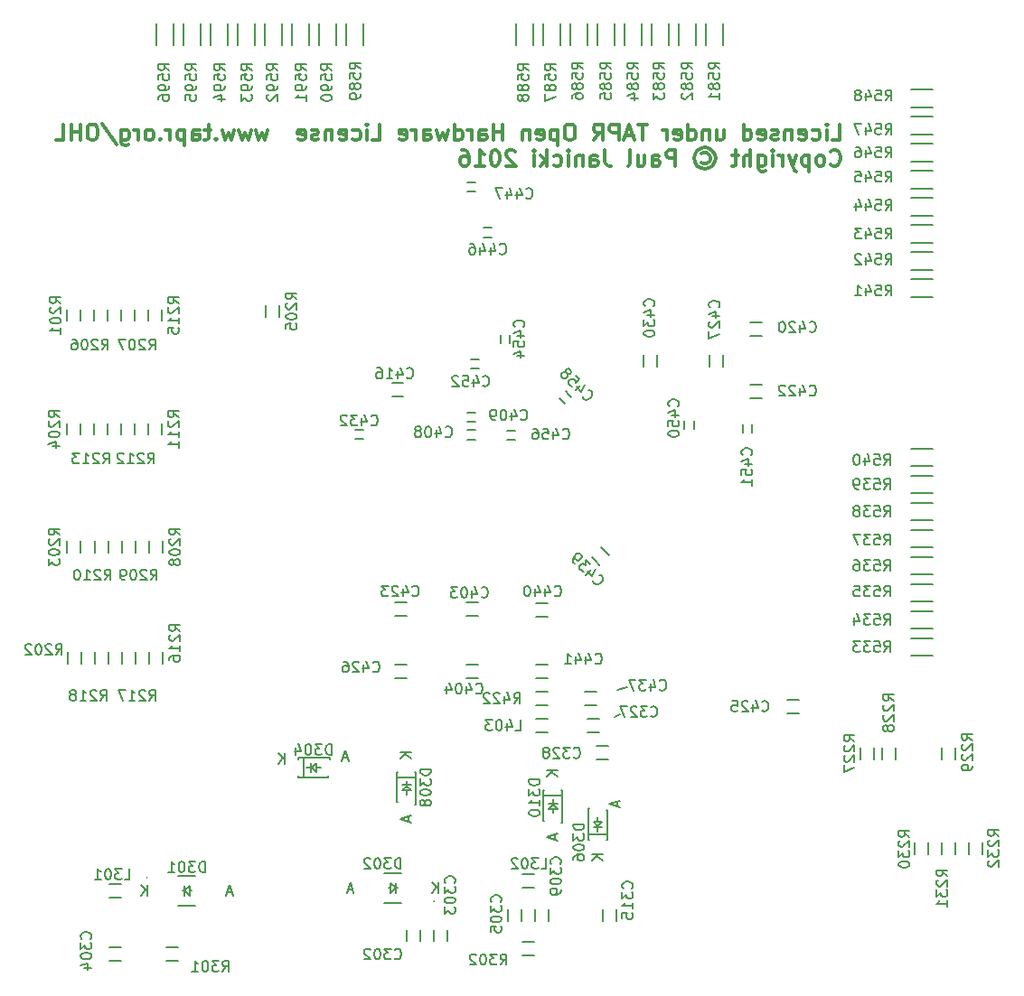
<source format=gbo>
G04 #@! TF.FileFunction,Legend,Bot*
%FSLAX46Y46*%
G04 Gerber Fmt 4.6, Leading zero omitted, Abs format (unit mm)*
G04 Created by KiCad (PCBNEW 4.0.1-stable) date 18/01/2016 14:29:12*
%MOMM*%
G01*
G04 APERTURE LIST*
%ADD10C,0.100000*%
%ADD11C,0.150000*%
%ADD12C,0.300000*%
G04 APERTURE END LIST*
D10*
D11*
X59719000Y25159000D02*
X59211000Y24968500D01*
X60354000Y27762500D02*
X59465000Y27445000D01*
D12*
X79573571Y79007429D02*
X80287857Y79007429D01*
X80287857Y80507429D01*
X79073571Y79007429D02*
X79073571Y80007429D01*
X79073571Y80507429D02*
X79145000Y80436000D01*
X79073571Y80364571D01*
X79002143Y80436000D01*
X79073571Y80507429D01*
X79073571Y80364571D01*
X77716428Y79078857D02*
X77859285Y79007429D01*
X78144999Y79007429D01*
X78287857Y79078857D01*
X78359285Y79150286D01*
X78430714Y79293143D01*
X78430714Y79721714D01*
X78359285Y79864571D01*
X78287857Y79936000D01*
X78144999Y80007429D01*
X77859285Y80007429D01*
X77716428Y79936000D01*
X76502143Y79078857D02*
X76645000Y79007429D01*
X76930714Y79007429D01*
X77073571Y79078857D01*
X77145000Y79221714D01*
X77145000Y79793143D01*
X77073571Y79936000D01*
X76930714Y80007429D01*
X76645000Y80007429D01*
X76502143Y79936000D01*
X76430714Y79793143D01*
X76430714Y79650286D01*
X77145000Y79507429D01*
X75787857Y80007429D02*
X75787857Y79007429D01*
X75787857Y79864571D02*
X75716429Y79936000D01*
X75573571Y80007429D01*
X75359286Y80007429D01*
X75216429Y79936000D01*
X75145000Y79793143D01*
X75145000Y79007429D01*
X74502143Y79078857D02*
X74359286Y79007429D01*
X74073571Y79007429D01*
X73930714Y79078857D01*
X73859286Y79221714D01*
X73859286Y79293143D01*
X73930714Y79436000D01*
X74073571Y79507429D01*
X74287857Y79507429D01*
X74430714Y79578857D01*
X74502143Y79721714D01*
X74502143Y79793143D01*
X74430714Y79936000D01*
X74287857Y80007429D01*
X74073571Y80007429D01*
X73930714Y79936000D01*
X72645000Y79078857D02*
X72787857Y79007429D01*
X73073571Y79007429D01*
X73216428Y79078857D01*
X73287857Y79221714D01*
X73287857Y79793143D01*
X73216428Y79936000D01*
X73073571Y80007429D01*
X72787857Y80007429D01*
X72645000Y79936000D01*
X72573571Y79793143D01*
X72573571Y79650286D01*
X73287857Y79507429D01*
X71287857Y79007429D02*
X71287857Y80507429D01*
X71287857Y79078857D02*
X71430714Y79007429D01*
X71716428Y79007429D01*
X71859286Y79078857D01*
X71930714Y79150286D01*
X72002143Y79293143D01*
X72002143Y79721714D01*
X71930714Y79864571D01*
X71859286Y79936000D01*
X71716428Y80007429D01*
X71430714Y80007429D01*
X71287857Y79936000D01*
X68787857Y80007429D02*
X68787857Y79007429D01*
X69430714Y80007429D02*
X69430714Y79221714D01*
X69359286Y79078857D01*
X69216428Y79007429D01*
X69002143Y79007429D01*
X68859286Y79078857D01*
X68787857Y79150286D01*
X68073571Y80007429D02*
X68073571Y79007429D01*
X68073571Y79864571D02*
X68002143Y79936000D01*
X67859285Y80007429D01*
X67645000Y80007429D01*
X67502143Y79936000D01*
X67430714Y79793143D01*
X67430714Y79007429D01*
X66073571Y79007429D02*
X66073571Y80507429D01*
X66073571Y79078857D02*
X66216428Y79007429D01*
X66502142Y79007429D01*
X66645000Y79078857D01*
X66716428Y79150286D01*
X66787857Y79293143D01*
X66787857Y79721714D01*
X66716428Y79864571D01*
X66645000Y79936000D01*
X66502142Y80007429D01*
X66216428Y80007429D01*
X66073571Y79936000D01*
X64787857Y79078857D02*
X64930714Y79007429D01*
X65216428Y79007429D01*
X65359285Y79078857D01*
X65430714Y79221714D01*
X65430714Y79793143D01*
X65359285Y79936000D01*
X65216428Y80007429D01*
X64930714Y80007429D01*
X64787857Y79936000D01*
X64716428Y79793143D01*
X64716428Y79650286D01*
X65430714Y79507429D01*
X64073571Y79007429D02*
X64073571Y80007429D01*
X64073571Y79721714D02*
X64002143Y79864571D01*
X63930714Y79936000D01*
X63787857Y80007429D01*
X63645000Y80007429D01*
X62216429Y80507429D02*
X61359286Y80507429D01*
X61787857Y79007429D02*
X61787857Y80507429D01*
X60930715Y79436000D02*
X60216429Y79436000D01*
X61073572Y79007429D02*
X60573572Y80507429D01*
X60073572Y79007429D01*
X59573572Y79007429D02*
X59573572Y80507429D01*
X59002144Y80507429D01*
X58859286Y80436000D01*
X58787858Y80364571D01*
X58716429Y80221714D01*
X58716429Y80007429D01*
X58787858Y79864571D01*
X58859286Y79793143D01*
X59002144Y79721714D01*
X59573572Y79721714D01*
X57216429Y79007429D02*
X57716429Y79721714D01*
X58073572Y79007429D02*
X58073572Y80507429D01*
X57502144Y80507429D01*
X57359286Y80436000D01*
X57287858Y80364571D01*
X57216429Y80221714D01*
X57216429Y80007429D01*
X57287858Y79864571D01*
X57359286Y79793143D01*
X57502144Y79721714D01*
X58073572Y79721714D01*
X55145001Y80507429D02*
X54859287Y80507429D01*
X54716429Y80436000D01*
X54573572Y80293143D01*
X54502144Y80007429D01*
X54502144Y79507429D01*
X54573572Y79221714D01*
X54716429Y79078857D01*
X54859287Y79007429D01*
X55145001Y79007429D01*
X55287858Y79078857D01*
X55430715Y79221714D01*
X55502144Y79507429D01*
X55502144Y80007429D01*
X55430715Y80293143D01*
X55287858Y80436000D01*
X55145001Y80507429D01*
X53859286Y80007429D02*
X53859286Y78507429D01*
X53859286Y79936000D02*
X53716429Y80007429D01*
X53430715Y80007429D01*
X53287858Y79936000D01*
X53216429Y79864571D01*
X53145000Y79721714D01*
X53145000Y79293143D01*
X53216429Y79150286D01*
X53287858Y79078857D01*
X53430715Y79007429D01*
X53716429Y79007429D01*
X53859286Y79078857D01*
X51930715Y79078857D02*
X52073572Y79007429D01*
X52359286Y79007429D01*
X52502143Y79078857D01*
X52573572Y79221714D01*
X52573572Y79793143D01*
X52502143Y79936000D01*
X52359286Y80007429D01*
X52073572Y80007429D01*
X51930715Y79936000D01*
X51859286Y79793143D01*
X51859286Y79650286D01*
X52573572Y79507429D01*
X51216429Y80007429D02*
X51216429Y79007429D01*
X51216429Y79864571D02*
X51145001Y79936000D01*
X51002143Y80007429D01*
X50787858Y80007429D01*
X50645001Y79936000D01*
X50573572Y79793143D01*
X50573572Y79007429D01*
X48716429Y79007429D02*
X48716429Y80507429D01*
X48716429Y79793143D02*
X47859286Y79793143D01*
X47859286Y79007429D02*
X47859286Y80507429D01*
X46502143Y79007429D02*
X46502143Y79793143D01*
X46573572Y79936000D01*
X46716429Y80007429D01*
X47002143Y80007429D01*
X47145000Y79936000D01*
X46502143Y79078857D02*
X46645000Y79007429D01*
X47002143Y79007429D01*
X47145000Y79078857D01*
X47216429Y79221714D01*
X47216429Y79364571D01*
X47145000Y79507429D01*
X47002143Y79578857D01*
X46645000Y79578857D01*
X46502143Y79650286D01*
X45787857Y79007429D02*
X45787857Y80007429D01*
X45787857Y79721714D02*
X45716429Y79864571D01*
X45645000Y79936000D01*
X45502143Y80007429D01*
X45359286Y80007429D01*
X44216429Y79007429D02*
X44216429Y80507429D01*
X44216429Y79078857D02*
X44359286Y79007429D01*
X44645000Y79007429D01*
X44787858Y79078857D01*
X44859286Y79150286D01*
X44930715Y79293143D01*
X44930715Y79721714D01*
X44859286Y79864571D01*
X44787858Y79936000D01*
X44645000Y80007429D01*
X44359286Y80007429D01*
X44216429Y79936000D01*
X43645000Y80007429D02*
X43359286Y79007429D01*
X43073572Y79721714D01*
X42787857Y79007429D01*
X42502143Y80007429D01*
X41287857Y79007429D02*
X41287857Y79793143D01*
X41359286Y79936000D01*
X41502143Y80007429D01*
X41787857Y80007429D01*
X41930714Y79936000D01*
X41287857Y79078857D02*
X41430714Y79007429D01*
X41787857Y79007429D01*
X41930714Y79078857D01*
X42002143Y79221714D01*
X42002143Y79364571D01*
X41930714Y79507429D01*
X41787857Y79578857D01*
X41430714Y79578857D01*
X41287857Y79650286D01*
X40573571Y79007429D02*
X40573571Y80007429D01*
X40573571Y79721714D02*
X40502143Y79864571D01*
X40430714Y79936000D01*
X40287857Y80007429D01*
X40145000Y80007429D01*
X39073572Y79078857D02*
X39216429Y79007429D01*
X39502143Y79007429D01*
X39645000Y79078857D01*
X39716429Y79221714D01*
X39716429Y79793143D01*
X39645000Y79936000D01*
X39502143Y80007429D01*
X39216429Y80007429D01*
X39073572Y79936000D01*
X39002143Y79793143D01*
X39002143Y79650286D01*
X39716429Y79507429D01*
X36502143Y79007429D02*
X37216429Y79007429D01*
X37216429Y80507429D01*
X36002143Y79007429D02*
X36002143Y80007429D01*
X36002143Y80507429D02*
X36073572Y80436000D01*
X36002143Y80364571D01*
X35930715Y80436000D01*
X36002143Y80507429D01*
X36002143Y80364571D01*
X34645000Y79078857D02*
X34787857Y79007429D01*
X35073571Y79007429D01*
X35216429Y79078857D01*
X35287857Y79150286D01*
X35359286Y79293143D01*
X35359286Y79721714D01*
X35287857Y79864571D01*
X35216429Y79936000D01*
X35073571Y80007429D01*
X34787857Y80007429D01*
X34645000Y79936000D01*
X33430715Y79078857D02*
X33573572Y79007429D01*
X33859286Y79007429D01*
X34002143Y79078857D01*
X34073572Y79221714D01*
X34073572Y79793143D01*
X34002143Y79936000D01*
X33859286Y80007429D01*
X33573572Y80007429D01*
X33430715Y79936000D01*
X33359286Y79793143D01*
X33359286Y79650286D01*
X34073572Y79507429D01*
X32716429Y80007429D02*
X32716429Y79007429D01*
X32716429Y79864571D02*
X32645001Y79936000D01*
X32502143Y80007429D01*
X32287858Y80007429D01*
X32145001Y79936000D01*
X32073572Y79793143D01*
X32073572Y79007429D01*
X31430715Y79078857D02*
X31287858Y79007429D01*
X31002143Y79007429D01*
X30859286Y79078857D01*
X30787858Y79221714D01*
X30787858Y79293143D01*
X30859286Y79436000D01*
X31002143Y79507429D01*
X31216429Y79507429D01*
X31359286Y79578857D01*
X31430715Y79721714D01*
X31430715Y79793143D01*
X31359286Y79936000D01*
X31216429Y80007429D01*
X31002143Y80007429D01*
X30859286Y79936000D01*
X29573572Y79078857D02*
X29716429Y79007429D01*
X30002143Y79007429D01*
X30145000Y79078857D01*
X30216429Y79221714D01*
X30216429Y79793143D01*
X30145000Y79936000D01*
X30002143Y80007429D01*
X29716429Y80007429D01*
X29573572Y79936000D01*
X29502143Y79793143D01*
X29502143Y79650286D01*
X30216429Y79507429D01*
X26716429Y80007429D02*
X26430715Y79007429D01*
X26145001Y79721714D01*
X25859286Y79007429D01*
X25573572Y80007429D01*
X25145000Y80007429D02*
X24859286Y79007429D01*
X24573572Y79721714D01*
X24287857Y79007429D01*
X24002143Y80007429D01*
X23573571Y80007429D02*
X23287857Y79007429D01*
X23002143Y79721714D01*
X22716428Y79007429D01*
X22430714Y80007429D01*
X21859285Y79150286D02*
X21787857Y79078857D01*
X21859285Y79007429D01*
X21930714Y79078857D01*
X21859285Y79150286D01*
X21859285Y79007429D01*
X21359285Y80007429D02*
X20787856Y80007429D01*
X21144999Y80507429D02*
X21144999Y79221714D01*
X21073571Y79078857D01*
X20930713Y79007429D01*
X20787856Y79007429D01*
X19644999Y79007429D02*
X19644999Y79793143D01*
X19716428Y79936000D01*
X19859285Y80007429D01*
X20144999Y80007429D01*
X20287856Y79936000D01*
X19644999Y79078857D02*
X19787856Y79007429D01*
X20144999Y79007429D01*
X20287856Y79078857D01*
X20359285Y79221714D01*
X20359285Y79364571D01*
X20287856Y79507429D01*
X20144999Y79578857D01*
X19787856Y79578857D01*
X19644999Y79650286D01*
X18930713Y80007429D02*
X18930713Y78507429D01*
X18930713Y79936000D02*
X18787856Y80007429D01*
X18502142Y80007429D01*
X18359285Y79936000D01*
X18287856Y79864571D01*
X18216427Y79721714D01*
X18216427Y79293143D01*
X18287856Y79150286D01*
X18359285Y79078857D01*
X18502142Y79007429D01*
X18787856Y79007429D01*
X18930713Y79078857D01*
X17573570Y79007429D02*
X17573570Y80007429D01*
X17573570Y79721714D02*
X17502142Y79864571D01*
X17430713Y79936000D01*
X17287856Y80007429D01*
X17144999Y80007429D01*
X16644999Y79150286D02*
X16573571Y79078857D01*
X16644999Y79007429D01*
X16716428Y79078857D01*
X16644999Y79150286D01*
X16644999Y79007429D01*
X15716427Y79007429D02*
X15859285Y79078857D01*
X15930713Y79150286D01*
X16002142Y79293143D01*
X16002142Y79721714D01*
X15930713Y79864571D01*
X15859285Y79936000D01*
X15716427Y80007429D01*
X15502142Y80007429D01*
X15359285Y79936000D01*
X15287856Y79864571D01*
X15216427Y79721714D01*
X15216427Y79293143D01*
X15287856Y79150286D01*
X15359285Y79078857D01*
X15502142Y79007429D01*
X15716427Y79007429D01*
X14573570Y79007429D02*
X14573570Y80007429D01*
X14573570Y79721714D02*
X14502142Y79864571D01*
X14430713Y79936000D01*
X14287856Y80007429D01*
X14144999Y80007429D01*
X13002142Y80007429D02*
X13002142Y78793143D01*
X13073571Y78650286D01*
X13144999Y78578857D01*
X13287856Y78507429D01*
X13502142Y78507429D01*
X13644999Y78578857D01*
X13002142Y79078857D02*
X13144999Y79007429D01*
X13430713Y79007429D01*
X13573571Y79078857D01*
X13644999Y79150286D01*
X13716428Y79293143D01*
X13716428Y79721714D01*
X13644999Y79864571D01*
X13573571Y79936000D01*
X13430713Y80007429D01*
X13144999Y80007429D01*
X13002142Y79936000D01*
X11216428Y80578857D02*
X12502142Y78650286D01*
X10430713Y80507429D02*
X10144999Y80507429D01*
X10002141Y80436000D01*
X9859284Y80293143D01*
X9787856Y80007429D01*
X9787856Y79507429D01*
X9859284Y79221714D01*
X10002141Y79078857D01*
X10144999Y79007429D01*
X10430713Y79007429D01*
X10573570Y79078857D01*
X10716427Y79221714D01*
X10787856Y79507429D01*
X10787856Y80007429D01*
X10716427Y80293143D01*
X10573570Y80436000D01*
X10430713Y80507429D01*
X9144998Y79007429D02*
X9144998Y80507429D01*
X9144998Y79793143D02*
X8287855Y79793143D01*
X8287855Y79007429D02*
X8287855Y80507429D01*
X6859283Y79007429D02*
X7573569Y79007429D01*
X7573569Y80507429D01*
X79430714Y76750286D02*
X79502143Y76678857D01*
X79716429Y76607429D01*
X79859286Y76607429D01*
X80073571Y76678857D01*
X80216429Y76821714D01*
X80287857Y76964571D01*
X80359286Y77250286D01*
X80359286Y77464571D01*
X80287857Y77750286D01*
X80216429Y77893143D01*
X80073571Y78036000D01*
X79859286Y78107429D01*
X79716429Y78107429D01*
X79502143Y78036000D01*
X79430714Y77964571D01*
X78573571Y76607429D02*
X78716429Y76678857D01*
X78787857Y76750286D01*
X78859286Y76893143D01*
X78859286Y77321714D01*
X78787857Y77464571D01*
X78716429Y77536000D01*
X78573571Y77607429D01*
X78359286Y77607429D01*
X78216429Y77536000D01*
X78145000Y77464571D01*
X78073571Y77321714D01*
X78073571Y76893143D01*
X78145000Y76750286D01*
X78216429Y76678857D01*
X78359286Y76607429D01*
X78573571Y76607429D01*
X77430714Y77607429D02*
X77430714Y76107429D01*
X77430714Y77536000D02*
X77287857Y77607429D01*
X77002143Y77607429D01*
X76859286Y77536000D01*
X76787857Y77464571D01*
X76716428Y77321714D01*
X76716428Y76893143D01*
X76787857Y76750286D01*
X76859286Y76678857D01*
X77002143Y76607429D01*
X77287857Y76607429D01*
X77430714Y76678857D01*
X76216428Y77607429D02*
X75859285Y76607429D01*
X75502143Y77607429D02*
X75859285Y76607429D01*
X76002143Y76250286D01*
X76073571Y76178857D01*
X76216428Y76107429D01*
X74930714Y76607429D02*
X74930714Y77607429D01*
X74930714Y77321714D02*
X74859286Y77464571D01*
X74787857Y77536000D01*
X74645000Y77607429D01*
X74502143Y77607429D01*
X74002143Y76607429D02*
X74002143Y77607429D01*
X74002143Y78107429D02*
X74073572Y78036000D01*
X74002143Y77964571D01*
X73930715Y78036000D01*
X74002143Y78107429D01*
X74002143Y77964571D01*
X72645000Y77607429D02*
X72645000Y76393143D01*
X72716429Y76250286D01*
X72787857Y76178857D01*
X72930714Y76107429D01*
X73145000Y76107429D01*
X73287857Y76178857D01*
X72645000Y76678857D02*
X72787857Y76607429D01*
X73073571Y76607429D01*
X73216429Y76678857D01*
X73287857Y76750286D01*
X73359286Y76893143D01*
X73359286Y77321714D01*
X73287857Y77464571D01*
X73216429Y77536000D01*
X73073571Y77607429D01*
X72787857Y77607429D01*
X72645000Y77536000D01*
X71930714Y76607429D02*
X71930714Y78107429D01*
X71287857Y76607429D02*
X71287857Y77393143D01*
X71359286Y77536000D01*
X71502143Y77607429D01*
X71716428Y77607429D01*
X71859286Y77536000D01*
X71930714Y77464571D01*
X70787857Y77607429D02*
X70216428Y77607429D01*
X70573571Y78107429D02*
X70573571Y76821714D01*
X70502143Y76678857D01*
X70359285Y76607429D01*
X70216428Y76607429D01*
X67359285Y77750286D02*
X67502143Y77821714D01*
X67787857Y77821714D01*
X67930714Y77750286D01*
X68073571Y77607429D01*
X68145000Y77464571D01*
X68145000Y77178857D01*
X68073571Y77036000D01*
X67930714Y76893143D01*
X67787857Y76821714D01*
X67502143Y76821714D01*
X67359285Y76893143D01*
X67645000Y78321714D02*
X68002143Y78250286D01*
X68359285Y78036000D01*
X68573571Y77678857D01*
X68645000Y77321714D01*
X68573571Y76964571D01*
X68359285Y76607429D01*
X68002143Y76393143D01*
X67645000Y76321714D01*
X67287857Y76393143D01*
X66930714Y76607429D01*
X66716428Y76964571D01*
X66645000Y77321714D01*
X66716428Y77678857D01*
X66930714Y78036000D01*
X67287857Y78250286D01*
X67645000Y78321714D01*
X64859285Y76607429D02*
X64859285Y78107429D01*
X64287857Y78107429D01*
X64144999Y78036000D01*
X64073571Y77964571D01*
X64002142Y77821714D01*
X64002142Y77607429D01*
X64073571Y77464571D01*
X64144999Y77393143D01*
X64287857Y77321714D01*
X64859285Y77321714D01*
X62716428Y76607429D02*
X62716428Y77393143D01*
X62787857Y77536000D01*
X62930714Y77607429D01*
X63216428Y77607429D01*
X63359285Y77536000D01*
X62716428Y76678857D02*
X62859285Y76607429D01*
X63216428Y76607429D01*
X63359285Y76678857D01*
X63430714Y76821714D01*
X63430714Y76964571D01*
X63359285Y77107429D01*
X63216428Y77178857D01*
X62859285Y77178857D01*
X62716428Y77250286D01*
X61359285Y77607429D02*
X61359285Y76607429D01*
X62002142Y77607429D02*
X62002142Y76821714D01*
X61930714Y76678857D01*
X61787856Y76607429D01*
X61573571Y76607429D01*
X61430714Y76678857D01*
X61359285Y76750286D01*
X60430713Y76607429D02*
X60573571Y76678857D01*
X60644999Y76821714D01*
X60644999Y78107429D01*
X58287857Y78107429D02*
X58287857Y77036000D01*
X58359285Y76821714D01*
X58502142Y76678857D01*
X58716428Y76607429D01*
X58859285Y76607429D01*
X56930714Y76607429D02*
X56930714Y77393143D01*
X57002143Y77536000D01*
X57145000Y77607429D01*
X57430714Y77607429D01*
X57573571Y77536000D01*
X56930714Y76678857D02*
X57073571Y76607429D01*
X57430714Y76607429D01*
X57573571Y76678857D01*
X57645000Y76821714D01*
X57645000Y76964571D01*
X57573571Y77107429D01*
X57430714Y77178857D01*
X57073571Y77178857D01*
X56930714Y77250286D01*
X56216428Y77607429D02*
X56216428Y76607429D01*
X56216428Y77464571D02*
X56145000Y77536000D01*
X56002142Y77607429D01*
X55787857Y77607429D01*
X55645000Y77536000D01*
X55573571Y77393143D01*
X55573571Y76607429D01*
X54859285Y76607429D02*
X54859285Y77607429D01*
X54859285Y78107429D02*
X54930714Y78036000D01*
X54859285Y77964571D01*
X54787857Y78036000D01*
X54859285Y78107429D01*
X54859285Y77964571D01*
X53502142Y76678857D02*
X53644999Y76607429D01*
X53930713Y76607429D01*
X54073571Y76678857D01*
X54144999Y76750286D01*
X54216428Y76893143D01*
X54216428Y77321714D01*
X54144999Y77464571D01*
X54073571Y77536000D01*
X53930713Y77607429D01*
X53644999Y77607429D01*
X53502142Y77536000D01*
X52859285Y76607429D02*
X52859285Y78107429D01*
X52716428Y77178857D02*
X52287857Y76607429D01*
X52287857Y77607429D02*
X52859285Y77036000D01*
X51644999Y76607429D02*
X51644999Y77607429D01*
X51644999Y78107429D02*
X51716428Y78036000D01*
X51644999Y77964571D01*
X51573571Y78036000D01*
X51644999Y78107429D01*
X51644999Y77964571D01*
X49859285Y77964571D02*
X49787856Y78036000D01*
X49644999Y78107429D01*
X49287856Y78107429D01*
X49144999Y78036000D01*
X49073570Y77964571D01*
X49002142Y77821714D01*
X49002142Y77678857D01*
X49073570Y77464571D01*
X49930713Y76607429D01*
X49002142Y76607429D01*
X48073571Y78107429D02*
X47930714Y78107429D01*
X47787857Y78036000D01*
X47716428Y77964571D01*
X47644999Y77821714D01*
X47573571Y77536000D01*
X47573571Y77178857D01*
X47644999Y76893143D01*
X47716428Y76750286D01*
X47787857Y76678857D01*
X47930714Y76607429D01*
X48073571Y76607429D01*
X48216428Y76678857D01*
X48287857Y76750286D01*
X48359285Y76893143D01*
X48430714Y77178857D01*
X48430714Y77536000D01*
X48359285Y77821714D01*
X48287857Y77964571D01*
X48216428Y78036000D01*
X48073571Y78107429D01*
X46145000Y76607429D02*
X47002143Y76607429D01*
X46573571Y76607429D02*
X46573571Y78107429D01*
X46716428Y77893143D01*
X46859286Y77750286D01*
X47002143Y77678857D01*
X44859286Y78107429D02*
X45145000Y78107429D01*
X45287857Y78036000D01*
X45359286Y77964571D01*
X45502143Y77750286D01*
X45573572Y77464571D01*
X45573572Y76893143D01*
X45502143Y76750286D01*
X45430715Y76678857D01*
X45287857Y76607429D01*
X45002143Y76607429D01*
X44859286Y76678857D01*
X44787857Y76750286D01*
X44716429Y76893143D01*
X44716429Y77250286D01*
X44787857Y77393143D01*
X44859286Y77464571D01*
X45002143Y77536000D01*
X45287857Y77536000D01*
X45430715Y77464571D01*
X45502143Y77393143D01*
X45573572Y77250286D01*
D11*
X38130000Y8890000D02*
X38030000Y8890000D01*
X38730000Y8890000D02*
X38830000Y8890000D01*
X42285902Y7690000D02*
G75*
G03X42285902Y7690000I-55902J0D01*
G01*
X38680000Y8390000D02*
X38680000Y9390000D01*
X38180000Y8390000D02*
X38680000Y8890000D01*
X38180000Y8390000D02*
X38180000Y9390000D01*
X38180000Y9390000D02*
X38680000Y8890000D01*
X38430000Y10290000D02*
X37630000Y10290000D01*
X38430000Y10290000D02*
X39230000Y10290000D01*
X38430000Y7490000D02*
X39230000Y7490000D01*
X38430000Y7490000D02*
X37630000Y7490000D01*
X87960000Y82118200D02*
X88976000Y82118200D01*
X87960000Y82118200D02*
X86944000Y82118200D01*
X87960000Y83743800D02*
X86944000Y83743800D01*
X87960000Y83743800D02*
X88976000Y83743800D01*
X87960000Y79578200D02*
X88976000Y79578200D01*
X87960000Y79578200D02*
X86944000Y79578200D01*
X87960000Y81203800D02*
X86944000Y81203800D01*
X87960000Y81203800D02*
X88976000Y81203800D01*
X87960000Y77038200D02*
X88976000Y77038200D01*
X87960000Y77038200D02*
X86944000Y77038200D01*
X87960000Y78663800D02*
X86944000Y78663800D01*
X87960000Y78663800D02*
X88976000Y78663800D01*
X87960000Y74498200D02*
X88976000Y74498200D01*
X87960000Y74498200D02*
X86944000Y74498200D01*
X87960000Y76123800D02*
X86944000Y76123800D01*
X87960000Y76123800D02*
X88976000Y76123800D01*
X87960000Y71958200D02*
X88976000Y71958200D01*
X87960000Y71958200D02*
X86944000Y71958200D01*
X87960000Y73583800D02*
X86944000Y73583800D01*
X87960000Y73583800D02*
X88976000Y73583800D01*
X87960000Y69418200D02*
X88976000Y69418200D01*
X87960000Y69418200D02*
X86944000Y69418200D01*
X87960000Y71043800D02*
X86944000Y71043800D01*
X87960000Y71043800D02*
X88976000Y71043800D01*
X87960000Y66878200D02*
X88976000Y66878200D01*
X87960000Y66878200D02*
X86944000Y66878200D01*
X87960000Y68503800D02*
X86944000Y68503800D01*
X87960000Y68503800D02*
X88976000Y68503800D01*
X87960000Y64338200D02*
X88976000Y64338200D01*
X87960000Y64338200D02*
X86944000Y64338200D01*
X87960000Y65963800D02*
X86944000Y65963800D01*
X87960000Y65963800D02*
X88976000Y65963800D01*
X87960000Y48463200D02*
X88976000Y48463200D01*
X87960000Y48463200D02*
X86944000Y48463200D01*
X87960000Y50088800D02*
X86944000Y50088800D01*
X87960000Y50088800D02*
X88976000Y50088800D01*
X87960000Y45923200D02*
X88976000Y45923200D01*
X87960000Y45923200D02*
X86944000Y45923200D01*
X87960000Y47548800D02*
X86944000Y47548800D01*
X87960000Y47548800D02*
X88976000Y47548800D01*
X87960000Y43383200D02*
X88976000Y43383200D01*
X87960000Y43383200D02*
X86944000Y43383200D01*
X87960000Y45008800D02*
X86944000Y45008800D01*
X87960000Y45008800D02*
X88976000Y45008800D01*
X87960000Y40843200D02*
X88976000Y40843200D01*
X87960000Y40843200D02*
X86944000Y40843200D01*
X87960000Y42468800D02*
X86944000Y42468800D01*
X87960000Y42468800D02*
X88976000Y42468800D01*
X87960000Y38303200D02*
X88976000Y38303200D01*
X87960000Y38303200D02*
X86944000Y38303200D01*
X87960000Y39928800D02*
X86944000Y39928800D01*
X87960000Y39928800D02*
X88976000Y39928800D01*
X87960000Y35763200D02*
X88976000Y35763200D01*
X87960000Y35763200D02*
X86944000Y35763200D01*
X87960000Y37388800D02*
X86944000Y37388800D01*
X87960000Y37388800D02*
X88976000Y37388800D01*
X54253871Y54584071D02*
X53984464Y54853479D01*
X54253871Y54584071D02*
X54523279Y54314664D01*
X54864529Y55194729D02*
X54595121Y55464136D01*
X54864529Y55194729D02*
X55133936Y54925321D01*
X49504400Y50927000D02*
X49123400Y50927000D01*
X49504400Y50927000D02*
X49885400Y50927000D01*
X49504400Y51790600D02*
X49123400Y51790600D01*
X49504400Y51790600D02*
X49885400Y51790600D01*
X49377600Y60401200D02*
X49377600Y60020200D01*
X49377600Y60401200D02*
X49377600Y60782200D01*
X48514000Y60401200D02*
X48514000Y60020200D01*
X48514000Y60401200D02*
X48514000Y60782200D01*
X46126200Y58445400D02*
X46507200Y58445400D01*
X46126200Y58445400D02*
X45745200Y58445400D01*
X46126200Y57581800D02*
X46507200Y57581800D01*
X46126200Y57581800D02*
X45745200Y57581800D01*
X35255000Y51003200D02*
X34874000Y51003200D01*
X35255000Y51003200D02*
X35636000Y51003200D01*
X35255000Y51866800D02*
X34874000Y51866800D01*
X35255000Y51866800D02*
X35636000Y51866800D01*
X45770600Y53467000D02*
X46151600Y53467000D01*
X45770600Y53467000D02*
X45389600Y53467000D01*
X45770600Y52603400D02*
X46151600Y52603400D01*
X45770600Y52603400D02*
X45389600Y52603400D01*
X52400000Y29845000D02*
X51866600Y29845000D01*
X52400000Y29845000D02*
X52933400Y29845000D01*
X52400000Y28575000D02*
X51866600Y28575000D01*
X52400000Y28575000D02*
X52933400Y28575000D01*
X45760400Y51816000D02*
X46141400Y51816000D01*
X45760400Y51816000D02*
X45379400Y51816000D01*
X45760400Y50952400D02*
X46141400Y50952400D01*
X45760400Y50952400D02*
X45379400Y50952400D01*
X17906800Y88900000D02*
X17906800Y89916000D01*
X17906800Y88900000D02*
X17906800Y87884000D01*
X16281200Y88900000D02*
X16281200Y87884000D01*
X16281200Y88900000D02*
X16281200Y89916000D01*
X20446800Y88900000D02*
X20446800Y89916000D01*
X20446800Y88900000D02*
X20446800Y87884000D01*
X18821200Y88900000D02*
X18821200Y87884000D01*
X18821200Y88900000D02*
X18821200Y89916000D01*
X22986800Y88900000D02*
X22986800Y89916000D01*
X22986800Y88900000D02*
X22986800Y87884000D01*
X21361200Y88900000D02*
X21361200Y87884000D01*
X21361200Y88900000D02*
X21361200Y89916000D01*
X25526800Y88900000D02*
X25526800Y89916000D01*
X25526800Y88900000D02*
X25526800Y87884000D01*
X23901200Y88900000D02*
X23901200Y87884000D01*
X23901200Y88900000D02*
X23901200Y89916000D01*
X28066800Y88900000D02*
X28066800Y89916000D01*
X28066800Y88900000D02*
X28066800Y87884000D01*
X26441200Y88900000D02*
X26441200Y87884000D01*
X26441200Y88900000D02*
X26441200Y89916000D01*
X30606800Y88900000D02*
X30606800Y89916000D01*
X30606800Y88900000D02*
X30606800Y87884000D01*
X28981200Y88900000D02*
X28981200Y87884000D01*
X28981200Y88900000D02*
X28981200Y89916000D01*
X33146800Y88900000D02*
X33146800Y89916000D01*
X33146800Y88900000D02*
X33146800Y87884000D01*
X31521200Y88900000D02*
X31521200Y87884000D01*
X31521200Y88900000D02*
X31521200Y89916000D01*
X35686800Y88900000D02*
X35686800Y89916000D01*
X35686800Y88900000D02*
X35686800Y87884000D01*
X34061200Y88900000D02*
X34061200Y87884000D01*
X34061200Y88900000D02*
X34061200Y89916000D01*
X51561800Y88900000D02*
X51561800Y89916000D01*
X51561800Y88900000D02*
X51561800Y87884000D01*
X49936200Y88900000D02*
X49936200Y87884000D01*
X49936200Y88900000D02*
X49936200Y89916000D01*
X54101800Y88900000D02*
X54101800Y89916000D01*
X54101800Y88900000D02*
X54101800Y87884000D01*
X52476200Y88900000D02*
X52476200Y87884000D01*
X52476200Y88900000D02*
X52476200Y89916000D01*
X56641800Y88900000D02*
X56641800Y89916000D01*
X56641800Y88900000D02*
X56641800Y87884000D01*
X55016200Y88900000D02*
X55016200Y87884000D01*
X55016200Y88900000D02*
X55016200Y89916000D01*
X59181800Y88900000D02*
X59181800Y89916000D01*
X59181800Y88900000D02*
X59181800Y87884000D01*
X57556200Y88900000D02*
X57556200Y87884000D01*
X57556200Y88900000D02*
X57556200Y89916000D01*
X61721800Y88900000D02*
X61721800Y89916000D01*
X61721800Y88900000D02*
X61721800Y87884000D01*
X60096200Y88900000D02*
X60096200Y87884000D01*
X60096200Y88900000D02*
X60096200Y89916000D01*
X64261800Y88900000D02*
X64261800Y89916000D01*
X64261800Y88900000D02*
X64261800Y87884000D01*
X62636200Y88900000D02*
X62636200Y87884000D01*
X62636200Y88900000D02*
X62636200Y89916000D01*
X66801800Y88900000D02*
X66801800Y89916000D01*
X66801800Y88900000D02*
X66801800Y87884000D01*
X65176200Y88900000D02*
X65176200Y87884000D01*
X65176200Y88900000D02*
X65176200Y89916000D01*
X69341800Y88900000D02*
X69341800Y89916000D01*
X69341800Y88900000D02*
X69341800Y87884000D01*
X67716200Y88900000D02*
X67716200Y87884000D01*
X67716200Y88900000D02*
X67716200Y89916000D01*
X52400000Y27305000D02*
X51866600Y27305000D01*
X52400000Y27305000D02*
X52933400Y27305000D01*
X52400000Y26035000D02*
X51866600Y26035000D01*
X52400000Y26035000D02*
X52933400Y26035000D01*
X87960000Y33223200D02*
X88976000Y33223200D01*
X87960000Y33223200D02*
X86944000Y33223200D01*
X87960000Y34848800D02*
X86944000Y34848800D01*
X87960000Y34848800D02*
X88976000Y34848800D01*
X87960000Y30683200D02*
X88976000Y30683200D01*
X87960000Y30683200D02*
X86944000Y30683200D01*
X87960000Y32308800D02*
X86944000Y32308800D01*
X87960000Y32308800D02*
X88976000Y32308800D01*
X51130000Y2540000D02*
X51663400Y2540000D01*
X51130000Y2540000D02*
X50596600Y2540000D01*
X51130000Y3810000D02*
X51663400Y3810000D01*
X51130000Y3810000D02*
X50596600Y3810000D01*
X17749500Y3302000D02*
X17216100Y3302000D01*
X17749500Y3302000D02*
X18282900Y3302000D01*
X17749500Y2032000D02*
X17216100Y2032000D01*
X17749500Y2032000D02*
X18282900Y2032000D01*
X7874000Y40894000D02*
X7874000Y40360600D01*
X7874000Y40894000D02*
X7874000Y41427400D01*
X9144000Y40894000D02*
X9144000Y40360600D01*
X9144000Y40894000D02*
X9144000Y41427400D01*
X7874000Y51943000D02*
X7874000Y51409600D01*
X7874000Y51943000D02*
X7874000Y52476400D01*
X9144000Y51943000D02*
X9144000Y51409600D01*
X9144000Y51943000D02*
X9144000Y52476400D01*
X12954000Y62611000D02*
X12954000Y62077600D01*
X12954000Y62611000D02*
X12954000Y63144400D01*
X14224000Y62611000D02*
X14224000Y62077600D01*
X14224000Y62611000D02*
X14224000Y63144400D01*
X10414000Y62611000D02*
X10414000Y62077600D01*
X10414000Y62611000D02*
X10414000Y63144400D01*
X11684000Y62611000D02*
X11684000Y62077600D01*
X11684000Y62611000D02*
X11684000Y63144400D01*
X7874000Y62611000D02*
X7874000Y62077600D01*
X7874000Y62611000D02*
X7874000Y63144400D01*
X9144000Y62611000D02*
X9144000Y62077600D01*
X9144000Y62611000D02*
X9144000Y63144400D01*
X8001000Y30480000D02*
X8001000Y29946600D01*
X8001000Y30480000D02*
X8001000Y31013400D01*
X9271000Y30480000D02*
X9271000Y29946600D01*
X9271000Y30480000D02*
X9271000Y31013400D01*
X52400000Y23495000D02*
X52933400Y23495000D01*
X52400000Y23495000D02*
X51866600Y23495000D01*
X52400000Y24765000D02*
X52933400Y24765000D01*
X52400000Y24765000D02*
X51866600Y24765000D01*
X51130000Y10160000D02*
X50596600Y10160000D01*
X51130000Y10160000D02*
X51663400Y10160000D01*
X51130000Y8890000D02*
X50596600Y8890000D01*
X51130000Y8890000D02*
X51663400Y8890000D01*
X12395000Y8001000D02*
X12928400Y8001000D01*
X12395000Y8001000D02*
X11861600Y8001000D01*
X12395000Y9271000D02*
X12928400Y9271000D01*
X12395000Y9271000D02*
X11861600Y9271000D01*
X19426000Y8636000D02*
X19526000Y8636000D01*
X18826000Y8636000D02*
X18726000Y8636000D01*
X15381902Y9836000D02*
G75*
G03X15381902Y9836000I-55902J0D01*
G01*
X18876000Y9136000D02*
X18876000Y8136000D01*
X19376000Y9136000D02*
X18876000Y8636000D01*
X19376000Y9136000D02*
X19376000Y8136000D01*
X19376000Y8136000D02*
X18876000Y8636000D01*
X19126000Y7236000D02*
X19926000Y7236000D01*
X19126000Y7236000D02*
X18326000Y7236000D01*
X19126000Y10036000D02*
X18326000Y10036000D01*
X19126000Y10036000D02*
X19926000Y10036000D01*
X52400000Y35560000D02*
X51866600Y35560000D01*
X52400000Y35560000D02*
X52933400Y35560000D01*
X52400000Y34290000D02*
X51866600Y34290000D01*
X52400000Y34290000D02*
X52933400Y34290000D01*
X56972000Y27305000D02*
X56438600Y27305000D01*
X56972000Y27305000D02*
X57505400Y27305000D01*
X56972000Y26035000D02*
X56438600Y26035000D01*
X56972000Y26035000D02*
X57505400Y26035000D01*
X58310013Y40454013D02*
X57932842Y40831184D01*
X58310013Y40454013D02*
X58687184Y40076842D01*
X57411987Y39555987D02*
X57034816Y39933158D01*
X57411987Y39555987D02*
X57789158Y39178816D01*
X39192000Y29845000D02*
X38658600Y29845000D01*
X39192000Y29845000D02*
X39725400Y29845000D01*
X39192000Y28575000D02*
X38658600Y28575000D01*
X39192000Y28575000D02*
X39725400Y28575000D01*
X39192000Y35687000D02*
X38658600Y35687000D01*
X39192000Y35687000D02*
X39725400Y35687000D01*
X39192000Y34417000D02*
X38658600Y34417000D01*
X39192000Y34417000D02*
X39725400Y34417000D01*
X61861500Y58318400D02*
X61861500Y57785000D01*
X61861500Y58318400D02*
X61861500Y58851800D01*
X63131500Y58318400D02*
X63131500Y57785000D01*
X63131500Y58318400D02*
X63131500Y58851800D01*
X68084500Y58318400D02*
X68084500Y57785000D01*
X68084500Y58318400D02*
X68084500Y58851800D01*
X69354500Y58318400D02*
X69354500Y57785000D01*
X69354500Y58318400D02*
X69354500Y58851800D01*
X75895000Y25273000D02*
X76428400Y25273000D01*
X75895000Y25273000D02*
X75361600Y25273000D01*
X75895000Y26543000D02*
X76428400Y26543000D01*
X75895000Y26543000D02*
X75361600Y26543000D01*
X72466000Y56070500D02*
X71932600Y56070500D01*
X72466000Y56070500D02*
X72999400Y56070500D01*
X72466000Y54800500D02*
X71932600Y54800500D01*
X72466000Y54800500D02*
X72999400Y54800500D01*
X72466000Y61912500D02*
X71932600Y61912500D01*
X72466000Y61912500D02*
X72999400Y61912500D01*
X72466000Y60642500D02*
X71932600Y60642500D01*
X72466000Y60642500D02*
X72999400Y60642500D01*
X38861800Y54965600D02*
X39395200Y54965600D01*
X38861800Y54965600D02*
X38328400Y54965600D01*
X38861800Y56235600D02*
X39395200Y56235600D01*
X38861800Y56235600D02*
X38328400Y56235600D01*
X45843286Y28575000D02*
X46376686Y28575000D01*
X45843286Y28575000D02*
X45309886Y28575000D01*
X45843286Y29845000D02*
X46376686Y29845000D01*
X45843286Y29845000D02*
X45309886Y29845000D01*
X45843286Y34417000D02*
X46376686Y34417000D01*
X45843286Y34417000D02*
X45309886Y34417000D01*
X45843286Y35687000D02*
X46376686Y35687000D01*
X45843286Y35687000D02*
X45309886Y35687000D01*
X58051500Y22225000D02*
X57518100Y22225000D01*
X58051500Y22225000D02*
X58584900Y22225000D01*
X58051500Y20955000D02*
X57518100Y20955000D01*
X58051500Y20955000D02*
X58584900Y20955000D01*
X57226000Y24765000D02*
X56692600Y24765000D01*
X57226000Y24765000D02*
X57759400Y24765000D01*
X57226000Y23495000D02*
X56692600Y23495000D01*
X57226000Y23495000D02*
X57759400Y23495000D01*
X53035000Y6350000D02*
X53035000Y6883400D01*
X53035000Y6350000D02*
X53035000Y5816600D01*
X51765000Y6350000D02*
X51765000Y6883400D01*
X51765000Y6350000D02*
X51765000Y5816600D01*
X12395000Y3302000D02*
X11861600Y3302000D01*
X12395000Y3302000D02*
X12928400Y3302000D01*
X12395000Y2032000D02*
X11861600Y2032000D01*
X12395000Y2032000D02*
X12928400Y2032000D01*
X50495000Y6350000D02*
X50495000Y6883400D01*
X50495000Y6350000D02*
X50495000Y5816600D01*
X49225000Y6350000D02*
X49225000Y6883400D01*
X49225000Y6350000D02*
X49225000Y5816600D01*
X43510000Y4445000D02*
X43510000Y4978400D01*
X43510000Y4445000D02*
X43510000Y3911600D01*
X42240000Y4445000D02*
X42240000Y4978400D01*
X42240000Y4445000D02*
X42240000Y3911600D01*
X16840000Y30480000D02*
X16840000Y31013400D01*
X16840000Y30480000D02*
X16840000Y29946600D01*
X15570000Y30480000D02*
X15570000Y31013400D01*
X15570000Y30480000D02*
X15570000Y29946600D01*
X14300000Y30480000D02*
X14300000Y31013400D01*
X14300000Y30480000D02*
X14300000Y29946600D01*
X13030000Y30480000D02*
X13030000Y31013400D01*
X13030000Y30480000D02*
X13030000Y29946600D01*
X11760000Y30480000D02*
X11760000Y31013400D01*
X11760000Y30480000D02*
X11760000Y29946600D01*
X10490000Y30480000D02*
X10490000Y31013400D01*
X10490000Y30480000D02*
X10490000Y29946600D01*
X15494000Y62611000D02*
X15494000Y62077600D01*
X15494000Y62611000D02*
X15494000Y63144400D01*
X16764000Y62611000D02*
X16764000Y62077600D01*
X16764000Y62611000D02*
X16764000Y63144400D01*
X16764000Y51943000D02*
X16764000Y52476400D01*
X16764000Y51943000D02*
X16764000Y51409600D01*
X15494000Y51943000D02*
X15494000Y52476400D01*
X15494000Y51943000D02*
X15494000Y51409600D01*
X14224000Y51943000D02*
X14224000Y52476400D01*
X14224000Y51943000D02*
X14224000Y51409600D01*
X12954000Y51943000D02*
X12954000Y52476400D01*
X12954000Y51943000D02*
X12954000Y51409600D01*
X11684000Y51943000D02*
X11684000Y52476400D01*
X11684000Y51943000D02*
X11684000Y51409600D01*
X10414000Y51943000D02*
X10414000Y52476400D01*
X10414000Y51943000D02*
X10414000Y51409600D01*
X16891000Y40894000D02*
X16891000Y41427400D01*
X16891000Y40894000D02*
X16891000Y40360600D01*
X15621000Y40894000D02*
X15621000Y41427400D01*
X15621000Y40894000D02*
X15621000Y40360600D01*
X14351000Y40894000D02*
X14351000Y41427400D01*
X14351000Y40894000D02*
X14351000Y40360600D01*
X13081000Y40894000D02*
X13081000Y41427400D01*
X13081000Y40894000D02*
X13081000Y40360600D01*
X11811000Y40894000D02*
X11811000Y41427400D01*
X11811000Y40894000D02*
X11811000Y40360600D01*
X10541000Y40894000D02*
X10541000Y41427400D01*
X10541000Y40894000D02*
X10541000Y40360600D01*
X47320000Y69926200D02*
X46939000Y69926200D01*
X47320000Y69926200D02*
X47701000Y69926200D01*
X47320000Y70789800D02*
X46939000Y70789800D01*
X47320000Y70789800D02*
X47701000Y70789800D01*
X45796000Y74193400D02*
X45415000Y74193400D01*
X45796000Y74193400D02*
X46177000Y74193400D01*
X45796000Y75057000D02*
X45415000Y75057000D01*
X45796000Y75057000D02*
X46177000Y75057000D01*
X65747700Y52324000D02*
X65747700Y52705000D01*
X65747700Y52324000D02*
X65747700Y51943000D01*
X66611300Y52324000D02*
X66611300Y52705000D01*
X66611300Y52324000D02*
X66611300Y51943000D01*
X71208700Y51994000D02*
X71208700Y52375000D01*
X71208700Y51994000D02*
X71208700Y51613000D01*
X72072300Y51994000D02*
X72072300Y52375000D01*
X72072300Y51994000D02*
X72072300Y51613000D01*
X40970000Y4445000D02*
X40970000Y4978400D01*
X40970000Y4445000D02*
X40970000Y3911600D01*
X39700000Y4445000D02*
X39700000Y4978400D01*
X39700000Y4445000D02*
X39700000Y3911600D01*
X59385000Y6350000D02*
X59385000Y6883400D01*
X59385000Y6350000D02*
X59385000Y5816600D01*
X58115000Y6350000D02*
X58115000Y6883400D01*
X58115000Y6350000D02*
X58115000Y5816600D01*
X30049700Y19293000D02*
X30049700Y21093000D01*
X30749700Y20193000D02*
X30349700Y20193000D01*
X31249700Y20193000D02*
X31649700Y20193000D01*
X30749700Y19793000D02*
X30749700Y20593000D01*
X31249700Y20593000D02*
X30849700Y20193000D01*
X31249700Y19793000D02*
X31249700Y20593000D01*
X30849700Y20193000D02*
X31249700Y19793000D01*
X32549700Y21093000D02*
X32549700Y20993000D01*
X29549700Y21093000D02*
X32549700Y21093000D01*
X29549700Y20993000D02*
X29549700Y21093000D01*
X32349700Y19293000D02*
X32349700Y19393000D01*
X30949700Y19293000D02*
X32349700Y19293000D01*
X29549700Y19293000D02*
X29549700Y19393000D01*
X30949700Y19293000D02*
X29549700Y19293000D01*
X58507000Y13908200D02*
X56707000Y13908200D01*
X57607000Y14608200D02*
X57607000Y14208200D01*
X57607000Y15108200D02*
X57607000Y15508200D01*
X58007000Y14608200D02*
X57207000Y14608200D01*
X57207000Y15108200D02*
X57607000Y14708200D01*
X58007000Y15108200D02*
X57207000Y15108200D01*
X57607000Y14708200D02*
X58007000Y15108200D01*
X56707000Y16408200D02*
X56807000Y16408200D01*
X56707000Y13408200D02*
X56707000Y16408200D01*
X56807000Y13408200D02*
X56707000Y13408200D01*
X58507000Y16208200D02*
X58407000Y16208200D01*
X58507000Y14808200D02*
X58507000Y16208200D01*
X58507000Y13408200D02*
X58407000Y13408200D01*
X58507000Y14808200D02*
X58507000Y13408200D01*
X38800000Y19251500D02*
X40600000Y19251500D01*
X39700000Y18551500D02*
X39700000Y18951500D01*
X39700000Y18051500D02*
X39700000Y17651500D01*
X39300000Y18551500D02*
X40100000Y18551500D01*
X40100000Y18051500D02*
X39700000Y18451500D01*
X39300000Y18051500D02*
X40100000Y18051500D01*
X39700000Y18451500D02*
X39300000Y18051500D01*
X40600000Y16751500D02*
X40500000Y16751500D01*
X40600000Y19751500D02*
X40600000Y16751500D01*
X40500000Y19751500D02*
X40600000Y19751500D01*
X38800000Y16951500D02*
X38900000Y16951500D01*
X38800000Y18351500D02*
X38800000Y16951500D01*
X38800000Y19751500D02*
X38900000Y19751500D01*
X38800000Y18351500D02*
X38800000Y19751500D01*
X52516000Y17537000D02*
X54316000Y17537000D01*
X53416000Y16837000D02*
X53416000Y17237000D01*
X53416000Y16337000D02*
X53416000Y15937000D01*
X53016000Y16837000D02*
X53816000Y16837000D01*
X53816000Y16337000D02*
X53416000Y16737000D01*
X53016000Y16337000D02*
X53816000Y16337000D01*
X53416000Y16737000D02*
X53016000Y16337000D01*
X54316000Y15037000D02*
X54216000Y15037000D01*
X54316000Y18037000D02*
X54316000Y15037000D01*
X54216000Y18037000D02*
X54316000Y18037000D01*
X52516000Y15237000D02*
X52616000Y15237000D01*
X52516000Y16637000D02*
X52516000Y15237000D01*
X52516000Y18037000D02*
X52616000Y18037000D01*
X52516000Y16637000D02*
X52516000Y18037000D01*
X26543000Y62992000D02*
X26543000Y62458600D01*
X26543000Y62992000D02*
X26543000Y63525400D01*
X27813000Y62992000D02*
X27813000Y62458600D01*
X27813000Y62992000D02*
X27813000Y63525400D01*
X82232500Y21526500D02*
X82232500Y20993100D01*
X82232500Y21526500D02*
X82232500Y22059900D01*
X83502500Y21526500D02*
X83502500Y20993100D01*
X83502500Y21526500D02*
X83502500Y22059900D01*
X84264500Y21526500D02*
X84264500Y20993100D01*
X84264500Y21526500D02*
X84264500Y22059900D01*
X85534500Y21526500D02*
X85534500Y20993100D01*
X85534500Y21526500D02*
X85534500Y22059900D01*
X89852500Y21526500D02*
X89852500Y20993100D01*
X89852500Y21526500D02*
X89852500Y22059900D01*
X91122500Y21526500D02*
X91122500Y20993100D01*
X91122500Y21526500D02*
X91122500Y22059900D01*
X87312500Y12636500D02*
X87312500Y12103100D01*
X87312500Y12636500D02*
X87312500Y13169900D01*
X88582500Y12636500D02*
X88582500Y12103100D01*
X88582500Y12636500D02*
X88582500Y13169900D01*
X89852500Y12636500D02*
X89852500Y12103100D01*
X89852500Y12636500D02*
X89852500Y13169900D01*
X91122500Y12636500D02*
X91122500Y12103100D01*
X91122500Y12636500D02*
X91122500Y13169900D01*
X92392500Y12636500D02*
X92392500Y12103100D01*
X92392500Y12636500D02*
X92392500Y13169900D01*
X93662500Y12636500D02*
X93662500Y12103100D01*
X93662500Y12636500D02*
X93662500Y13169900D01*
X39155476Y10723619D02*
X39155476Y11723619D01*
X38917381Y11723619D01*
X38774523Y11676000D01*
X38679285Y11580762D01*
X38631666Y11485524D01*
X38584047Y11295048D01*
X38584047Y11152190D01*
X38631666Y10961714D01*
X38679285Y10866476D01*
X38774523Y10771238D01*
X38917381Y10723619D01*
X39155476Y10723619D01*
X38250714Y11723619D02*
X37631666Y11723619D01*
X37965000Y11342667D01*
X37822142Y11342667D01*
X37726904Y11295048D01*
X37679285Y11247429D01*
X37631666Y11152190D01*
X37631666Y10914095D01*
X37679285Y10818857D01*
X37726904Y10771238D01*
X37822142Y10723619D01*
X38107857Y10723619D01*
X38203095Y10771238D01*
X38250714Y10818857D01*
X37012619Y11723619D02*
X36917380Y11723619D01*
X36822142Y11676000D01*
X36774523Y11628381D01*
X36726904Y11533143D01*
X36679285Y11342667D01*
X36679285Y11104571D01*
X36726904Y10914095D01*
X36774523Y10818857D01*
X36822142Y10771238D01*
X36917380Y10723619D01*
X37012619Y10723619D01*
X37107857Y10771238D01*
X37155476Y10818857D01*
X37203095Y10914095D01*
X37250714Y11104571D01*
X37250714Y11342667D01*
X37203095Y11533143D01*
X37155476Y11628381D01*
X37107857Y11676000D01*
X37012619Y11723619D01*
X36298333Y11628381D02*
X36250714Y11676000D01*
X36155476Y11723619D01*
X35917380Y11723619D01*
X35822142Y11676000D01*
X35774523Y11628381D01*
X35726904Y11533143D01*
X35726904Y11437905D01*
X35774523Y11295048D01*
X36345952Y10723619D01*
X35726904Y10723619D01*
X42691905Y8437619D02*
X42691905Y9437619D01*
X42120476Y8437619D02*
X42549048Y9009048D01*
X42120476Y9437619D02*
X42691905Y8866190D01*
X34668095Y8723333D02*
X34191904Y8723333D01*
X34763333Y8437619D02*
X34430000Y9437619D01*
X34096666Y8437619D01*
X84558047Y82732619D02*
X84891381Y83208810D01*
X85129476Y82732619D02*
X85129476Y83732619D01*
X84748523Y83732619D01*
X84653285Y83685000D01*
X84605666Y83637381D01*
X84558047Y83542143D01*
X84558047Y83399286D01*
X84605666Y83304048D01*
X84653285Y83256429D01*
X84748523Y83208810D01*
X85129476Y83208810D01*
X83653285Y83732619D02*
X84129476Y83732619D01*
X84177095Y83256429D01*
X84129476Y83304048D01*
X84034238Y83351667D01*
X83796142Y83351667D01*
X83700904Y83304048D01*
X83653285Y83256429D01*
X83605666Y83161190D01*
X83605666Y82923095D01*
X83653285Y82827857D01*
X83700904Y82780238D01*
X83796142Y82732619D01*
X84034238Y82732619D01*
X84129476Y82780238D01*
X84177095Y82827857D01*
X82748523Y83399286D02*
X82748523Y82732619D01*
X82986619Y83780238D02*
X83224714Y83065952D01*
X82605666Y83065952D01*
X82081857Y83304048D02*
X82177095Y83351667D01*
X82224714Y83399286D01*
X82272333Y83494524D01*
X82272333Y83542143D01*
X82224714Y83637381D01*
X82177095Y83685000D01*
X82081857Y83732619D01*
X81891380Y83732619D01*
X81796142Y83685000D01*
X81748523Y83637381D01*
X81700904Y83542143D01*
X81700904Y83494524D01*
X81748523Y83399286D01*
X81796142Y83351667D01*
X81891380Y83304048D01*
X82081857Y83304048D01*
X82177095Y83256429D01*
X82224714Y83208810D01*
X82272333Y83113571D01*
X82272333Y82923095D01*
X82224714Y82827857D01*
X82177095Y82780238D01*
X82081857Y82732619D01*
X81891380Y82732619D01*
X81796142Y82780238D01*
X81748523Y82827857D01*
X81700904Y82923095D01*
X81700904Y83113571D01*
X81748523Y83208810D01*
X81796142Y83256429D01*
X81891380Y83304048D01*
X84558047Y79557619D02*
X84891381Y80033810D01*
X85129476Y79557619D02*
X85129476Y80557619D01*
X84748523Y80557619D01*
X84653285Y80510000D01*
X84605666Y80462381D01*
X84558047Y80367143D01*
X84558047Y80224286D01*
X84605666Y80129048D01*
X84653285Y80081429D01*
X84748523Y80033810D01*
X85129476Y80033810D01*
X83653285Y80557619D02*
X84129476Y80557619D01*
X84177095Y80081429D01*
X84129476Y80129048D01*
X84034238Y80176667D01*
X83796142Y80176667D01*
X83700904Y80129048D01*
X83653285Y80081429D01*
X83605666Y79986190D01*
X83605666Y79748095D01*
X83653285Y79652857D01*
X83700904Y79605238D01*
X83796142Y79557619D01*
X84034238Y79557619D01*
X84129476Y79605238D01*
X84177095Y79652857D01*
X82748523Y80224286D02*
X82748523Y79557619D01*
X82986619Y80605238D02*
X83224714Y79890952D01*
X82605666Y79890952D01*
X82319952Y80557619D02*
X81653285Y80557619D01*
X82081857Y79557619D01*
X84558047Y77398619D02*
X84891381Y77874810D01*
X85129476Y77398619D02*
X85129476Y78398619D01*
X84748523Y78398619D01*
X84653285Y78351000D01*
X84605666Y78303381D01*
X84558047Y78208143D01*
X84558047Y78065286D01*
X84605666Y77970048D01*
X84653285Y77922429D01*
X84748523Y77874810D01*
X85129476Y77874810D01*
X83653285Y78398619D02*
X84129476Y78398619D01*
X84177095Y77922429D01*
X84129476Y77970048D01*
X84034238Y78017667D01*
X83796142Y78017667D01*
X83700904Y77970048D01*
X83653285Y77922429D01*
X83605666Y77827190D01*
X83605666Y77589095D01*
X83653285Y77493857D01*
X83700904Y77446238D01*
X83796142Y77398619D01*
X84034238Y77398619D01*
X84129476Y77446238D01*
X84177095Y77493857D01*
X82748523Y78065286D02*
X82748523Y77398619D01*
X82986619Y78446238D02*
X83224714Y77731952D01*
X82605666Y77731952D01*
X81796142Y78398619D02*
X81986619Y78398619D01*
X82081857Y78351000D01*
X82129476Y78303381D01*
X82224714Y78160524D01*
X82272333Y77970048D01*
X82272333Y77589095D01*
X82224714Y77493857D01*
X82177095Y77446238D01*
X82081857Y77398619D01*
X81891380Y77398619D01*
X81796142Y77446238D01*
X81748523Y77493857D01*
X81700904Y77589095D01*
X81700904Y77827190D01*
X81748523Y77922429D01*
X81796142Y77970048D01*
X81891380Y78017667D01*
X82081857Y78017667D01*
X82177095Y77970048D01*
X82224714Y77922429D01*
X82272333Y77827190D01*
X84558047Y75112619D02*
X84891381Y75588810D01*
X85129476Y75112619D02*
X85129476Y76112619D01*
X84748523Y76112619D01*
X84653285Y76065000D01*
X84605666Y76017381D01*
X84558047Y75922143D01*
X84558047Y75779286D01*
X84605666Y75684048D01*
X84653285Y75636429D01*
X84748523Y75588810D01*
X85129476Y75588810D01*
X83653285Y76112619D02*
X84129476Y76112619D01*
X84177095Y75636429D01*
X84129476Y75684048D01*
X84034238Y75731667D01*
X83796142Y75731667D01*
X83700904Y75684048D01*
X83653285Y75636429D01*
X83605666Y75541190D01*
X83605666Y75303095D01*
X83653285Y75207857D01*
X83700904Y75160238D01*
X83796142Y75112619D01*
X84034238Y75112619D01*
X84129476Y75160238D01*
X84177095Y75207857D01*
X82748523Y75779286D02*
X82748523Y75112619D01*
X82986619Y76160238D02*
X83224714Y75445952D01*
X82605666Y75445952D01*
X81748523Y76112619D02*
X82224714Y76112619D01*
X82272333Y75636429D01*
X82224714Y75684048D01*
X82129476Y75731667D01*
X81891380Y75731667D01*
X81796142Y75684048D01*
X81748523Y75636429D01*
X81700904Y75541190D01*
X81700904Y75303095D01*
X81748523Y75207857D01*
X81796142Y75160238D01*
X81891380Y75112619D01*
X82129476Y75112619D01*
X82224714Y75160238D01*
X82272333Y75207857D01*
X84558047Y72445619D02*
X84891381Y72921810D01*
X85129476Y72445619D02*
X85129476Y73445619D01*
X84748523Y73445619D01*
X84653285Y73398000D01*
X84605666Y73350381D01*
X84558047Y73255143D01*
X84558047Y73112286D01*
X84605666Y73017048D01*
X84653285Y72969429D01*
X84748523Y72921810D01*
X85129476Y72921810D01*
X83653285Y73445619D02*
X84129476Y73445619D01*
X84177095Y72969429D01*
X84129476Y73017048D01*
X84034238Y73064667D01*
X83796142Y73064667D01*
X83700904Y73017048D01*
X83653285Y72969429D01*
X83605666Y72874190D01*
X83605666Y72636095D01*
X83653285Y72540857D01*
X83700904Y72493238D01*
X83796142Y72445619D01*
X84034238Y72445619D01*
X84129476Y72493238D01*
X84177095Y72540857D01*
X82748523Y73112286D02*
X82748523Y72445619D01*
X82986619Y73493238D02*
X83224714Y72778952D01*
X82605666Y72778952D01*
X81796142Y73112286D02*
X81796142Y72445619D01*
X82034238Y73493238D02*
X82272333Y72778952D01*
X81653285Y72778952D01*
X84558047Y69778619D02*
X84891381Y70254810D01*
X85129476Y69778619D02*
X85129476Y70778619D01*
X84748523Y70778619D01*
X84653285Y70731000D01*
X84605666Y70683381D01*
X84558047Y70588143D01*
X84558047Y70445286D01*
X84605666Y70350048D01*
X84653285Y70302429D01*
X84748523Y70254810D01*
X85129476Y70254810D01*
X83653285Y70778619D02*
X84129476Y70778619D01*
X84177095Y70302429D01*
X84129476Y70350048D01*
X84034238Y70397667D01*
X83796142Y70397667D01*
X83700904Y70350048D01*
X83653285Y70302429D01*
X83605666Y70207190D01*
X83605666Y69969095D01*
X83653285Y69873857D01*
X83700904Y69826238D01*
X83796142Y69778619D01*
X84034238Y69778619D01*
X84129476Y69826238D01*
X84177095Y69873857D01*
X82748523Y70445286D02*
X82748523Y69778619D01*
X82986619Y70826238D02*
X83224714Y70111952D01*
X82605666Y70111952D01*
X82319952Y70778619D02*
X81700904Y70778619D01*
X82034238Y70397667D01*
X81891380Y70397667D01*
X81796142Y70350048D01*
X81748523Y70302429D01*
X81700904Y70207190D01*
X81700904Y69969095D01*
X81748523Y69873857D01*
X81796142Y69826238D01*
X81891380Y69778619D01*
X82177095Y69778619D01*
X82272333Y69826238D01*
X82319952Y69873857D01*
X84558047Y67365619D02*
X84891381Y67841810D01*
X85129476Y67365619D02*
X85129476Y68365619D01*
X84748523Y68365619D01*
X84653285Y68318000D01*
X84605666Y68270381D01*
X84558047Y68175143D01*
X84558047Y68032286D01*
X84605666Y67937048D01*
X84653285Y67889429D01*
X84748523Y67841810D01*
X85129476Y67841810D01*
X83653285Y68365619D02*
X84129476Y68365619D01*
X84177095Y67889429D01*
X84129476Y67937048D01*
X84034238Y67984667D01*
X83796142Y67984667D01*
X83700904Y67937048D01*
X83653285Y67889429D01*
X83605666Y67794190D01*
X83605666Y67556095D01*
X83653285Y67460857D01*
X83700904Y67413238D01*
X83796142Y67365619D01*
X84034238Y67365619D01*
X84129476Y67413238D01*
X84177095Y67460857D01*
X82748523Y68032286D02*
X82748523Y67365619D01*
X82986619Y68413238D02*
X83224714Y67698952D01*
X82605666Y67698952D01*
X82272333Y68270381D02*
X82224714Y68318000D01*
X82129476Y68365619D01*
X81891380Y68365619D01*
X81796142Y68318000D01*
X81748523Y68270381D01*
X81700904Y68175143D01*
X81700904Y68079905D01*
X81748523Y67937048D01*
X82319952Y67365619D01*
X81700904Y67365619D01*
X84558047Y64444619D02*
X84891381Y64920810D01*
X85129476Y64444619D02*
X85129476Y65444619D01*
X84748523Y65444619D01*
X84653285Y65397000D01*
X84605666Y65349381D01*
X84558047Y65254143D01*
X84558047Y65111286D01*
X84605666Y65016048D01*
X84653285Y64968429D01*
X84748523Y64920810D01*
X85129476Y64920810D01*
X83653285Y65444619D02*
X84129476Y65444619D01*
X84177095Y64968429D01*
X84129476Y65016048D01*
X84034238Y65063667D01*
X83796142Y65063667D01*
X83700904Y65016048D01*
X83653285Y64968429D01*
X83605666Y64873190D01*
X83605666Y64635095D01*
X83653285Y64539857D01*
X83700904Y64492238D01*
X83796142Y64444619D01*
X84034238Y64444619D01*
X84129476Y64492238D01*
X84177095Y64539857D01*
X82748523Y65111286D02*
X82748523Y64444619D01*
X82986619Y65492238D02*
X83224714Y64777952D01*
X82605666Y64777952D01*
X81700904Y64444619D02*
X82272333Y64444619D01*
X81986619Y64444619D02*
X81986619Y65444619D01*
X82081857Y65301762D01*
X82177095Y65206524D01*
X82272333Y65158905D01*
X84431047Y48569619D02*
X84764381Y49045810D01*
X85002476Y48569619D02*
X85002476Y49569619D01*
X84621523Y49569619D01*
X84526285Y49522000D01*
X84478666Y49474381D01*
X84431047Y49379143D01*
X84431047Y49236286D01*
X84478666Y49141048D01*
X84526285Y49093429D01*
X84621523Y49045810D01*
X85002476Y49045810D01*
X83526285Y49569619D02*
X84002476Y49569619D01*
X84050095Y49093429D01*
X84002476Y49141048D01*
X83907238Y49188667D01*
X83669142Y49188667D01*
X83573904Y49141048D01*
X83526285Y49093429D01*
X83478666Y48998190D01*
X83478666Y48760095D01*
X83526285Y48664857D01*
X83573904Y48617238D01*
X83669142Y48569619D01*
X83907238Y48569619D01*
X84002476Y48617238D01*
X84050095Y48664857D01*
X82621523Y49236286D02*
X82621523Y48569619D01*
X82859619Y49617238D02*
X83097714Y48902952D01*
X82478666Y48902952D01*
X81907238Y49569619D02*
X81811999Y49569619D01*
X81716761Y49522000D01*
X81669142Y49474381D01*
X81621523Y49379143D01*
X81573904Y49188667D01*
X81573904Y48950571D01*
X81621523Y48760095D01*
X81669142Y48664857D01*
X81716761Y48617238D01*
X81811999Y48569619D01*
X81907238Y48569619D01*
X82002476Y48617238D01*
X82050095Y48664857D01*
X82097714Y48760095D01*
X82145333Y48950571D01*
X82145333Y49188667D01*
X82097714Y49379143D01*
X82050095Y49474381D01*
X82002476Y49522000D01*
X81907238Y49569619D01*
X84431047Y46283619D02*
X84764381Y46759810D01*
X85002476Y46283619D02*
X85002476Y47283619D01*
X84621523Y47283619D01*
X84526285Y47236000D01*
X84478666Y47188381D01*
X84431047Y47093143D01*
X84431047Y46950286D01*
X84478666Y46855048D01*
X84526285Y46807429D01*
X84621523Y46759810D01*
X85002476Y46759810D01*
X83526285Y47283619D02*
X84002476Y47283619D01*
X84050095Y46807429D01*
X84002476Y46855048D01*
X83907238Y46902667D01*
X83669142Y46902667D01*
X83573904Y46855048D01*
X83526285Y46807429D01*
X83478666Y46712190D01*
X83478666Y46474095D01*
X83526285Y46378857D01*
X83573904Y46331238D01*
X83669142Y46283619D01*
X83907238Y46283619D01*
X84002476Y46331238D01*
X84050095Y46378857D01*
X83145333Y47283619D02*
X82526285Y47283619D01*
X82859619Y46902667D01*
X82716761Y46902667D01*
X82621523Y46855048D01*
X82573904Y46807429D01*
X82526285Y46712190D01*
X82526285Y46474095D01*
X82573904Y46378857D01*
X82621523Y46331238D01*
X82716761Y46283619D01*
X83002476Y46283619D01*
X83097714Y46331238D01*
X83145333Y46378857D01*
X82050095Y46283619D02*
X81859619Y46283619D01*
X81764380Y46331238D01*
X81716761Y46378857D01*
X81621523Y46521714D01*
X81573904Y46712190D01*
X81573904Y47093143D01*
X81621523Y47188381D01*
X81669142Y47236000D01*
X81764380Y47283619D01*
X81954857Y47283619D01*
X82050095Y47236000D01*
X82097714Y47188381D01*
X82145333Y47093143D01*
X82145333Y46855048D01*
X82097714Y46759810D01*
X82050095Y46712190D01*
X81954857Y46664571D01*
X81764380Y46664571D01*
X81669142Y46712190D01*
X81621523Y46759810D01*
X81573904Y46855048D01*
X84431047Y43743619D02*
X84764381Y44219810D01*
X85002476Y43743619D02*
X85002476Y44743619D01*
X84621523Y44743619D01*
X84526285Y44696000D01*
X84478666Y44648381D01*
X84431047Y44553143D01*
X84431047Y44410286D01*
X84478666Y44315048D01*
X84526285Y44267429D01*
X84621523Y44219810D01*
X85002476Y44219810D01*
X83526285Y44743619D02*
X84002476Y44743619D01*
X84050095Y44267429D01*
X84002476Y44315048D01*
X83907238Y44362667D01*
X83669142Y44362667D01*
X83573904Y44315048D01*
X83526285Y44267429D01*
X83478666Y44172190D01*
X83478666Y43934095D01*
X83526285Y43838857D01*
X83573904Y43791238D01*
X83669142Y43743619D01*
X83907238Y43743619D01*
X84002476Y43791238D01*
X84050095Y43838857D01*
X83145333Y44743619D02*
X82526285Y44743619D01*
X82859619Y44362667D01*
X82716761Y44362667D01*
X82621523Y44315048D01*
X82573904Y44267429D01*
X82526285Y44172190D01*
X82526285Y43934095D01*
X82573904Y43838857D01*
X82621523Y43791238D01*
X82716761Y43743619D01*
X83002476Y43743619D01*
X83097714Y43791238D01*
X83145333Y43838857D01*
X81954857Y44315048D02*
X82050095Y44362667D01*
X82097714Y44410286D01*
X82145333Y44505524D01*
X82145333Y44553143D01*
X82097714Y44648381D01*
X82050095Y44696000D01*
X81954857Y44743619D01*
X81764380Y44743619D01*
X81669142Y44696000D01*
X81621523Y44648381D01*
X81573904Y44553143D01*
X81573904Y44505524D01*
X81621523Y44410286D01*
X81669142Y44362667D01*
X81764380Y44315048D01*
X81954857Y44315048D01*
X82050095Y44267429D01*
X82097714Y44219810D01*
X82145333Y44124571D01*
X82145333Y43934095D01*
X82097714Y43838857D01*
X82050095Y43791238D01*
X81954857Y43743619D01*
X81764380Y43743619D01*
X81669142Y43791238D01*
X81621523Y43838857D01*
X81573904Y43934095D01*
X81573904Y44124571D01*
X81621523Y44219810D01*
X81669142Y44267429D01*
X81764380Y44315048D01*
X84431047Y41076619D02*
X84764381Y41552810D01*
X85002476Y41076619D02*
X85002476Y42076619D01*
X84621523Y42076619D01*
X84526285Y42029000D01*
X84478666Y41981381D01*
X84431047Y41886143D01*
X84431047Y41743286D01*
X84478666Y41648048D01*
X84526285Y41600429D01*
X84621523Y41552810D01*
X85002476Y41552810D01*
X83526285Y42076619D02*
X84002476Y42076619D01*
X84050095Y41600429D01*
X84002476Y41648048D01*
X83907238Y41695667D01*
X83669142Y41695667D01*
X83573904Y41648048D01*
X83526285Y41600429D01*
X83478666Y41505190D01*
X83478666Y41267095D01*
X83526285Y41171857D01*
X83573904Y41124238D01*
X83669142Y41076619D01*
X83907238Y41076619D01*
X84002476Y41124238D01*
X84050095Y41171857D01*
X83145333Y42076619D02*
X82526285Y42076619D01*
X82859619Y41695667D01*
X82716761Y41695667D01*
X82621523Y41648048D01*
X82573904Y41600429D01*
X82526285Y41505190D01*
X82526285Y41267095D01*
X82573904Y41171857D01*
X82621523Y41124238D01*
X82716761Y41076619D01*
X83002476Y41076619D01*
X83097714Y41124238D01*
X83145333Y41171857D01*
X82192952Y42076619D02*
X81526285Y42076619D01*
X81954857Y41076619D01*
X84431047Y38663619D02*
X84764381Y39139810D01*
X85002476Y38663619D02*
X85002476Y39663619D01*
X84621523Y39663619D01*
X84526285Y39616000D01*
X84478666Y39568381D01*
X84431047Y39473143D01*
X84431047Y39330286D01*
X84478666Y39235048D01*
X84526285Y39187429D01*
X84621523Y39139810D01*
X85002476Y39139810D01*
X83526285Y39663619D02*
X84002476Y39663619D01*
X84050095Y39187429D01*
X84002476Y39235048D01*
X83907238Y39282667D01*
X83669142Y39282667D01*
X83573904Y39235048D01*
X83526285Y39187429D01*
X83478666Y39092190D01*
X83478666Y38854095D01*
X83526285Y38758857D01*
X83573904Y38711238D01*
X83669142Y38663619D01*
X83907238Y38663619D01*
X84002476Y38711238D01*
X84050095Y38758857D01*
X83145333Y39663619D02*
X82526285Y39663619D01*
X82859619Y39282667D01*
X82716761Y39282667D01*
X82621523Y39235048D01*
X82573904Y39187429D01*
X82526285Y39092190D01*
X82526285Y38854095D01*
X82573904Y38758857D01*
X82621523Y38711238D01*
X82716761Y38663619D01*
X83002476Y38663619D01*
X83097714Y38711238D01*
X83145333Y38758857D01*
X81669142Y39663619D02*
X81859619Y39663619D01*
X81954857Y39616000D01*
X82002476Y39568381D01*
X82097714Y39425524D01*
X82145333Y39235048D01*
X82145333Y38854095D01*
X82097714Y38758857D01*
X82050095Y38711238D01*
X81954857Y38663619D01*
X81764380Y38663619D01*
X81669142Y38711238D01*
X81621523Y38758857D01*
X81573904Y38854095D01*
X81573904Y39092190D01*
X81621523Y39187429D01*
X81669142Y39235048D01*
X81764380Y39282667D01*
X81954857Y39282667D01*
X82050095Y39235048D01*
X82097714Y39187429D01*
X82145333Y39092190D01*
X84431047Y36250619D02*
X84764381Y36726810D01*
X85002476Y36250619D02*
X85002476Y37250619D01*
X84621523Y37250619D01*
X84526285Y37203000D01*
X84478666Y37155381D01*
X84431047Y37060143D01*
X84431047Y36917286D01*
X84478666Y36822048D01*
X84526285Y36774429D01*
X84621523Y36726810D01*
X85002476Y36726810D01*
X83526285Y37250619D02*
X84002476Y37250619D01*
X84050095Y36774429D01*
X84002476Y36822048D01*
X83907238Y36869667D01*
X83669142Y36869667D01*
X83573904Y36822048D01*
X83526285Y36774429D01*
X83478666Y36679190D01*
X83478666Y36441095D01*
X83526285Y36345857D01*
X83573904Y36298238D01*
X83669142Y36250619D01*
X83907238Y36250619D01*
X84002476Y36298238D01*
X84050095Y36345857D01*
X83145333Y37250619D02*
X82526285Y37250619D01*
X82859619Y36869667D01*
X82716761Y36869667D01*
X82621523Y36822048D01*
X82573904Y36774429D01*
X82526285Y36679190D01*
X82526285Y36441095D01*
X82573904Y36345857D01*
X82621523Y36298238D01*
X82716761Y36250619D01*
X83002476Y36250619D01*
X83097714Y36298238D01*
X83145333Y36345857D01*
X81621523Y37250619D02*
X82097714Y37250619D01*
X82145333Y36774429D01*
X82097714Y36822048D01*
X82002476Y36869667D01*
X81764380Y36869667D01*
X81669142Y36822048D01*
X81621523Y36774429D01*
X81573904Y36679190D01*
X81573904Y36441095D01*
X81621523Y36345857D01*
X81669142Y36298238D01*
X81764380Y36250619D01*
X82002476Y36250619D01*
X82097714Y36298238D01*
X82145333Y36345857D01*
X56189947Y55013976D02*
X56189947Y54946633D01*
X56257291Y54811946D01*
X56324634Y54744602D01*
X56459322Y54677258D01*
X56594009Y54677258D01*
X56695024Y54710930D01*
X56863383Y54811945D01*
X56964398Y54912961D01*
X57065414Y55081319D01*
X57099085Y55182335D01*
X57099085Y55317022D01*
X57031741Y55451709D01*
X56964398Y55519053D01*
X56829711Y55586396D01*
X56762367Y55586396D01*
X55987917Y56024129D02*
X55516512Y55552724D01*
X56425650Y56125143D02*
X56088932Y55451708D01*
X55651199Y55889441D01*
X55516512Y56966938D02*
X55853230Y56630220D01*
X55550185Y56259831D01*
X55550185Y56327174D01*
X55516513Y56428190D01*
X55348154Y56596549D01*
X55247139Y56630221D01*
X55179795Y56630221D01*
X55078779Y56596548D01*
X54910421Y56428190D01*
X54876749Y56327174D01*
X54876749Y56259831D01*
X54910421Y56158816D01*
X55078780Y55990457D01*
X55179795Y55956785D01*
X55247139Y55956785D01*
X54775735Y57101625D02*
X54876750Y57067953D01*
X54944093Y57067953D01*
X55045108Y57101625D01*
X55078780Y57135296D01*
X55112452Y57236312D01*
X55112452Y57303655D01*
X55078780Y57404670D01*
X54944093Y57539358D01*
X54843077Y57573029D01*
X54775734Y57573029D01*
X54674719Y57539358D01*
X54641047Y57505686D01*
X54607375Y57404671D01*
X54607375Y57337327D01*
X54641047Y57236312D01*
X54775735Y57101625D01*
X54809406Y57000610D01*
X54809406Y56933266D01*
X54775734Y56832250D01*
X54641047Y56697563D01*
X54540032Y56663892D01*
X54472688Y56663892D01*
X54371673Y56697563D01*
X54236986Y56832251D01*
X54203314Y56933266D01*
X54203314Y57000610D01*
X54236986Y57101625D01*
X54371673Y57236312D01*
X54472688Y57269984D01*
X54540032Y57269984D01*
X54641047Y57236312D01*
X54332047Y51077857D02*
X54379666Y51030238D01*
X54522523Y50982619D01*
X54617761Y50982619D01*
X54760619Y51030238D01*
X54855857Y51125476D01*
X54903476Y51220714D01*
X54951095Y51411190D01*
X54951095Y51554048D01*
X54903476Y51744524D01*
X54855857Y51839762D01*
X54760619Y51935000D01*
X54617761Y51982619D01*
X54522523Y51982619D01*
X54379666Y51935000D01*
X54332047Y51887381D01*
X53474904Y51649286D02*
X53474904Y50982619D01*
X53713000Y52030238D02*
X53951095Y51315952D01*
X53332047Y51315952D01*
X52474904Y51982619D02*
X52951095Y51982619D01*
X52998714Y51506429D01*
X52951095Y51554048D01*
X52855857Y51601667D01*
X52617761Y51601667D01*
X52522523Y51554048D01*
X52474904Y51506429D01*
X52427285Y51411190D01*
X52427285Y51173095D01*
X52474904Y51077857D01*
X52522523Y51030238D01*
X52617761Y50982619D01*
X52855857Y50982619D01*
X52951095Y51030238D01*
X52998714Y51077857D01*
X51570142Y51982619D02*
X51760619Y51982619D01*
X51855857Y51935000D01*
X51903476Y51887381D01*
X51998714Y51744524D01*
X52046333Y51554048D01*
X52046333Y51173095D01*
X51998714Y51077857D01*
X51951095Y51030238D01*
X51855857Y50982619D01*
X51665380Y50982619D01*
X51570142Y51030238D01*
X51522523Y51077857D01*
X51474904Y51173095D01*
X51474904Y51411190D01*
X51522523Y51506429D01*
X51570142Y51554048D01*
X51665380Y51601667D01*
X51855857Y51601667D01*
X51951095Y51554048D01*
X51998714Y51506429D01*
X52046333Y51411190D01*
X50648943Y61520247D02*
X50696562Y61567866D01*
X50744181Y61710723D01*
X50744181Y61805961D01*
X50696562Y61948819D01*
X50601324Y62044057D01*
X50506086Y62091676D01*
X50315610Y62139295D01*
X50172752Y62139295D01*
X49982276Y62091676D01*
X49887038Y62044057D01*
X49791800Y61948819D01*
X49744181Y61805961D01*
X49744181Y61710723D01*
X49791800Y61567866D01*
X49839419Y61520247D01*
X50077514Y60663104D02*
X50744181Y60663104D01*
X49696562Y60901200D02*
X50410848Y61139295D01*
X50410848Y60520247D01*
X49744181Y59663104D02*
X49744181Y60139295D01*
X50220371Y60186914D01*
X50172752Y60139295D01*
X50125133Y60044057D01*
X50125133Y59805961D01*
X50172752Y59710723D01*
X50220371Y59663104D01*
X50315610Y59615485D01*
X50553705Y59615485D01*
X50648943Y59663104D01*
X50696562Y59710723D01*
X50744181Y59805961D01*
X50744181Y60044057D01*
X50696562Y60139295D01*
X50648943Y60186914D01*
X50077514Y58758342D02*
X50744181Y58758342D01*
X49696562Y58996438D02*
X50410848Y59234533D01*
X50410848Y58615485D01*
X46839047Y56030857D02*
X46886666Y55983238D01*
X47029523Y55935619D01*
X47124761Y55935619D01*
X47267619Y55983238D01*
X47362857Y56078476D01*
X47410476Y56173714D01*
X47458095Y56364190D01*
X47458095Y56507048D01*
X47410476Y56697524D01*
X47362857Y56792762D01*
X47267619Y56888000D01*
X47124761Y56935619D01*
X47029523Y56935619D01*
X46886666Y56888000D01*
X46839047Y56840381D01*
X45981904Y56602286D02*
X45981904Y55935619D01*
X46220000Y56983238D02*
X46458095Y56268952D01*
X45839047Y56268952D01*
X44981904Y56935619D02*
X45458095Y56935619D01*
X45505714Y56459429D01*
X45458095Y56507048D01*
X45362857Y56554667D01*
X45124761Y56554667D01*
X45029523Y56507048D01*
X44981904Y56459429D01*
X44934285Y56364190D01*
X44934285Y56126095D01*
X44981904Y56030857D01*
X45029523Y55983238D01*
X45124761Y55935619D01*
X45362857Y55935619D01*
X45458095Y55983238D01*
X45505714Y56030857D01*
X44553333Y56840381D02*
X44505714Y56888000D01*
X44410476Y56935619D01*
X44172380Y56935619D01*
X44077142Y56888000D01*
X44029523Y56840381D01*
X43981904Y56745143D01*
X43981904Y56649905D01*
X44029523Y56507048D01*
X44600952Y55935619D01*
X43981904Y55935619D01*
X36374047Y52347857D02*
X36421666Y52300238D01*
X36564523Y52252619D01*
X36659761Y52252619D01*
X36802619Y52300238D01*
X36897857Y52395476D01*
X36945476Y52490714D01*
X36993095Y52681190D01*
X36993095Y52824048D01*
X36945476Y53014524D01*
X36897857Y53109762D01*
X36802619Y53205000D01*
X36659761Y53252619D01*
X36564523Y53252619D01*
X36421666Y53205000D01*
X36374047Y53157381D01*
X35516904Y52919286D02*
X35516904Y52252619D01*
X35755000Y53300238D02*
X35993095Y52585952D01*
X35374047Y52585952D01*
X35088333Y53252619D02*
X34469285Y53252619D01*
X34802619Y52871667D01*
X34659761Y52871667D01*
X34564523Y52824048D01*
X34516904Y52776429D01*
X34469285Y52681190D01*
X34469285Y52443095D01*
X34516904Y52347857D01*
X34564523Y52300238D01*
X34659761Y52252619D01*
X34945476Y52252619D01*
X35040714Y52300238D01*
X35088333Y52347857D01*
X34088333Y53157381D02*
X34040714Y53205000D01*
X33945476Y53252619D01*
X33707380Y53252619D01*
X33612142Y53205000D01*
X33564523Y53157381D01*
X33516904Y53062143D01*
X33516904Y52966905D01*
X33564523Y52824048D01*
X34135952Y52252619D01*
X33516904Y52252619D01*
X50395047Y52855857D02*
X50442666Y52808238D01*
X50585523Y52760619D01*
X50680761Y52760619D01*
X50823619Y52808238D01*
X50918857Y52903476D01*
X50966476Y52998714D01*
X51014095Y53189190D01*
X51014095Y53332048D01*
X50966476Y53522524D01*
X50918857Y53617762D01*
X50823619Y53713000D01*
X50680761Y53760619D01*
X50585523Y53760619D01*
X50442666Y53713000D01*
X50395047Y53665381D01*
X49537904Y53427286D02*
X49537904Y52760619D01*
X49776000Y53808238D02*
X50014095Y53093952D01*
X49395047Y53093952D01*
X48823619Y53760619D02*
X48728380Y53760619D01*
X48633142Y53713000D01*
X48585523Y53665381D01*
X48537904Y53570143D01*
X48490285Y53379667D01*
X48490285Y53141571D01*
X48537904Y52951095D01*
X48585523Y52855857D01*
X48633142Y52808238D01*
X48728380Y52760619D01*
X48823619Y52760619D01*
X48918857Y52808238D01*
X48966476Y52855857D01*
X49014095Y52951095D01*
X49061714Y53141571D01*
X49061714Y53379667D01*
X49014095Y53570143D01*
X48966476Y53665381D01*
X48918857Y53713000D01*
X48823619Y53760619D01*
X48014095Y52760619D02*
X47823619Y52760619D01*
X47728380Y52808238D01*
X47680761Y52855857D01*
X47585523Y52998714D01*
X47537904Y53189190D01*
X47537904Y53570143D01*
X47585523Y53665381D01*
X47633142Y53713000D01*
X47728380Y53760619D01*
X47918857Y53760619D01*
X48014095Y53713000D01*
X48061714Y53665381D01*
X48109333Y53570143D01*
X48109333Y53332048D01*
X48061714Y53236810D01*
X48014095Y53189190D01*
X47918857Y53141571D01*
X47728380Y53141571D01*
X47633142Y53189190D01*
X47585523Y53236810D01*
X47537904Y53332048D01*
X57380047Y29995857D02*
X57427666Y29948238D01*
X57570523Y29900619D01*
X57665761Y29900619D01*
X57808619Y29948238D01*
X57903857Y30043476D01*
X57951476Y30138714D01*
X57999095Y30329190D01*
X57999095Y30472048D01*
X57951476Y30662524D01*
X57903857Y30757762D01*
X57808619Y30853000D01*
X57665761Y30900619D01*
X57570523Y30900619D01*
X57427666Y30853000D01*
X57380047Y30805381D01*
X56522904Y30567286D02*
X56522904Y29900619D01*
X56761000Y30948238D02*
X56999095Y30233952D01*
X56380047Y30233952D01*
X55570523Y30567286D02*
X55570523Y29900619D01*
X55808619Y30948238D02*
X56046714Y30233952D01*
X55427666Y30233952D01*
X54522904Y29900619D02*
X55094333Y29900619D01*
X54808619Y29900619D02*
X54808619Y30900619D01*
X54903857Y30757762D01*
X54999095Y30662524D01*
X55094333Y30614905D01*
X43346547Y51268357D02*
X43394166Y51220738D01*
X43537023Y51173119D01*
X43632261Y51173119D01*
X43775119Y51220738D01*
X43870357Y51315976D01*
X43917976Y51411214D01*
X43965595Y51601690D01*
X43965595Y51744548D01*
X43917976Y51935024D01*
X43870357Y52030262D01*
X43775119Y52125500D01*
X43632261Y52173119D01*
X43537023Y52173119D01*
X43394166Y52125500D01*
X43346547Y52077881D01*
X42489404Y51839786D02*
X42489404Y51173119D01*
X42727500Y52220738D02*
X42965595Y51506452D01*
X42346547Y51506452D01*
X41775119Y52173119D02*
X41679880Y52173119D01*
X41584642Y52125500D01*
X41537023Y52077881D01*
X41489404Y51982643D01*
X41441785Y51792167D01*
X41441785Y51554071D01*
X41489404Y51363595D01*
X41537023Y51268357D01*
X41584642Y51220738D01*
X41679880Y51173119D01*
X41775119Y51173119D01*
X41870357Y51220738D01*
X41917976Y51268357D01*
X41965595Y51363595D01*
X42013214Y51554071D01*
X42013214Y51792167D01*
X41965595Y51982643D01*
X41917976Y52077881D01*
X41870357Y52125500D01*
X41775119Y52173119D01*
X40870357Y51744548D02*
X40965595Y51792167D01*
X41013214Y51839786D01*
X41060833Y51935024D01*
X41060833Y51982643D01*
X41013214Y52077881D01*
X40965595Y52125500D01*
X40870357Y52173119D01*
X40679880Y52173119D01*
X40584642Y52125500D01*
X40537023Y52077881D01*
X40489404Y51982643D01*
X40489404Y51935024D01*
X40537023Y51839786D01*
X40584642Y51792167D01*
X40679880Y51744548D01*
X40870357Y51744548D01*
X40965595Y51696929D01*
X41013214Y51649310D01*
X41060833Y51554071D01*
X41060833Y51363595D01*
X41013214Y51268357D01*
X40965595Y51220738D01*
X40870357Y51173119D01*
X40679880Y51173119D01*
X40584642Y51220738D01*
X40537023Y51268357D01*
X40489404Y51363595D01*
X40489404Y51554071D01*
X40537023Y51649310D01*
X40584642Y51696929D01*
X40679880Y51744548D01*
X17470381Y85574047D02*
X16994190Y85907381D01*
X17470381Y86145476D02*
X16470381Y86145476D01*
X16470381Y85764523D01*
X16518000Y85669285D01*
X16565619Y85621666D01*
X16660857Y85574047D01*
X16803714Y85574047D01*
X16898952Y85621666D01*
X16946571Y85669285D01*
X16994190Y85764523D01*
X16994190Y86145476D01*
X16470381Y84669285D02*
X16470381Y85145476D01*
X16946571Y85193095D01*
X16898952Y85145476D01*
X16851333Y85050238D01*
X16851333Y84812142D01*
X16898952Y84716904D01*
X16946571Y84669285D01*
X17041810Y84621666D01*
X17279905Y84621666D01*
X17375143Y84669285D01*
X17422762Y84716904D01*
X17470381Y84812142D01*
X17470381Y85050238D01*
X17422762Y85145476D01*
X17375143Y85193095D01*
X17470381Y84145476D02*
X17470381Y83955000D01*
X17422762Y83859761D01*
X17375143Y83812142D01*
X17232286Y83716904D01*
X17041810Y83669285D01*
X16660857Y83669285D01*
X16565619Y83716904D01*
X16518000Y83764523D01*
X16470381Y83859761D01*
X16470381Y84050238D01*
X16518000Y84145476D01*
X16565619Y84193095D01*
X16660857Y84240714D01*
X16898952Y84240714D01*
X16994190Y84193095D01*
X17041810Y84145476D01*
X17089429Y84050238D01*
X17089429Y83859761D01*
X17041810Y83764523D01*
X16994190Y83716904D01*
X16898952Y83669285D01*
X16470381Y82812142D02*
X16470381Y83002619D01*
X16518000Y83097857D01*
X16565619Y83145476D01*
X16708476Y83240714D01*
X16898952Y83288333D01*
X17279905Y83288333D01*
X17375143Y83240714D01*
X17422762Y83193095D01*
X17470381Y83097857D01*
X17470381Y82907380D01*
X17422762Y82812142D01*
X17375143Y82764523D01*
X17279905Y82716904D01*
X17041810Y82716904D01*
X16946571Y82764523D01*
X16898952Y82812142D01*
X16851333Y82907380D01*
X16851333Y83097857D01*
X16898952Y83193095D01*
X16946571Y83240714D01*
X17041810Y83288333D01*
X20010381Y85574047D02*
X19534190Y85907381D01*
X20010381Y86145476D02*
X19010381Y86145476D01*
X19010381Y85764523D01*
X19058000Y85669285D01*
X19105619Y85621666D01*
X19200857Y85574047D01*
X19343714Y85574047D01*
X19438952Y85621666D01*
X19486571Y85669285D01*
X19534190Y85764523D01*
X19534190Y86145476D01*
X19010381Y84669285D02*
X19010381Y85145476D01*
X19486571Y85193095D01*
X19438952Y85145476D01*
X19391333Y85050238D01*
X19391333Y84812142D01*
X19438952Y84716904D01*
X19486571Y84669285D01*
X19581810Y84621666D01*
X19819905Y84621666D01*
X19915143Y84669285D01*
X19962762Y84716904D01*
X20010381Y84812142D01*
X20010381Y85050238D01*
X19962762Y85145476D01*
X19915143Y85193095D01*
X20010381Y84145476D02*
X20010381Y83955000D01*
X19962762Y83859761D01*
X19915143Y83812142D01*
X19772286Y83716904D01*
X19581810Y83669285D01*
X19200857Y83669285D01*
X19105619Y83716904D01*
X19058000Y83764523D01*
X19010381Y83859761D01*
X19010381Y84050238D01*
X19058000Y84145476D01*
X19105619Y84193095D01*
X19200857Y84240714D01*
X19438952Y84240714D01*
X19534190Y84193095D01*
X19581810Y84145476D01*
X19629429Y84050238D01*
X19629429Y83859761D01*
X19581810Y83764523D01*
X19534190Y83716904D01*
X19438952Y83669285D01*
X19010381Y82764523D02*
X19010381Y83240714D01*
X19486571Y83288333D01*
X19438952Y83240714D01*
X19391333Y83145476D01*
X19391333Y82907380D01*
X19438952Y82812142D01*
X19486571Y82764523D01*
X19581810Y82716904D01*
X19819905Y82716904D01*
X19915143Y82764523D01*
X19962762Y82812142D01*
X20010381Y82907380D01*
X20010381Y83145476D01*
X19962762Y83240714D01*
X19915143Y83288333D01*
X22677381Y85574047D02*
X22201190Y85907381D01*
X22677381Y86145476D02*
X21677381Y86145476D01*
X21677381Y85764523D01*
X21725000Y85669285D01*
X21772619Y85621666D01*
X21867857Y85574047D01*
X22010714Y85574047D01*
X22105952Y85621666D01*
X22153571Y85669285D01*
X22201190Y85764523D01*
X22201190Y86145476D01*
X21677381Y84669285D02*
X21677381Y85145476D01*
X22153571Y85193095D01*
X22105952Y85145476D01*
X22058333Y85050238D01*
X22058333Y84812142D01*
X22105952Y84716904D01*
X22153571Y84669285D01*
X22248810Y84621666D01*
X22486905Y84621666D01*
X22582143Y84669285D01*
X22629762Y84716904D01*
X22677381Y84812142D01*
X22677381Y85050238D01*
X22629762Y85145476D01*
X22582143Y85193095D01*
X22677381Y84145476D02*
X22677381Y83955000D01*
X22629762Y83859761D01*
X22582143Y83812142D01*
X22439286Y83716904D01*
X22248810Y83669285D01*
X21867857Y83669285D01*
X21772619Y83716904D01*
X21725000Y83764523D01*
X21677381Y83859761D01*
X21677381Y84050238D01*
X21725000Y84145476D01*
X21772619Y84193095D01*
X21867857Y84240714D01*
X22105952Y84240714D01*
X22201190Y84193095D01*
X22248810Y84145476D01*
X22296429Y84050238D01*
X22296429Y83859761D01*
X22248810Y83764523D01*
X22201190Y83716904D01*
X22105952Y83669285D01*
X22010714Y82812142D02*
X22677381Y82812142D01*
X21629762Y83050238D02*
X22344048Y83288333D01*
X22344048Y82669285D01*
X25217381Y85574047D02*
X24741190Y85907381D01*
X25217381Y86145476D02*
X24217381Y86145476D01*
X24217381Y85764523D01*
X24265000Y85669285D01*
X24312619Y85621666D01*
X24407857Y85574047D01*
X24550714Y85574047D01*
X24645952Y85621666D01*
X24693571Y85669285D01*
X24741190Y85764523D01*
X24741190Y86145476D01*
X24217381Y84669285D02*
X24217381Y85145476D01*
X24693571Y85193095D01*
X24645952Y85145476D01*
X24598333Y85050238D01*
X24598333Y84812142D01*
X24645952Y84716904D01*
X24693571Y84669285D01*
X24788810Y84621666D01*
X25026905Y84621666D01*
X25122143Y84669285D01*
X25169762Y84716904D01*
X25217381Y84812142D01*
X25217381Y85050238D01*
X25169762Y85145476D01*
X25122143Y85193095D01*
X25217381Y84145476D02*
X25217381Y83955000D01*
X25169762Y83859761D01*
X25122143Y83812142D01*
X24979286Y83716904D01*
X24788810Y83669285D01*
X24407857Y83669285D01*
X24312619Y83716904D01*
X24265000Y83764523D01*
X24217381Y83859761D01*
X24217381Y84050238D01*
X24265000Y84145476D01*
X24312619Y84193095D01*
X24407857Y84240714D01*
X24645952Y84240714D01*
X24741190Y84193095D01*
X24788810Y84145476D01*
X24836429Y84050238D01*
X24836429Y83859761D01*
X24788810Y83764523D01*
X24741190Y83716904D01*
X24645952Y83669285D01*
X24217381Y83335952D02*
X24217381Y82716904D01*
X24598333Y83050238D01*
X24598333Y82907380D01*
X24645952Y82812142D01*
X24693571Y82764523D01*
X24788810Y82716904D01*
X25026905Y82716904D01*
X25122143Y82764523D01*
X25169762Y82812142D01*
X25217381Y82907380D01*
X25217381Y83193095D01*
X25169762Y83288333D01*
X25122143Y83335952D01*
X27630381Y85574047D02*
X27154190Y85907381D01*
X27630381Y86145476D02*
X26630381Y86145476D01*
X26630381Y85764523D01*
X26678000Y85669285D01*
X26725619Y85621666D01*
X26820857Y85574047D01*
X26963714Y85574047D01*
X27058952Y85621666D01*
X27106571Y85669285D01*
X27154190Y85764523D01*
X27154190Y86145476D01*
X26630381Y84669285D02*
X26630381Y85145476D01*
X27106571Y85193095D01*
X27058952Y85145476D01*
X27011333Y85050238D01*
X27011333Y84812142D01*
X27058952Y84716904D01*
X27106571Y84669285D01*
X27201810Y84621666D01*
X27439905Y84621666D01*
X27535143Y84669285D01*
X27582762Y84716904D01*
X27630381Y84812142D01*
X27630381Y85050238D01*
X27582762Y85145476D01*
X27535143Y85193095D01*
X27630381Y84145476D02*
X27630381Y83955000D01*
X27582762Y83859761D01*
X27535143Y83812142D01*
X27392286Y83716904D01*
X27201810Y83669285D01*
X26820857Y83669285D01*
X26725619Y83716904D01*
X26678000Y83764523D01*
X26630381Y83859761D01*
X26630381Y84050238D01*
X26678000Y84145476D01*
X26725619Y84193095D01*
X26820857Y84240714D01*
X27058952Y84240714D01*
X27154190Y84193095D01*
X27201810Y84145476D01*
X27249429Y84050238D01*
X27249429Y83859761D01*
X27201810Y83764523D01*
X27154190Y83716904D01*
X27058952Y83669285D01*
X26725619Y83288333D02*
X26678000Y83240714D01*
X26630381Y83145476D01*
X26630381Y82907380D01*
X26678000Y82812142D01*
X26725619Y82764523D01*
X26820857Y82716904D01*
X26916095Y82716904D01*
X27058952Y82764523D01*
X27630381Y83335952D01*
X27630381Y82716904D01*
X30297381Y85574047D02*
X29821190Y85907381D01*
X30297381Y86145476D02*
X29297381Y86145476D01*
X29297381Y85764523D01*
X29345000Y85669285D01*
X29392619Y85621666D01*
X29487857Y85574047D01*
X29630714Y85574047D01*
X29725952Y85621666D01*
X29773571Y85669285D01*
X29821190Y85764523D01*
X29821190Y86145476D01*
X29297381Y84669285D02*
X29297381Y85145476D01*
X29773571Y85193095D01*
X29725952Y85145476D01*
X29678333Y85050238D01*
X29678333Y84812142D01*
X29725952Y84716904D01*
X29773571Y84669285D01*
X29868810Y84621666D01*
X30106905Y84621666D01*
X30202143Y84669285D01*
X30249762Y84716904D01*
X30297381Y84812142D01*
X30297381Y85050238D01*
X30249762Y85145476D01*
X30202143Y85193095D01*
X30297381Y84145476D02*
X30297381Y83955000D01*
X30249762Y83859761D01*
X30202143Y83812142D01*
X30059286Y83716904D01*
X29868810Y83669285D01*
X29487857Y83669285D01*
X29392619Y83716904D01*
X29345000Y83764523D01*
X29297381Y83859761D01*
X29297381Y84050238D01*
X29345000Y84145476D01*
X29392619Y84193095D01*
X29487857Y84240714D01*
X29725952Y84240714D01*
X29821190Y84193095D01*
X29868810Y84145476D01*
X29916429Y84050238D01*
X29916429Y83859761D01*
X29868810Y83764523D01*
X29821190Y83716904D01*
X29725952Y83669285D01*
X30297381Y82716904D02*
X30297381Y83288333D01*
X30297381Y83002619D02*
X29297381Y83002619D01*
X29440238Y83097857D01*
X29535476Y83193095D01*
X29583095Y83288333D01*
X32710381Y85574047D02*
X32234190Y85907381D01*
X32710381Y86145476D02*
X31710381Y86145476D01*
X31710381Y85764523D01*
X31758000Y85669285D01*
X31805619Y85621666D01*
X31900857Y85574047D01*
X32043714Y85574047D01*
X32138952Y85621666D01*
X32186571Y85669285D01*
X32234190Y85764523D01*
X32234190Y86145476D01*
X31710381Y84669285D02*
X31710381Y85145476D01*
X32186571Y85193095D01*
X32138952Y85145476D01*
X32091333Y85050238D01*
X32091333Y84812142D01*
X32138952Y84716904D01*
X32186571Y84669285D01*
X32281810Y84621666D01*
X32519905Y84621666D01*
X32615143Y84669285D01*
X32662762Y84716904D01*
X32710381Y84812142D01*
X32710381Y85050238D01*
X32662762Y85145476D01*
X32615143Y85193095D01*
X32710381Y84145476D02*
X32710381Y83955000D01*
X32662762Y83859761D01*
X32615143Y83812142D01*
X32472286Y83716904D01*
X32281810Y83669285D01*
X31900857Y83669285D01*
X31805619Y83716904D01*
X31758000Y83764523D01*
X31710381Y83859761D01*
X31710381Y84050238D01*
X31758000Y84145476D01*
X31805619Y84193095D01*
X31900857Y84240714D01*
X32138952Y84240714D01*
X32234190Y84193095D01*
X32281810Y84145476D01*
X32329429Y84050238D01*
X32329429Y83859761D01*
X32281810Y83764523D01*
X32234190Y83716904D01*
X32138952Y83669285D01*
X31710381Y83050238D02*
X31710381Y82954999D01*
X31758000Y82859761D01*
X31805619Y82812142D01*
X31900857Y82764523D01*
X32091333Y82716904D01*
X32329429Y82716904D01*
X32519905Y82764523D01*
X32615143Y82812142D01*
X32662762Y82859761D01*
X32710381Y82954999D01*
X32710381Y83050238D01*
X32662762Y83145476D01*
X32615143Y83193095D01*
X32519905Y83240714D01*
X32329429Y83288333D01*
X32091333Y83288333D01*
X31900857Y83240714D01*
X31805619Y83193095D01*
X31758000Y83145476D01*
X31710381Y83050238D01*
X35377381Y85701047D02*
X34901190Y86034381D01*
X35377381Y86272476D02*
X34377381Y86272476D01*
X34377381Y85891523D01*
X34425000Y85796285D01*
X34472619Y85748666D01*
X34567857Y85701047D01*
X34710714Y85701047D01*
X34805952Y85748666D01*
X34853571Y85796285D01*
X34901190Y85891523D01*
X34901190Y86272476D01*
X34377381Y84796285D02*
X34377381Y85272476D01*
X34853571Y85320095D01*
X34805952Y85272476D01*
X34758333Y85177238D01*
X34758333Y84939142D01*
X34805952Y84843904D01*
X34853571Y84796285D01*
X34948810Y84748666D01*
X35186905Y84748666D01*
X35282143Y84796285D01*
X35329762Y84843904D01*
X35377381Y84939142D01*
X35377381Y85177238D01*
X35329762Y85272476D01*
X35282143Y85320095D01*
X34805952Y84177238D02*
X34758333Y84272476D01*
X34710714Y84320095D01*
X34615476Y84367714D01*
X34567857Y84367714D01*
X34472619Y84320095D01*
X34425000Y84272476D01*
X34377381Y84177238D01*
X34377381Y83986761D01*
X34425000Y83891523D01*
X34472619Y83843904D01*
X34567857Y83796285D01*
X34615476Y83796285D01*
X34710714Y83843904D01*
X34758333Y83891523D01*
X34805952Y83986761D01*
X34805952Y84177238D01*
X34853571Y84272476D01*
X34901190Y84320095D01*
X34996429Y84367714D01*
X35186905Y84367714D01*
X35282143Y84320095D01*
X35329762Y84272476D01*
X35377381Y84177238D01*
X35377381Y83986761D01*
X35329762Y83891523D01*
X35282143Y83843904D01*
X35186905Y83796285D01*
X34996429Y83796285D01*
X34901190Y83843904D01*
X34853571Y83891523D01*
X34805952Y83986761D01*
X35377381Y83320095D02*
X35377381Y83129619D01*
X35329762Y83034380D01*
X35282143Y82986761D01*
X35139286Y82891523D01*
X34948810Y82843904D01*
X34567857Y82843904D01*
X34472619Y82891523D01*
X34425000Y82939142D01*
X34377381Y83034380D01*
X34377381Y83224857D01*
X34425000Y83320095D01*
X34472619Y83367714D01*
X34567857Y83415333D01*
X34805952Y83415333D01*
X34901190Y83367714D01*
X34948810Y83320095D01*
X34996429Y83224857D01*
X34996429Y83034380D01*
X34948810Y82939142D01*
X34901190Y82891523D01*
X34805952Y82843904D01*
X51125381Y85574047D02*
X50649190Y85907381D01*
X51125381Y86145476D02*
X50125381Y86145476D01*
X50125381Y85764523D01*
X50173000Y85669285D01*
X50220619Y85621666D01*
X50315857Y85574047D01*
X50458714Y85574047D01*
X50553952Y85621666D01*
X50601571Y85669285D01*
X50649190Y85764523D01*
X50649190Y86145476D01*
X50125381Y84669285D02*
X50125381Y85145476D01*
X50601571Y85193095D01*
X50553952Y85145476D01*
X50506333Y85050238D01*
X50506333Y84812142D01*
X50553952Y84716904D01*
X50601571Y84669285D01*
X50696810Y84621666D01*
X50934905Y84621666D01*
X51030143Y84669285D01*
X51077762Y84716904D01*
X51125381Y84812142D01*
X51125381Y85050238D01*
X51077762Y85145476D01*
X51030143Y85193095D01*
X50553952Y84050238D02*
X50506333Y84145476D01*
X50458714Y84193095D01*
X50363476Y84240714D01*
X50315857Y84240714D01*
X50220619Y84193095D01*
X50173000Y84145476D01*
X50125381Y84050238D01*
X50125381Y83859761D01*
X50173000Y83764523D01*
X50220619Y83716904D01*
X50315857Y83669285D01*
X50363476Y83669285D01*
X50458714Y83716904D01*
X50506333Y83764523D01*
X50553952Y83859761D01*
X50553952Y84050238D01*
X50601571Y84145476D01*
X50649190Y84193095D01*
X50744429Y84240714D01*
X50934905Y84240714D01*
X51030143Y84193095D01*
X51077762Y84145476D01*
X51125381Y84050238D01*
X51125381Y83859761D01*
X51077762Y83764523D01*
X51030143Y83716904D01*
X50934905Y83669285D01*
X50744429Y83669285D01*
X50649190Y83716904D01*
X50601571Y83764523D01*
X50553952Y83859761D01*
X50553952Y83097857D02*
X50506333Y83193095D01*
X50458714Y83240714D01*
X50363476Y83288333D01*
X50315857Y83288333D01*
X50220619Y83240714D01*
X50173000Y83193095D01*
X50125381Y83097857D01*
X50125381Y82907380D01*
X50173000Y82812142D01*
X50220619Y82764523D01*
X50315857Y82716904D01*
X50363476Y82716904D01*
X50458714Y82764523D01*
X50506333Y82812142D01*
X50553952Y82907380D01*
X50553952Y83097857D01*
X50601571Y83193095D01*
X50649190Y83240714D01*
X50744429Y83288333D01*
X50934905Y83288333D01*
X51030143Y83240714D01*
X51077762Y83193095D01*
X51125381Y83097857D01*
X51125381Y82907380D01*
X51077762Y82812142D01*
X51030143Y82764523D01*
X50934905Y82716904D01*
X50744429Y82716904D01*
X50649190Y82764523D01*
X50601571Y82812142D01*
X50553952Y82907380D01*
X53665381Y85574047D02*
X53189190Y85907381D01*
X53665381Y86145476D02*
X52665381Y86145476D01*
X52665381Y85764523D01*
X52713000Y85669285D01*
X52760619Y85621666D01*
X52855857Y85574047D01*
X52998714Y85574047D01*
X53093952Y85621666D01*
X53141571Y85669285D01*
X53189190Y85764523D01*
X53189190Y86145476D01*
X52665381Y84669285D02*
X52665381Y85145476D01*
X53141571Y85193095D01*
X53093952Y85145476D01*
X53046333Y85050238D01*
X53046333Y84812142D01*
X53093952Y84716904D01*
X53141571Y84669285D01*
X53236810Y84621666D01*
X53474905Y84621666D01*
X53570143Y84669285D01*
X53617762Y84716904D01*
X53665381Y84812142D01*
X53665381Y85050238D01*
X53617762Y85145476D01*
X53570143Y85193095D01*
X53093952Y84050238D02*
X53046333Y84145476D01*
X52998714Y84193095D01*
X52903476Y84240714D01*
X52855857Y84240714D01*
X52760619Y84193095D01*
X52713000Y84145476D01*
X52665381Y84050238D01*
X52665381Y83859761D01*
X52713000Y83764523D01*
X52760619Y83716904D01*
X52855857Y83669285D01*
X52903476Y83669285D01*
X52998714Y83716904D01*
X53046333Y83764523D01*
X53093952Y83859761D01*
X53093952Y84050238D01*
X53141571Y84145476D01*
X53189190Y84193095D01*
X53284429Y84240714D01*
X53474905Y84240714D01*
X53570143Y84193095D01*
X53617762Y84145476D01*
X53665381Y84050238D01*
X53665381Y83859761D01*
X53617762Y83764523D01*
X53570143Y83716904D01*
X53474905Y83669285D01*
X53284429Y83669285D01*
X53189190Y83716904D01*
X53141571Y83764523D01*
X53093952Y83859761D01*
X52665381Y83335952D02*
X52665381Y82669285D01*
X53665381Y83097857D01*
X56205381Y85701047D02*
X55729190Y86034381D01*
X56205381Y86272476D02*
X55205381Y86272476D01*
X55205381Y85891523D01*
X55253000Y85796285D01*
X55300619Y85748666D01*
X55395857Y85701047D01*
X55538714Y85701047D01*
X55633952Y85748666D01*
X55681571Y85796285D01*
X55729190Y85891523D01*
X55729190Y86272476D01*
X55205381Y84796285D02*
X55205381Y85272476D01*
X55681571Y85320095D01*
X55633952Y85272476D01*
X55586333Y85177238D01*
X55586333Y84939142D01*
X55633952Y84843904D01*
X55681571Y84796285D01*
X55776810Y84748666D01*
X56014905Y84748666D01*
X56110143Y84796285D01*
X56157762Y84843904D01*
X56205381Y84939142D01*
X56205381Y85177238D01*
X56157762Y85272476D01*
X56110143Y85320095D01*
X55633952Y84177238D02*
X55586333Y84272476D01*
X55538714Y84320095D01*
X55443476Y84367714D01*
X55395857Y84367714D01*
X55300619Y84320095D01*
X55253000Y84272476D01*
X55205381Y84177238D01*
X55205381Y83986761D01*
X55253000Y83891523D01*
X55300619Y83843904D01*
X55395857Y83796285D01*
X55443476Y83796285D01*
X55538714Y83843904D01*
X55586333Y83891523D01*
X55633952Y83986761D01*
X55633952Y84177238D01*
X55681571Y84272476D01*
X55729190Y84320095D01*
X55824429Y84367714D01*
X56014905Y84367714D01*
X56110143Y84320095D01*
X56157762Y84272476D01*
X56205381Y84177238D01*
X56205381Y83986761D01*
X56157762Y83891523D01*
X56110143Y83843904D01*
X56014905Y83796285D01*
X55824429Y83796285D01*
X55729190Y83843904D01*
X55681571Y83891523D01*
X55633952Y83986761D01*
X55205381Y82939142D02*
X55205381Y83129619D01*
X55253000Y83224857D01*
X55300619Y83272476D01*
X55443476Y83367714D01*
X55633952Y83415333D01*
X56014905Y83415333D01*
X56110143Y83367714D01*
X56157762Y83320095D01*
X56205381Y83224857D01*
X56205381Y83034380D01*
X56157762Y82939142D01*
X56110143Y82891523D01*
X56014905Y82843904D01*
X55776810Y82843904D01*
X55681571Y82891523D01*
X55633952Y82939142D01*
X55586333Y83034380D01*
X55586333Y83224857D01*
X55633952Y83320095D01*
X55681571Y83367714D01*
X55776810Y83415333D01*
X58872381Y85701047D02*
X58396190Y86034381D01*
X58872381Y86272476D02*
X57872381Y86272476D01*
X57872381Y85891523D01*
X57920000Y85796285D01*
X57967619Y85748666D01*
X58062857Y85701047D01*
X58205714Y85701047D01*
X58300952Y85748666D01*
X58348571Y85796285D01*
X58396190Y85891523D01*
X58396190Y86272476D01*
X57872381Y84796285D02*
X57872381Y85272476D01*
X58348571Y85320095D01*
X58300952Y85272476D01*
X58253333Y85177238D01*
X58253333Y84939142D01*
X58300952Y84843904D01*
X58348571Y84796285D01*
X58443810Y84748666D01*
X58681905Y84748666D01*
X58777143Y84796285D01*
X58824762Y84843904D01*
X58872381Y84939142D01*
X58872381Y85177238D01*
X58824762Y85272476D01*
X58777143Y85320095D01*
X58300952Y84177238D02*
X58253333Y84272476D01*
X58205714Y84320095D01*
X58110476Y84367714D01*
X58062857Y84367714D01*
X57967619Y84320095D01*
X57920000Y84272476D01*
X57872381Y84177238D01*
X57872381Y83986761D01*
X57920000Y83891523D01*
X57967619Y83843904D01*
X58062857Y83796285D01*
X58110476Y83796285D01*
X58205714Y83843904D01*
X58253333Y83891523D01*
X58300952Y83986761D01*
X58300952Y84177238D01*
X58348571Y84272476D01*
X58396190Y84320095D01*
X58491429Y84367714D01*
X58681905Y84367714D01*
X58777143Y84320095D01*
X58824762Y84272476D01*
X58872381Y84177238D01*
X58872381Y83986761D01*
X58824762Y83891523D01*
X58777143Y83843904D01*
X58681905Y83796285D01*
X58491429Y83796285D01*
X58396190Y83843904D01*
X58348571Y83891523D01*
X58300952Y83986761D01*
X57872381Y82891523D02*
X57872381Y83367714D01*
X58348571Y83415333D01*
X58300952Y83367714D01*
X58253333Y83272476D01*
X58253333Y83034380D01*
X58300952Y82939142D01*
X58348571Y82891523D01*
X58443810Y82843904D01*
X58681905Y82843904D01*
X58777143Y82891523D01*
X58824762Y82939142D01*
X58872381Y83034380D01*
X58872381Y83272476D01*
X58824762Y83367714D01*
X58777143Y83415333D01*
X61412381Y85701047D02*
X60936190Y86034381D01*
X61412381Y86272476D02*
X60412381Y86272476D01*
X60412381Y85891523D01*
X60460000Y85796285D01*
X60507619Y85748666D01*
X60602857Y85701047D01*
X60745714Y85701047D01*
X60840952Y85748666D01*
X60888571Y85796285D01*
X60936190Y85891523D01*
X60936190Y86272476D01*
X60412381Y84796285D02*
X60412381Y85272476D01*
X60888571Y85320095D01*
X60840952Y85272476D01*
X60793333Y85177238D01*
X60793333Y84939142D01*
X60840952Y84843904D01*
X60888571Y84796285D01*
X60983810Y84748666D01*
X61221905Y84748666D01*
X61317143Y84796285D01*
X61364762Y84843904D01*
X61412381Y84939142D01*
X61412381Y85177238D01*
X61364762Y85272476D01*
X61317143Y85320095D01*
X60840952Y84177238D02*
X60793333Y84272476D01*
X60745714Y84320095D01*
X60650476Y84367714D01*
X60602857Y84367714D01*
X60507619Y84320095D01*
X60460000Y84272476D01*
X60412381Y84177238D01*
X60412381Y83986761D01*
X60460000Y83891523D01*
X60507619Y83843904D01*
X60602857Y83796285D01*
X60650476Y83796285D01*
X60745714Y83843904D01*
X60793333Y83891523D01*
X60840952Y83986761D01*
X60840952Y84177238D01*
X60888571Y84272476D01*
X60936190Y84320095D01*
X61031429Y84367714D01*
X61221905Y84367714D01*
X61317143Y84320095D01*
X61364762Y84272476D01*
X61412381Y84177238D01*
X61412381Y83986761D01*
X61364762Y83891523D01*
X61317143Y83843904D01*
X61221905Y83796285D01*
X61031429Y83796285D01*
X60936190Y83843904D01*
X60888571Y83891523D01*
X60840952Y83986761D01*
X60745714Y82939142D02*
X61412381Y82939142D01*
X60364762Y83177238D02*
X61079048Y83415333D01*
X61079048Y82796285D01*
X63825381Y85701047D02*
X63349190Y86034381D01*
X63825381Y86272476D02*
X62825381Y86272476D01*
X62825381Y85891523D01*
X62873000Y85796285D01*
X62920619Y85748666D01*
X63015857Y85701047D01*
X63158714Y85701047D01*
X63253952Y85748666D01*
X63301571Y85796285D01*
X63349190Y85891523D01*
X63349190Y86272476D01*
X62825381Y84796285D02*
X62825381Y85272476D01*
X63301571Y85320095D01*
X63253952Y85272476D01*
X63206333Y85177238D01*
X63206333Y84939142D01*
X63253952Y84843904D01*
X63301571Y84796285D01*
X63396810Y84748666D01*
X63634905Y84748666D01*
X63730143Y84796285D01*
X63777762Y84843904D01*
X63825381Y84939142D01*
X63825381Y85177238D01*
X63777762Y85272476D01*
X63730143Y85320095D01*
X63253952Y84177238D02*
X63206333Y84272476D01*
X63158714Y84320095D01*
X63063476Y84367714D01*
X63015857Y84367714D01*
X62920619Y84320095D01*
X62873000Y84272476D01*
X62825381Y84177238D01*
X62825381Y83986761D01*
X62873000Y83891523D01*
X62920619Y83843904D01*
X63015857Y83796285D01*
X63063476Y83796285D01*
X63158714Y83843904D01*
X63206333Y83891523D01*
X63253952Y83986761D01*
X63253952Y84177238D01*
X63301571Y84272476D01*
X63349190Y84320095D01*
X63444429Y84367714D01*
X63634905Y84367714D01*
X63730143Y84320095D01*
X63777762Y84272476D01*
X63825381Y84177238D01*
X63825381Y83986761D01*
X63777762Y83891523D01*
X63730143Y83843904D01*
X63634905Y83796285D01*
X63444429Y83796285D01*
X63349190Y83843904D01*
X63301571Y83891523D01*
X63253952Y83986761D01*
X62825381Y83462952D02*
X62825381Y82843904D01*
X63206333Y83177238D01*
X63206333Y83034380D01*
X63253952Y82939142D01*
X63301571Y82891523D01*
X63396810Y82843904D01*
X63634905Y82843904D01*
X63730143Y82891523D01*
X63777762Y82939142D01*
X63825381Y83034380D01*
X63825381Y83320095D01*
X63777762Y83415333D01*
X63730143Y83462952D01*
X66492381Y85701047D02*
X66016190Y86034381D01*
X66492381Y86272476D02*
X65492381Y86272476D01*
X65492381Y85891523D01*
X65540000Y85796285D01*
X65587619Y85748666D01*
X65682857Y85701047D01*
X65825714Y85701047D01*
X65920952Y85748666D01*
X65968571Y85796285D01*
X66016190Y85891523D01*
X66016190Y86272476D01*
X65492381Y84796285D02*
X65492381Y85272476D01*
X65968571Y85320095D01*
X65920952Y85272476D01*
X65873333Y85177238D01*
X65873333Y84939142D01*
X65920952Y84843904D01*
X65968571Y84796285D01*
X66063810Y84748666D01*
X66301905Y84748666D01*
X66397143Y84796285D01*
X66444762Y84843904D01*
X66492381Y84939142D01*
X66492381Y85177238D01*
X66444762Y85272476D01*
X66397143Y85320095D01*
X65920952Y84177238D02*
X65873333Y84272476D01*
X65825714Y84320095D01*
X65730476Y84367714D01*
X65682857Y84367714D01*
X65587619Y84320095D01*
X65540000Y84272476D01*
X65492381Y84177238D01*
X65492381Y83986761D01*
X65540000Y83891523D01*
X65587619Y83843904D01*
X65682857Y83796285D01*
X65730476Y83796285D01*
X65825714Y83843904D01*
X65873333Y83891523D01*
X65920952Y83986761D01*
X65920952Y84177238D01*
X65968571Y84272476D01*
X66016190Y84320095D01*
X66111429Y84367714D01*
X66301905Y84367714D01*
X66397143Y84320095D01*
X66444762Y84272476D01*
X66492381Y84177238D01*
X66492381Y83986761D01*
X66444762Y83891523D01*
X66397143Y83843904D01*
X66301905Y83796285D01*
X66111429Y83796285D01*
X66016190Y83843904D01*
X65968571Y83891523D01*
X65920952Y83986761D01*
X65587619Y83415333D02*
X65540000Y83367714D01*
X65492381Y83272476D01*
X65492381Y83034380D01*
X65540000Y82939142D01*
X65587619Y82891523D01*
X65682857Y82843904D01*
X65778095Y82843904D01*
X65920952Y82891523D01*
X66492381Y83462952D01*
X66492381Y82843904D01*
X69032381Y85701047D02*
X68556190Y86034381D01*
X69032381Y86272476D02*
X68032381Y86272476D01*
X68032381Y85891523D01*
X68080000Y85796285D01*
X68127619Y85748666D01*
X68222857Y85701047D01*
X68365714Y85701047D01*
X68460952Y85748666D01*
X68508571Y85796285D01*
X68556190Y85891523D01*
X68556190Y86272476D01*
X68032381Y84796285D02*
X68032381Y85272476D01*
X68508571Y85320095D01*
X68460952Y85272476D01*
X68413333Y85177238D01*
X68413333Y84939142D01*
X68460952Y84843904D01*
X68508571Y84796285D01*
X68603810Y84748666D01*
X68841905Y84748666D01*
X68937143Y84796285D01*
X68984762Y84843904D01*
X69032381Y84939142D01*
X69032381Y85177238D01*
X68984762Y85272476D01*
X68937143Y85320095D01*
X68460952Y84177238D02*
X68413333Y84272476D01*
X68365714Y84320095D01*
X68270476Y84367714D01*
X68222857Y84367714D01*
X68127619Y84320095D01*
X68080000Y84272476D01*
X68032381Y84177238D01*
X68032381Y83986761D01*
X68080000Y83891523D01*
X68127619Y83843904D01*
X68222857Y83796285D01*
X68270476Y83796285D01*
X68365714Y83843904D01*
X68413333Y83891523D01*
X68460952Y83986761D01*
X68460952Y84177238D01*
X68508571Y84272476D01*
X68556190Y84320095D01*
X68651429Y84367714D01*
X68841905Y84367714D01*
X68937143Y84320095D01*
X68984762Y84272476D01*
X69032381Y84177238D01*
X69032381Y83986761D01*
X68984762Y83891523D01*
X68937143Y83843904D01*
X68841905Y83796285D01*
X68651429Y83796285D01*
X68556190Y83843904D01*
X68508571Y83891523D01*
X68460952Y83986761D01*
X69032381Y82843904D02*
X69032381Y83415333D01*
X69032381Y83129619D02*
X68032381Y83129619D01*
X68175238Y83224857D01*
X68270476Y83320095D01*
X68318095Y83415333D01*
X49760047Y26217619D02*
X50093381Y26693810D01*
X50331476Y26217619D02*
X50331476Y27217619D01*
X49950523Y27217619D01*
X49855285Y27170000D01*
X49807666Y27122381D01*
X49760047Y27027143D01*
X49760047Y26884286D01*
X49807666Y26789048D01*
X49855285Y26741429D01*
X49950523Y26693810D01*
X50331476Y26693810D01*
X48902904Y26884286D02*
X48902904Y26217619D01*
X49141000Y27265238D02*
X49379095Y26550952D01*
X48760047Y26550952D01*
X48426714Y27122381D02*
X48379095Y27170000D01*
X48283857Y27217619D01*
X48045761Y27217619D01*
X47950523Y27170000D01*
X47902904Y27122381D01*
X47855285Y27027143D01*
X47855285Y26931905D01*
X47902904Y26789048D01*
X48474333Y26217619D01*
X47855285Y26217619D01*
X47474333Y27122381D02*
X47426714Y27170000D01*
X47331476Y27217619D01*
X47093380Y27217619D01*
X46998142Y27170000D01*
X46950523Y27122381D01*
X46902904Y27027143D01*
X46902904Y26931905D01*
X46950523Y26789048D01*
X47521952Y26217619D01*
X46902904Y26217619D01*
X84431047Y33583619D02*
X84764381Y34059810D01*
X85002476Y33583619D02*
X85002476Y34583619D01*
X84621523Y34583619D01*
X84526285Y34536000D01*
X84478666Y34488381D01*
X84431047Y34393143D01*
X84431047Y34250286D01*
X84478666Y34155048D01*
X84526285Y34107429D01*
X84621523Y34059810D01*
X85002476Y34059810D01*
X83526285Y34583619D02*
X84002476Y34583619D01*
X84050095Y34107429D01*
X84002476Y34155048D01*
X83907238Y34202667D01*
X83669142Y34202667D01*
X83573904Y34155048D01*
X83526285Y34107429D01*
X83478666Y34012190D01*
X83478666Y33774095D01*
X83526285Y33678857D01*
X83573904Y33631238D01*
X83669142Y33583619D01*
X83907238Y33583619D01*
X84002476Y33631238D01*
X84050095Y33678857D01*
X83145333Y34583619D02*
X82526285Y34583619D01*
X82859619Y34202667D01*
X82716761Y34202667D01*
X82621523Y34155048D01*
X82573904Y34107429D01*
X82526285Y34012190D01*
X82526285Y33774095D01*
X82573904Y33678857D01*
X82621523Y33631238D01*
X82716761Y33583619D01*
X83002476Y33583619D01*
X83097714Y33631238D01*
X83145333Y33678857D01*
X81669142Y34250286D02*
X81669142Y33583619D01*
X81907238Y34631238D02*
X82145333Y33916952D01*
X81526285Y33916952D01*
X84431047Y31043619D02*
X84764381Y31519810D01*
X85002476Y31043619D02*
X85002476Y32043619D01*
X84621523Y32043619D01*
X84526285Y31996000D01*
X84478666Y31948381D01*
X84431047Y31853143D01*
X84431047Y31710286D01*
X84478666Y31615048D01*
X84526285Y31567429D01*
X84621523Y31519810D01*
X85002476Y31519810D01*
X83526285Y32043619D02*
X84002476Y32043619D01*
X84050095Y31567429D01*
X84002476Y31615048D01*
X83907238Y31662667D01*
X83669142Y31662667D01*
X83573904Y31615048D01*
X83526285Y31567429D01*
X83478666Y31472190D01*
X83478666Y31234095D01*
X83526285Y31138857D01*
X83573904Y31091238D01*
X83669142Y31043619D01*
X83907238Y31043619D01*
X84002476Y31091238D01*
X84050095Y31138857D01*
X83145333Y32043619D02*
X82526285Y32043619D01*
X82859619Y31662667D01*
X82716761Y31662667D01*
X82621523Y31615048D01*
X82573904Y31567429D01*
X82526285Y31472190D01*
X82526285Y31234095D01*
X82573904Y31138857D01*
X82621523Y31091238D01*
X82716761Y31043619D01*
X83002476Y31043619D01*
X83097714Y31091238D01*
X83145333Y31138857D01*
X82192952Y32043619D02*
X81573904Y32043619D01*
X81907238Y31662667D01*
X81764380Y31662667D01*
X81669142Y31615048D01*
X81621523Y31567429D01*
X81573904Y31472190D01*
X81573904Y31234095D01*
X81621523Y31138857D01*
X81669142Y31091238D01*
X81764380Y31043619D01*
X82050095Y31043619D01*
X82145333Y31091238D01*
X82192952Y31138857D01*
X48490047Y1706619D02*
X48823381Y2182810D01*
X49061476Y1706619D02*
X49061476Y2706619D01*
X48680523Y2706619D01*
X48585285Y2659000D01*
X48537666Y2611381D01*
X48490047Y2516143D01*
X48490047Y2373286D01*
X48537666Y2278048D01*
X48585285Y2230429D01*
X48680523Y2182810D01*
X49061476Y2182810D01*
X48156714Y2706619D02*
X47537666Y2706619D01*
X47871000Y2325667D01*
X47728142Y2325667D01*
X47632904Y2278048D01*
X47585285Y2230429D01*
X47537666Y2135190D01*
X47537666Y1897095D01*
X47585285Y1801857D01*
X47632904Y1754238D01*
X47728142Y1706619D01*
X48013857Y1706619D01*
X48109095Y1754238D01*
X48156714Y1801857D01*
X46918619Y2706619D02*
X46823380Y2706619D01*
X46728142Y2659000D01*
X46680523Y2611381D01*
X46632904Y2516143D01*
X46585285Y2325667D01*
X46585285Y2087571D01*
X46632904Y1897095D01*
X46680523Y1801857D01*
X46728142Y1754238D01*
X46823380Y1706619D01*
X46918619Y1706619D01*
X47013857Y1754238D01*
X47061476Y1801857D01*
X47109095Y1897095D01*
X47156714Y2087571D01*
X47156714Y2325667D01*
X47109095Y2516143D01*
X47061476Y2611381D01*
X47013857Y2659000D01*
X46918619Y2706619D01*
X46204333Y2611381D02*
X46156714Y2659000D01*
X46061476Y2706619D01*
X45823380Y2706619D01*
X45728142Y2659000D01*
X45680523Y2611381D01*
X45632904Y2516143D01*
X45632904Y2420905D01*
X45680523Y2278048D01*
X46251952Y1706619D01*
X45632904Y1706619D01*
X22455047Y1071619D02*
X22788381Y1547810D01*
X23026476Y1071619D02*
X23026476Y2071619D01*
X22645523Y2071619D01*
X22550285Y2024000D01*
X22502666Y1976381D01*
X22455047Y1881143D01*
X22455047Y1738286D01*
X22502666Y1643048D01*
X22550285Y1595429D01*
X22645523Y1547810D01*
X23026476Y1547810D01*
X22121714Y2071619D02*
X21502666Y2071619D01*
X21836000Y1690667D01*
X21693142Y1690667D01*
X21597904Y1643048D01*
X21550285Y1595429D01*
X21502666Y1500190D01*
X21502666Y1262095D01*
X21550285Y1166857D01*
X21597904Y1119238D01*
X21693142Y1071619D01*
X21978857Y1071619D01*
X22074095Y1119238D01*
X22121714Y1166857D01*
X20883619Y2071619D02*
X20788380Y2071619D01*
X20693142Y2024000D01*
X20645523Y1976381D01*
X20597904Y1881143D01*
X20550285Y1690667D01*
X20550285Y1452571D01*
X20597904Y1262095D01*
X20645523Y1166857D01*
X20693142Y1119238D01*
X20788380Y1071619D01*
X20883619Y1071619D01*
X20978857Y1119238D01*
X21026476Y1166857D01*
X21074095Y1262095D01*
X21121714Y1452571D01*
X21121714Y1690667D01*
X21074095Y1881143D01*
X21026476Y1976381D01*
X20978857Y2024000D01*
X20883619Y2071619D01*
X19597904Y1071619D02*
X20169333Y1071619D01*
X19883619Y1071619D02*
X19883619Y2071619D01*
X19978857Y1928762D01*
X20074095Y1833524D01*
X20169333Y1785905D01*
X7183381Y42013047D02*
X6707190Y42346381D01*
X7183381Y42584476D02*
X6183381Y42584476D01*
X6183381Y42203523D01*
X6231000Y42108285D01*
X6278619Y42060666D01*
X6373857Y42013047D01*
X6516714Y42013047D01*
X6611952Y42060666D01*
X6659571Y42108285D01*
X6707190Y42203523D01*
X6707190Y42584476D01*
X6278619Y41632095D02*
X6231000Y41584476D01*
X6183381Y41489238D01*
X6183381Y41251142D01*
X6231000Y41155904D01*
X6278619Y41108285D01*
X6373857Y41060666D01*
X6469095Y41060666D01*
X6611952Y41108285D01*
X7183381Y41679714D01*
X7183381Y41060666D01*
X6183381Y40441619D02*
X6183381Y40346380D01*
X6231000Y40251142D01*
X6278619Y40203523D01*
X6373857Y40155904D01*
X6564333Y40108285D01*
X6802429Y40108285D01*
X6992905Y40155904D01*
X7088143Y40203523D01*
X7135762Y40251142D01*
X7183381Y40346380D01*
X7183381Y40441619D01*
X7135762Y40536857D01*
X7088143Y40584476D01*
X6992905Y40632095D01*
X6802429Y40679714D01*
X6564333Y40679714D01*
X6373857Y40632095D01*
X6278619Y40584476D01*
X6231000Y40536857D01*
X6183381Y40441619D01*
X6183381Y39774952D02*
X6183381Y39155904D01*
X6564333Y39489238D01*
X6564333Y39346380D01*
X6611952Y39251142D01*
X6659571Y39203523D01*
X6754810Y39155904D01*
X6992905Y39155904D01*
X7088143Y39203523D01*
X7135762Y39251142D01*
X7183381Y39346380D01*
X7183381Y39632095D01*
X7135762Y39727333D01*
X7088143Y39774952D01*
X7183381Y53062047D02*
X6707190Y53395381D01*
X7183381Y53633476D02*
X6183381Y53633476D01*
X6183381Y53252523D01*
X6231000Y53157285D01*
X6278619Y53109666D01*
X6373857Y53062047D01*
X6516714Y53062047D01*
X6611952Y53109666D01*
X6659571Y53157285D01*
X6707190Y53252523D01*
X6707190Y53633476D01*
X6278619Y52681095D02*
X6231000Y52633476D01*
X6183381Y52538238D01*
X6183381Y52300142D01*
X6231000Y52204904D01*
X6278619Y52157285D01*
X6373857Y52109666D01*
X6469095Y52109666D01*
X6611952Y52157285D01*
X7183381Y52728714D01*
X7183381Y52109666D01*
X6183381Y51490619D02*
X6183381Y51395380D01*
X6231000Y51300142D01*
X6278619Y51252523D01*
X6373857Y51204904D01*
X6564333Y51157285D01*
X6802429Y51157285D01*
X6992905Y51204904D01*
X7088143Y51252523D01*
X7135762Y51300142D01*
X7183381Y51395380D01*
X7183381Y51490619D01*
X7135762Y51585857D01*
X7088143Y51633476D01*
X6992905Y51681095D01*
X6802429Y51728714D01*
X6564333Y51728714D01*
X6373857Y51681095D01*
X6278619Y51633476D01*
X6231000Y51585857D01*
X6183381Y51490619D01*
X6516714Y50300142D02*
X7183381Y50300142D01*
X6135762Y50538238D02*
X6850048Y50776333D01*
X6850048Y50157285D01*
X15597047Y59364619D02*
X15930381Y59840810D01*
X16168476Y59364619D02*
X16168476Y60364619D01*
X15787523Y60364619D01*
X15692285Y60317000D01*
X15644666Y60269381D01*
X15597047Y60174143D01*
X15597047Y60031286D01*
X15644666Y59936048D01*
X15692285Y59888429D01*
X15787523Y59840810D01*
X16168476Y59840810D01*
X15216095Y60269381D02*
X15168476Y60317000D01*
X15073238Y60364619D01*
X14835142Y60364619D01*
X14739904Y60317000D01*
X14692285Y60269381D01*
X14644666Y60174143D01*
X14644666Y60078905D01*
X14692285Y59936048D01*
X15263714Y59364619D01*
X14644666Y59364619D01*
X14025619Y60364619D02*
X13930380Y60364619D01*
X13835142Y60317000D01*
X13787523Y60269381D01*
X13739904Y60174143D01*
X13692285Y59983667D01*
X13692285Y59745571D01*
X13739904Y59555095D01*
X13787523Y59459857D01*
X13835142Y59412238D01*
X13930380Y59364619D01*
X14025619Y59364619D01*
X14120857Y59412238D01*
X14168476Y59459857D01*
X14216095Y59555095D01*
X14263714Y59745571D01*
X14263714Y59983667D01*
X14216095Y60174143D01*
X14168476Y60269381D01*
X14120857Y60317000D01*
X14025619Y60364619D01*
X13358952Y60364619D02*
X12692285Y60364619D01*
X13120857Y59364619D01*
X11152047Y59364619D02*
X11485381Y59840810D01*
X11723476Y59364619D02*
X11723476Y60364619D01*
X11342523Y60364619D01*
X11247285Y60317000D01*
X11199666Y60269381D01*
X11152047Y60174143D01*
X11152047Y60031286D01*
X11199666Y59936048D01*
X11247285Y59888429D01*
X11342523Y59840810D01*
X11723476Y59840810D01*
X10771095Y60269381D02*
X10723476Y60317000D01*
X10628238Y60364619D01*
X10390142Y60364619D01*
X10294904Y60317000D01*
X10247285Y60269381D01*
X10199666Y60174143D01*
X10199666Y60078905D01*
X10247285Y59936048D01*
X10818714Y59364619D01*
X10199666Y59364619D01*
X9580619Y60364619D02*
X9485380Y60364619D01*
X9390142Y60317000D01*
X9342523Y60269381D01*
X9294904Y60174143D01*
X9247285Y59983667D01*
X9247285Y59745571D01*
X9294904Y59555095D01*
X9342523Y59459857D01*
X9390142Y59412238D01*
X9485380Y59364619D01*
X9580619Y59364619D01*
X9675857Y59412238D01*
X9723476Y59459857D01*
X9771095Y59555095D01*
X9818714Y59745571D01*
X9818714Y59983667D01*
X9771095Y60174143D01*
X9723476Y60269381D01*
X9675857Y60317000D01*
X9580619Y60364619D01*
X8390142Y60364619D02*
X8580619Y60364619D01*
X8675857Y60317000D01*
X8723476Y60269381D01*
X8818714Y60126524D01*
X8866333Y59936048D01*
X8866333Y59555095D01*
X8818714Y59459857D01*
X8771095Y59412238D01*
X8675857Y59364619D01*
X8485380Y59364619D01*
X8390142Y59412238D01*
X8342523Y59459857D01*
X8294904Y59555095D01*
X8294904Y59793190D01*
X8342523Y59888429D01*
X8390142Y59936048D01*
X8485380Y59983667D01*
X8675857Y59983667D01*
X8771095Y59936048D01*
X8818714Y59888429D01*
X8866333Y59793190D01*
X7310381Y63730047D02*
X6834190Y64063381D01*
X7310381Y64301476D02*
X6310381Y64301476D01*
X6310381Y63920523D01*
X6358000Y63825285D01*
X6405619Y63777666D01*
X6500857Y63730047D01*
X6643714Y63730047D01*
X6738952Y63777666D01*
X6786571Y63825285D01*
X6834190Y63920523D01*
X6834190Y64301476D01*
X6405619Y63349095D02*
X6358000Y63301476D01*
X6310381Y63206238D01*
X6310381Y62968142D01*
X6358000Y62872904D01*
X6405619Y62825285D01*
X6500857Y62777666D01*
X6596095Y62777666D01*
X6738952Y62825285D01*
X7310381Y63396714D01*
X7310381Y62777666D01*
X6310381Y62158619D02*
X6310381Y62063380D01*
X6358000Y61968142D01*
X6405619Y61920523D01*
X6500857Y61872904D01*
X6691333Y61825285D01*
X6929429Y61825285D01*
X7119905Y61872904D01*
X7215143Y61920523D01*
X7262762Y61968142D01*
X7310381Y62063380D01*
X7310381Y62158619D01*
X7262762Y62253857D01*
X7215143Y62301476D01*
X7119905Y62349095D01*
X6929429Y62396714D01*
X6691333Y62396714D01*
X6500857Y62349095D01*
X6405619Y62301476D01*
X6358000Y62253857D01*
X6310381Y62158619D01*
X7310381Y60872904D02*
X7310381Y61444333D01*
X7310381Y61158619D02*
X6310381Y61158619D01*
X6453238Y61253857D01*
X6548476Y61349095D01*
X6596095Y61444333D01*
X6834047Y30789619D02*
X7167381Y31265810D01*
X7405476Y30789619D02*
X7405476Y31789619D01*
X7024523Y31789619D01*
X6929285Y31742000D01*
X6881666Y31694381D01*
X6834047Y31599143D01*
X6834047Y31456286D01*
X6881666Y31361048D01*
X6929285Y31313429D01*
X7024523Y31265810D01*
X7405476Y31265810D01*
X6453095Y31694381D02*
X6405476Y31742000D01*
X6310238Y31789619D01*
X6072142Y31789619D01*
X5976904Y31742000D01*
X5929285Y31694381D01*
X5881666Y31599143D01*
X5881666Y31503905D01*
X5929285Y31361048D01*
X6500714Y30789619D01*
X5881666Y30789619D01*
X5262619Y31789619D02*
X5167380Y31789619D01*
X5072142Y31742000D01*
X5024523Y31694381D01*
X4976904Y31599143D01*
X4929285Y31408667D01*
X4929285Y31170571D01*
X4976904Y30980095D01*
X5024523Y30884857D01*
X5072142Y30837238D01*
X5167380Y30789619D01*
X5262619Y30789619D01*
X5357857Y30837238D01*
X5405476Y30884857D01*
X5453095Y30980095D01*
X5500714Y31170571D01*
X5500714Y31408667D01*
X5453095Y31599143D01*
X5405476Y31694381D01*
X5357857Y31742000D01*
X5262619Y31789619D01*
X4548333Y31694381D02*
X4500714Y31742000D01*
X4405476Y31789619D01*
X4167380Y31789619D01*
X4072142Y31742000D01*
X4024523Y31694381D01*
X3976904Y31599143D01*
X3976904Y31503905D01*
X4024523Y31361048D01*
X4595952Y30789619D01*
X3976904Y30789619D01*
X49887047Y23677619D02*
X50363238Y23677619D01*
X50363238Y24677619D01*
X49125142Y24344286D02*
X49125142Y23677619D01*
X49363238Y24725238D02*
X49601333Y24010952D01*
X48982285Y24010952D01*
X48410857Y24677619D02*
X48315618Y24677619D01*
X48220380Y24630000D01*
X48172761Y24582381D01*
X48125142Y24487143D01*
X48077523Y24296667D01*
X48077523Y24058571D01*
X48125142Y23868095D01*
X48172761Y23772857D01*
X48220380Y23725238D01*
X48315618Y23677619D01*
X48410857Y23677619D01*
X48506095Y23725238D01*
X48553714Y23772857D01*
X48601333Y23868095D01*
X48648952Y24058571D01*
X48648952Y24296667D01*
X48601333Y24487143D01*
X48553714Y24582381D01*
X48506095Y24630000D01*
X48410857Y24677619D01*
X47744190Y24677619D02*
X47125142Y24677619D01*
X47458476Y24296667D01*
X47315618Y24296667D01*
X47220380Y24249048D01*
X47172761Y24201429D01*
X47125142Y24106190D01*
X47125142Y23868095D01*
X47172761Y23772857D01*
X47220380Y23725238D01*
X47315618Y23677619D01*
X47601333Y23677619D01*
X47696571Y23725238D01*
X47744190Y23772857D01*
X52300047Y10723619D02*
X52776238Y10723619D01*
X52776238Y11723619D01*
X52061952Y11723619D02*
X51442904Y11723619D01*
X51776238Y11342667D01*
X51633380Y11342667D01*
X51538142Y11295048D01*
X51490523Y11247429D01*
X51442904Y11152190D01*
X51442904Y10914095D01*
X51490523Y10818857D01*
X51538142Y10771238D01*
X51633380Y10723619D01*
X51919095Y10723619D01*
X52014333Y10771238D01*
X52061952Y10818857D01*
X50823857Y11723619D02*
X50728618Y11723619D01*
X50633380Y11676000D01*
X50585761Y11628381D01*
X50538142Y11533143D01*
X50490523Y11342667D01*
X50490523Y11104571D01*
X50538142Y10914095D01*
X50585761Y10818857D01*
X50633380Y10771238D01*
X50728618Y10723619D01*
X50823857Y10723619D01*
X50919095Y10771238D01*
X50966714Y10818857D01*
X51014333Y10914095D01*
X51061952Y11104571D01*
X51061952Y11342667D01*
X51014333Y11533143D01*
X50966714Y11628381D01*
X50919095Y11676000D01*
X50823857Y11723619D01*
X50109571Y11628381D02*
X50061952Y11676000D01*
X49966714Y11723619D01*
X49728618Y11723619D01*
X49633380Y11676000D01*
X49585761Y11628381D01*
X49538142Y11533143D01*
X49538142Y11437905D01*
X49585761Y11295048D01*
X50157190Y10723619D01*
X49538142Y10723619D01*
X13260047Y9707619D02*
X13736238Y9707619D01*
X13736238Y10707619D01*
X13021952Y10707619D02*
X12402904Y10707619D01*
X12736238Y10326667D01*
X12593380Y10326667D01*
X12498142Y10279048D01*
X12450523Y10231429D01*
X12402904Y10136190D01*
X12402904Y9898095D01*
X12450523Y9802857D01*
X12498142Y9755238D01*
X12593380Y9707619D01*
X12879095Y9707619D01*
X12974333Y9755238D01*
X13021952Y9802857D01*
X11783857Y10707619D02*
X11688618Y10707619D01*
X11593380Y10660000D01*
X11545761Y10612381D01*
X11498142Y10517143D01*
X11450523Y10326667D01*
X11450523Y10088571D01*
X11498142Y9898095D01*
X11545761Y9802857D01*
X11593380Y9755238D01*
X11688618Y9707619D01*
X11783857Y9707619D01*
X11879095Y9755238D01*
X11926714Y9802857D01*
X11974333Y9898095D01*
X12021952Y10088571D01*
X12021952Y10326667D01*
X11974333Y10517143D01*
X11926714Y10612381D01*
X11879095Y10660000D01*
X11783857Y10707619D01*
X10498142Y9707619D02*
X11069571Y9707619D01*
X10783857Y9707619D02*
X10783857Y10707619D01*
X10879095Y10564762D01*
X10974333Y10469524D01*
X11069571Y10421905D01*
X20816476Y10383619D02*
X20816476Y11383619D01*
X20578381Y11383619D01*
X20435523Y11336000D01*
X20340285Y11240762D01*
X20292666Y11145524D01*
X20245047Y10955048D01*
X20245047Y10812190D01*
X20292666Y10621714D01*
X20340285Y10526476D01*
X20435523Y10431238D01*
X20578381Y10383619D01*
X20816476Y10383619D01*
X19911714Y11383619D02*
X19292666Y11383619D01*
X19626000Y11002667D01*
X19483142Y11002667D01*
X19387904Y10955048D01*
X19340285Y10907429D01*
X19292666Y10812190D01*
X19292666Y10574095D01*
X19340285Y10478857D01*
X19387904Y10431238D01*
X19483142Y10383619D01*
X19768857Y10383619D01*
X19864095Y10431238D01*
X19911714Y10478857D01*
X18673619Y11383619D02*
X18578380Y11383619D01*
X18483142Y11336000D01*
X18435523Y11288381D01*
X18387904Y11193143D01*
X18340285Y11002667D01*
X18340285Y10764571D01*
X18387904Y10574095D01*
X18435523Y10478857D01*
X18483142Y10431238D01*
X18578380Y10383619D01*
X18673619Y10383619D01*
X18768857Y10431238D01*
X18816476Y10478857D01*
X18864095Y10574095D01*
X18911714Y10764571D01*
X18911714Y11002667D01*
X18864095Y11193143D01*
X18816476Y11288381D01*
X18768857Y11336000D01*
X18673619Y11383619D01*
X17387904Y10383619D02*
X17959333Y10383619D01*
X17673619Y10383619D02*
X17673619Y11383619D01*
X17768857Y11240762D01*
X17864095Y11145524D01*
X17959333Y11097905D01*
X15387905Y8183619D02*
X15387905Y9183619D01*
X14816476Y8183619D02*
X15245048Y8755048D01*
X14816476Y9183619D02*
X15387905Y8612190D01*
X23364095Y8469333D02*
X22887904Y8469333D01*
X23459333Y8183619D02*
X23126000Y9183619D01*
X22792666Y8183619D01*
X53570047Y36345857D02*
X53617666Y36298238D01*
X53760523Y36250619D01*
X53855761Y36250619D01*
X53998619Y36298238D01*
X54093857Y36393476D01*
X54141476Y36488714D01*
X54189095Y36679190D01*
X54189095Y36822048D01*
X54141476Y37012524D01*
X54093857Y37107762D01*
X53998619Y37203000D01*
X53855761Y37250619D01*
X53760523Y37250619D01*
X53617666Y37203000D01*
X53570047Y37155381D01*
X52712904Y36917286D02*
X52712904Y36250619D01*
X52951000Y37298238D02*
X53189095Y36583952D01*
X52570047Y36583952D01*
X51760523Y36917286D02*
X51760523Y36250619D01*
X51998619Y37298238D02*
X52236714Y36583952D01*
X51617666Y36583952D01*
X51046238Y37250619D02*
X50950999Y37250619D01*
X50855761Y37203000D01*
X50808142Y37155381D01*
X50760523Y37060143D01*
X50712904Y36869667D01*
X50712904Y36631571D01*
X50760523Y36441095D01*
X50808142Y36345857D01*
X50855761Y36298238D01*
X50950999Y36250619D01*
X51046238Y36250619D01*
X51141476Y36298238D01*
X51189095Y36345857D01*
X51236714Y36441095D01*
X51284333Y36631571D01*
X51284333Y36869667D01*
X51236714Y37060143D01*
X51189095Y37155381D01*
X51141476Y37203000D01*
X51046238Y37250619D01*
X63412547Y27519357D02*
X63460166Y27471738D01*
X63603023Y27424119D01*
X63698261Y27424119D01*
X63841119Y27471738D01*
X63936357Y27566976D01*
X63983976Y27662214D01*
X64031595Y27852690D01*
X64031595Y27995548D01*
X63983976Y28186024D01*
X63936357Y28281262D01*
X63841119Y28376500D01*
X63698261Y28424119D01*
X63603023Y28424119D01*
X63460166Y28376500D01*
X63412547Y28328881D01*
X62555404Y28090786D02*
X62555404Y27424119D01*
X62793500Y28471738D02*
X63031595Y27757452D01*
X62412547Y27757452D01*
X62126833Y28424119D02*
X61507785Y28424119D01*
X61841119Y28043167D01*
X61698261Y28043167D01*
X61603023Y27995548D01*
X61555404Y27947929D01*
X61507785Y27852690D01*
X61507785Y27614595D01*
X61555404Y27519357D01*
X61603023Y27471738D01*
X61698261Y27424119D01*
X61983976Y27424119D01*
X62079214Y27471738D01*
X62126833Y27519357D01*
X61174452Y28424119D02*
X60507785Y28424119D01*
X60936357Y27424119D01*
X57180747Y37691176D02*
X57180747Y37623833D01*
X57248091Y37489146D01*
X57315434Y37421802D01*
X57450122Y37354458D01*
X57584809Y37354458D01*
X57685824Y37388130D01*
X57854183Y37489145D01*
X57955198Y37590161D01*
X58056214Y37758519D01*
X58089885Y37859535D01*
X58089885Y37994222D01*
X58022541Y38128909D01*
X57955198Y38196253D01*
X57820511Y38263596D01*
X57753167Y38263596D01*
X56978717Y38701329D02*
X56507312Y38229924D01*
X57416450Y38802343D02*
X57079732Y38128908D01*
X56641999Y38566641D01*
X56911374Y39240076D02*
X56473641Y39677810D01*
X56439970Y39172733D01*
X56338954Y39273749D01*
X56237939Y39307421D01*
X56170595Y39307421D01*
X56069579Y39273748D01*
X55901221Y39105390D01*
X55867549Y39004374D01*
X55867549Y38937031D01*
X55901221Y38836016D01*
X56103252Y38633985D01*
X56204267Y38600313D01*
X56271610Y38600313D01*
X55429817Y39307420D02*
X55295130Y39442107D01*
X55261457Y39543123D01*
X55261457Y39610466D01*
X55295129Y39778825D01*
X55396144Y39947183D01*
X55665519Y40216558D01*
X55766534Y40250229D01*
X55833877Y40250229D01*
X55934893Y40216558D01*
X56069580Y40081870D01*
X56103252Y39980855D01*
X56103252Y39913512D01*
X56069580Y39812496D01*
X55901222Y39644138D01*
X55800206Y39610466D01*
X55732862Y39610465D01*
X55631847Y39644137D01*
X55497159Y39778825D01*
X55463488Y39879840D01*
X55463488Y39947184D01*
X55497160Y40048199D01*
X36552047Y29233857D02*
X36599666Y29186238D01*
X36742523Y29138619D01*
X36837761Y29138619D01*
X36980619Y29186238D01*
X37075857Y29281476D01*
X37123476Y29376714D01*
X37171095Y29567190D01*
X37171095Y29710048D01*
X37123476Y29900524D01*
X37075857Y29995762D01*
X36980619Y30091000D01*
X36837761Y30138619D01*
X36742523Y30138619D01*
X36599666Y30091000D01*
X36552047Y30043381D01*
X35694904Y29805286D02*
X35694904Y29138619D01*
X35933000Y30186238D02*
X36171095Y29471952D01*
X35552047Y29471952D01*
X35218714Y30043381D02*
X35171095Y30091000D01*
X35075857Y30138619D01*
X34837761Y30138619D01*
X34742523Y30091000D01*
X34694904Y30043381D01*
X34647285Y29948143D01*
X34647285Y29852905D01*
X34694904Y29710048D01*
X35266333Y29138619D01*
X34647285Y29138619D01*
X33790142Y30138619D02*
X33980619Y30138619D01*
X34075857Y30091000D01*
X34123476Y30043381D01*
X34218714Y29900524D01*
X34266333Y29710048D01*
X34266333Y29329095D01*
X34218714Y29233857D01*
X34171095Y29186238D01*
X34075857Y29138619D01*
X33885380Y29138619D01*
X33790142Y29186238D01*
X33742523Y29233857D01*
X33694904Y29329095D01*
X33694904Y29567190D01*
X33742523Y29662429D01*
X33790142Y29710048D01*
X33885380Y29757667D01*
X34075857Y29757667D01*
X34171095Y29710048D01*
X34218714Y29662429D01*
X34266333Y29567190D01*
X40235047Y36345857D02*
X40282666Y36298238D01*
X40425523Y36250619D01*
X40520761Y36250619D01*
X40663619Y36298238D01*
X40758857Y36393476D01*
X40806476Y36488714D01*
X40854095Y36679190D01*
X40854095Y36822048D01*
X40806476Y37012524D01*
X40758857Y37107762D01*
X40663619Y37203000D01*
X40520761Y37250619D01*
X40425523Y37250619D01*
X40282666Y37203000D01*
X40235047Y37155381D01*
X39377904Y36917286D02*
X39377904Y36250619D01*
X39616000Y37298238D02*
X39854095Y36583952D01*
X39235047Y36583952D01*
X38901714Y37155381D02*
X38854095Y37203000D01*
X38758857Y37250619D01*
X38520761Y37250619D01*
X38425523Y37203000D01*
X38377904Y37155381D01*
X38330285Y37060143D01*
X38330285Y36964905D01*
X38377904Y36822048D01*
X38949333Y36250619D01*
X38330285Y36250619D01*
X37996952Y37250619D02*
X37377904Y37250619D01*
X37711238Y36869667D01*
X37568380Y36869667D01*
X37473142Y36822048D01*
X37425523Y36774429D01*
X37377904Y36679190D01*
X37377904Y36441095D01*
X37425523Y36345857D01*
X37473142Y36298238D01*
X37568380Y36250619D01*
X37854095Y36250619D01*
X37949333Y36298238D01*
X37996952Y36345857D01*
X62841143Y63476047D02*
X62888762Y63523666D01*
X62936381Y63666523D01*
X62936381Y63761761D01*
X62888762Y63904619D01*
X62793524Y63999857D01*
X62698286Y64047476D01*
X62507810Y64095095D01*
X62364952Y64095095D01*
X62174476Y64047476D01*
X62079238Y63999857D01*
X61984000Y63904619D01*
X61936381Y63761761D01*
X61936381Y63666523D01*
X61984000Y63523666D01*
X62031619Y63476047D01*
X62269714Y62618904D02*
X62936381Y62618904D01*
X61888762Y62857000D02*
X62603048Y63095095D01*
X62603048Y62476047D01*
X61936381Y62190333D02*
X61936381Y61571285D01*
X62317333Y61904619D01*
X62317333Y61761761D01*
X62364952Y61666523D01*
X62412571Y61618904D01*
X62507810Y61571285D01*
X62745905Y61571285D01*
X62841143Y61618904D01*
X62888762Y61666523D01*
X62936381Y61761761D01*
X62936381Y62047476D01*
X62888762Y62142714D01*
X62841143Y62190333D01*
X61936381Y60952238D02*
X61936381Y60856999D01*
X61984000Y60761761D01*
X62031619Y60714142D01*
X62126857Y60666523D01*
X62317333Y60618904D01*
X62555429Y60618904D01*
X62745905Y60666523D01*
X62841143Y60714142D01*
X62888762Y60761761D01*
X62936381Y60856999D01*
X62936381Y60952238D01*
X62888762Y61047476D01*
X62841143Y61095095D01*
X62745905Y61142714D01*
X62555429Y61190333D01*
X62317333Y61190333D01*
X62126857Y61142714D01*
X62031619Y61095095D01*
X61984000Y61047476D01*
X61936381Y60952238D01*
X68937143Y63349047D02*
X68984762Y63396666D01*
X69032381Y63539523D01*
X69032381Y63634761D01*
X68984762Y63777619D01*
X68889524Y63872857D01*
X68794286Y63920476D01*
X68603810Y63968095D01*
X68460952Y63968095D01*
X68270476Y63920476D01*
X68175238Y63872857D01*
X68080000Y63777619D01*
X68032381Y63634761D01*
X68032381Y63539523D01*
X68080000Y63396666D01*
X68127619Y63349047D01*
X68365714Y62491904D02*
X69032381Y62491904D01*
X67984762Y62730000D02*
X68699048Y62968095D01*
X68699048Y62349047D01*
X68127619Y62015714D02*
X68080000Y61968095D01*
X68032381Y61872857D01*
X68032381Y61634761D01*
X68080000Y61539523D01*
X68127619Y61491904D01*
X68222857Y61444285D01*
X68318095Y61444285D01*
X68460952Y61491904D01*
X69032381Y62063333D01*
X69032381Y61444285D01*
X68032381Y61110952D02*
X68032381Y60444285D01*
X69032381Y60872857D01*
X73001047Y25550857D02*
X73048666Y25503238D01*
X73191523Y25455619D01*
X73286761Y25455619D01*
X73429619Y25503238D01*
X73524857Y25598476D01*
X73572476Y25693714D01*
X73620095Y25884190D01*
X73620095Y26027048D01*
X73572476Y26217524D01*
X73524857Y26312762D01*
X73429619Y26408000D01*
X73286761Y26455619D01*
X73191523Y26455619D01*
X73048666Y26408000D01*
X73001047Y26360381D01*
X72143904Y26122286D02*
X72143904Y25455619D01*
X72382000Y26503238D02*
X72620095Y25788952D01*
X72001047Y25788952D01*
X71667714Y26360381D02*
X71620095Y26408000D01*
X71524857Y26455619D01*
X71286761Y26455619D01*
X71191523Y26408000D01*
X71143904Y26360381D01*
X71096285Y26265143D01*
X71096285Y26169905D01*
X71143904Y26027048D01*
X71715333Y25455619D01*
X71096285Y25455619D01*
X70191523Y26455619D02*
X70667714Y26455619D01*
X70715333Y25979429D01*
X70667714Y26027048D01*
X70572476Y26074667D01*
X70334380Y26074667D01*
X70239142Y26027048D01*
X70191523Y25979429D01*
X70143904Y25884190D01*
X70143904Y25646095D01*
X70191523Y25550857D01*
X70239142Y25503238D01*
X70334380Y25455619D01*
X70572476Y25455619D01*
X70667714Y25503238D01*
X70715333Y25550857D01*
X77446047Y55141857D02*
X77493666Y55094238D01*
X77636523Y55046619D01*
X77731761Y55046619D01*
X77874619Y55094238D01*
X77969857Y55189476D01*
X78017476Y55284714D01*
X78065095Y55475190D01*
X78065095Y55618048D01*
X78017476Y55808524D01*
X77969857Y55903762D01*
X77874619Y55999000D01*
X77731761Y56046619D01*
X77636523Y56046619D01*
X77493666Y55999000D01*
X77446047Y55951381D01*
X76588904Y55713286D02*
X76588904Y55046619D01*
X76827000Y56094238D02*
X77065095Y55379952D01*
X76446047Y55379952D01*
X76112714Y55951381D02*
X76065095Y55999000D01*
X75969857Y56046619D01*
X75731761Y56046619D01*
X75636523Y55999000D01*
X75588904Y55951381D01*
X75541285Y55856143D01*
X75541285Y55760905D01*
X75588904Y55618048D01*
X76160333Y55046619D01*
X75541285Y55046619D01*
X75160333Y55951381D02*
X75112714Y55999000D01*
X75017476Y56046619D01*
X74779380Y56046619D01*
X74684142Y55999000D01*
X74636523Y55951381D01*
X74588904Y55856143D01*
X74588904Y55760905D01*
X74636523Y55618048D01*
X75207952Y55046619D01*
X74588904Y55046619D01*
X77446047Y61110857D02*
X77493666Y61063238D01*
X77636523Y61015619D01*
X77731761Y61015619D01*
X77874619Y61063238D01*
X77969857Y61158476D01*
X78017476Y61253714D01*
X78065095Y61444190D01*
X78065095Y61587048D01*
X78017476Y61777524D01*
X77969857Y61872762D01*
X77874619Y61968000D01*
X77731761Y62015619D01*
X77636523Y62015619D01*
X77493666Y61968000D01*
X77446047Y61920381D01*
X76588904Y61682286D02*
X76588904Y61015619D01*
X76827000Y62063238D02*
X77065095Y61348952D01*
X76446047Y61348952D01*
X76112714Y61920381D02*
X76065095Y61968000D01*
X75969857Y62015619D01*
X75731761Y62015619D01*
X75636523Y61968000D01*
X75588904Y61920381D01*
X75541285Y61825143D01*
X75541285Y61729905D01*
X75588904Y61587048D01*
X76160333Y61015619D01*
X75541285Y61015619D01*
X74922238Y62015619D02*
X74826999Y62015619D01*
X74731761Y61968000D01*
X74684142Y61920381D01*
X74636523Y61825143D01*
X74588904Y61634667D01*
X74588904Y61396571D01*
X74636523Y61206095D01*
X74684142Y61110857D01*
X74731761Y61063238D01*
X74826999Y61015619D01*
X74922238Y61015619D01*
X75017476Y61063238D01*
X75065095Y61110857D01*
X75112714Y61206095D01*
X75160333Y61396571D01*
X75160333Y61634667D01*
X75112714Y61825143D01*
X75065095Y61920381D01*
X75017476Y61968000D01*
X74922238Y62015619D01*
X39726847Y56767457D02*
X39774466Y56719838D01*
X39917323Y56672219D01*
X40012561Y56672219D01*
X40155419Y56719838D01*
X40250657Y56815076D01*
X40298276Y56910314D01*
X40345895Y57100790D01*
X40345895Y57243648D01*
X40298276Y57434124D01*
X40250657Y57529362D01*
X40155419Y57624600D01*
X40012561Y57672219D01*
X39917323Y57672219D01*
X39774466Y57624600D01*
X39726847Y57576981D01*
X38869704Y57338886D02*
X38869704Y56672219D01*
X39107800Y57719838D02*
X39345895Y57005552D01*
X38726847Y57005552D01*
X37822085Y56672219D02*
X38393514Y56672219D01*
X38107800Y56672219D02*
X38107800Y57672219D01*
X38203038Y57529362D01*
X38298276Y57434124D01*
X38393514Y57386505D01*
X36964942Y57672219D02*
X37155419Y57672219D01*
X37250657Y57624600D01*
X37298276Y57576981D01*
X37393514Y57434124D01*
X37441133Y57243648D01*
X37441133Y56862695D01*
X37393514Y56767457D01*
X37345895Y56719838D01*
X37250657Y56672219D01*
X37060180Y56672219D01*
X36964942Y56719838D01*
X36917323Y56767457D01*
X36869704Y56862695D01*
X36869704Y57100790D01*
X36917323Y57196029D01*
X36964942Y57243648D01*
X37060180Y57291267D01*
X37250657Y57291267D01*
X37345895Y57243648D01*
X37393514Y57196029D01*
X37441133Y57100790D01*
X46204047Y27201857D02*
X46251666Y27154238D01*
X46394523Y27106619D01*
X46489761Y27106619D01*
X46632619Y27154238D01*
X46727857Y27249476D01*
X46775476Y27344714D01*
X46823095Y27535190D01*
X46823095Y27678048D01*
X46775476Y27868524D01*
X46727857Y27963762D01*
X46632619Y28059000D01*
X46489761Y28106619D01*
X46394523Y28106619D01*
X46251666Y28059000D01*
X46204047Y28011381D01*
X45346904Y27773286D02*
X45346904Y27106619D01*
X45585000Y28154238D02*
X45823095Y27439952D01*
X45204047Y27439952D01*
X44632619Y28106619D02*
X44537380Y28106619D01*
X44442142Y28059000D01*
X44394523Y28011381D01*
X44346904Y27916143D01*
X44299285Y27725667D01*
X44299285Y27487571D01*
X44346904Y27297095D01*
X44394523Y27201857D01*
X44442142Y27154238D01*
X44537380Y27106619D01*
X44632619Y27106619D01*
X44727857Y27154238D01*
X44775476Y27201857D01*
X44823095Y27297095D01*
X44870714Y27487571D01*
X44870714Y27725667D01*
X44823095Y27916143D01*
X44775476Y28011381D01*
X44727857Y28059000D01*
X44632619Y28106619D01*
X43442142Y27773286D02*
X43442142Y27106619D01*
X43680238Y28154238D02*
X43918333Y27439952D01*
X43299285Y27439952D01*
X46708333Y36218857D02*
X46755952Y36171238D01*
X46898809Y36123619D01*
X46994047Y36123619D01*
X47136905Y36171238D01*
X47232143Y36266476D01*
X47279762Y36361714D01*
X47327381Y36552190D01*
X47327381Y36695048D01*
X47279762Y36885524D01*
X47232143Y36980762D01*
X47136905Y37076000D01*
X46994047Y37123619D01*
X46898809Y37123619D01*
X46755952Y37076000D01*
X46708333Y37028381D01*
X45851190Y36790286D02*
X45851190Y36123619D01*
X46089286Y37171238D02*
X46327381Y36456952D01*
X45708333Y36456952D01*
X45136905Y37123619D02*
X45041666Y37123619D01*
X44946428Y37076000D01*
X44898809Y37028381D01*
X44851190Y36933143D01*
X44803571Y36742667D01*
X44803571Y36504571D01*
X44851190Y36314095D01*
X44898809Y36218857D01*
X44946428Y36171238D01*
X45041666Y36123619D01*
X45136905Y36123619D01*
X45232143Y36171238D01*
X45279762Y36218857D01*
X45327381Y36314095D01*
X45375000Y36504571D01*
X45375000Y36742667D01*
X45327381Y36933143D01*
X45279762Y37028381D01*
X45232143Y37076000D01*
X45136905Y37123619D01*
X44470238Y37123619D02*
X43851190Y37123619D01*
X44184524Y36742667D01*
X44041666Y36742667D01*
X43946428Y36695048D01*
X43898809Y36647429D01*
X43851190Y36552190D01*
X43851190Y36314095D01*
X43898809Y36218857D01*
X43946428Y36171238D01*
X44041666Y36123619D01*
X44327381Y36123619D01*
X44422619Y36171238D01*
X44470238Y36218857D01*
X55348047Y21169357D02*
X55395666Y21121738D01*
X55538523Y21074119D01*
X55633761Y21074119D01*
X55776619Y21121738D01*
X55871857Y21216976D01*
X55919476Y21312214D01*
X55967095Y21502690D01*
X55967095Y21645548D01*
X55919476Y21836024D01*
X55871857Y21931262D01*
X55776619Y22026500D01*
X55633761Y22074119D01*
X55538523Y22074119D01*
X55395666Y22026500D01*
X55348047Y21978881D01*
X55014714Y22074119D02*
X54395666Y22074119D01*
X54729000Y21693167D01*
X54586142Y21693167D01*
X54490904Y21645548D01*
X54443285Y21597929D01*
X54395666Y21502690D01*
X54395666Y21264595D01*
X54443285Y21169357D01*
X54490904Y21121738D01*
X54586142Y21074119D01*
X54871857Y21074119D01*
X54967095Y21121738D01*
X55014714Y21169357D01*
X54014714Y21978881D02*
X53967095Y22026500D01*
X53871857Y22074119D01*
X53633761Y22074119D01*
X53538523Y22026500D01*
X53490904Y21978881D01*
X53443285Y21883643D01*
X53443285Y21788405D01*
X53490904Y21645548D01*
X54062333Y21074119D01*
X53443285Y21074119D01*
X52871857Y21645548D02*
X52967095Y21693167D01*
X53014714Y21740786D01*
X53062333Y21836024D01*
X53062333Y21883643D01*
X53014714Y21978881D01*
X52967095Y22026500D01*
X52871857Y22074119D01*
X52681380Y22074119D01*
X52586142Y22026500D01*
X52538523Y21978881D01*
X52490904Y21883643D01*
X52490904Y21836024D01*
X52538523Y21740786D01*
X52586142Y21693167D01*
X52681380Y21645548D01*
X52871857Y21645548D01*
X52967095Y21597929D01*
X53014714Y21550310D01*
X53062333Y21455071D01*
X53062333Y21264595D01*
X53014714Y21169357D01*
X52967095Y21121738D01*
X52871857Y21074119D01*
X52681380Y21074119D01*
X52586142Y21121738D01*
X52538523Y21169357D01*
X52490904Y21264595D01*
X52490904Y21455071D01*
X52538523Y21550310D01*
X52586142Y21597929D01*
X52681380Y21645548D01*
X62587047Y25042857D02*
X62634666Y24995238D01*
X62777523Y24947619D01*
X62872761Y24947619D01*
X63015619Y24995238D01*
X63110857Y25090476D01*
X63158476Y25185714D01*
X63206095Y25376190D01*
X63206095Y25519048D01*
X63158476Y25709524D01*
X63110857Y25804762D01*
X63015619Y25900000D01*
X62872761Y25947619D01*
X62777523Y25947619D01*
X62634666Y25900000D01*
X62587047Y25852381D01*
X62253714Y25947619D02*
X61634666Y25947619D01*
X61968000Y25566667D01*
X61825142Y25566667D01*
X61729904Y25519048D01*
X61682285Y25471429D01*
X61634666Y25376190D01*
X61634666Y25138095D01*
X61682285Y25042857D01*
X61729904Y24995238D01*
X61825142Y24947619D01*
X62110857Y24947619D01*
X62206095Y24995238D01*
X62253714Y25042857D01*
X61253714Y25852381D02*
X61206095Y25900000D01*
X61110857Y25947619D01*
X60872761Y25947619D01*
X60777523Y25900000D01*
X60729904Y25852381D01*
X60682285Y25757143D01*
X60682285Y25661905D01*
X60729904Y25519048D01*
X61301333Y24947619D01*
X60682285Y24947619D01*
X60348952Y25947619D02*
X59682285Y25947619D01*
X60110857Y24947619D01*
X54078143Y11152047D02*
X54125762Y11199666D01*
X54173381Y11342523D01*
X54173381Y11437761D01*
X54125762Y11580619D01*
X54030524Y11675857D01*
X53935286Y11723476D01*
X53744810Y11771095D01*
X53601952Y11771095D01*
X53411476Y11723476D01*
X53316238Y11675857D01*
X53221000Y11580619D01*
X53173381Y11437761D01*
X53173381Y11342523D01*
X53221000Y11199666D01*
X53268619Y11152047D01*
X53173381Y10818714D02*
X53173381Y10199666D01*
X53554333Y10533000D01*
X53554333Y10390142D01*
X53601952Y10294904D01*
X53649571Y10247285D01*
X53744810Y10199666D01*
X53982905Y10199666D01*
X54078143Y10247285D01*
X54125762Y10294904D01*
X54173381Y10390142D01*
X54173381Y10675857D01*
X54125762Y10771095D01*
X54078143Y10818714D01*
X53173381Y9580619D02*
X53173381Y9485380D01*
X53221000Y9390142D01*
X53268619Y9342523D01*
X53363857Y9294904D01*
X53554333Y9247285D01*
X53792429Y9247285D01*
X53982905Y9294904D01*
X54078143Y9342523D01*
X54125762Y9390142D01*
X54173381Y9485380D01*
X54173381Y9580619D01*
X54125762Y9675857D01*
X54078143Y9723476D01*
X53982905Y9771095D01*
X53792429Y9818714D01*
X53554333Y9818714D01*
X53363857Y9771095D01*
X53268619Y9723476D01*
X53221000Y9675857D01*
X53173381Y9580619D01*
X54173381Y8771095D02*
X54173381Y8580619D01*
X54125762Y8485380D01*
X54078143Y8437761D01*
X53935286Y8342523D01*
X53744810Y8294904D01*
X53363857Y8294904D01*
X53268619Y8342523D01*
X53221000Y8390142D01*
X53173381Y8485380D01*
X53173381Y8675857D01*
X53221000Y8771095D01*
X53268619Y8818714D01*
X53363857Y8866333D01*
X53601952Y8866333D01*
X53697190Y8818714D01*
X53744810Y8771095D01*
X53792429Y8675857D01*
X53792429Y8485380D01*
X53744810Y8390142D01*
X53697190Y8342523D01*
X53601952Y8294904D01*
X10085343Y4141647D02*
X10132962Y4189266D01*
X10180581Y4332123D01*
X10180581Y4427361D01*
X10132962Y4570219D01*
X10037724Y4665457D01*
X9942486Y4713076D01*
X9752010Y4760695D01*
X9609152Y4760695D01*
X9418676Y4713076D01*
X9323438Y4665457D01*
X9228200Y4570219D01*
X9180581Y4427361D01*
X9180581Y4332123D01*
X9228200Y4189266D01*
X9275819Y4141647D01*
X9180581Y3808314D02*
X9180581Y3189266D01*
X9561533Y3522600D01*
X9561533Y3379742D01*
X9609152Y3284504D01*
X9656771Y3236885D01*
X9752010Y3189266D01*
X9990105Y3189266D01*
X10085343Y3236885D01*
X10132962Y3284504D01*
X10180581Y3379742D01*
X10180581Y3665457D01*
X10132962Y3760695D01*
X10085343Y3808314D01*
X9180581Y2570219D02*
X9180581Y2474980D01*
X9228200Y2379742D01*
X9275819Y2332123D01*
X9371057Y2284504D01*
X9561533Y2236885D01*
X9799629Y2236885D01*
X9990105Y2284504D01*
X10085343Y2332123D01*
X10132962Y2379742D01*
X10180581Y2474980D01*
X10180581Y2570219D01*
X10132962Y2665457D01*
X10085343Y2713076D01*
X9990105Y2760695D01*
X9799629Y2808314D01*
X9561533Y2808314D01*
X9371057Y2760695D01*
X9275819Y2713076D01*
X9228200Y2665457D01*
X9180581Y2570219D01*
X9513914Y1379742D02*
X10180581Y1379742D01*
X9132962Y1617838D02*
X9847248Y1855933D01*
X9847248Y1236885D01*
X48490143Y7596047D02*
X48537762Y7643666D01*
X48585381Y7786523D01*
X48585381Y7881761D01*
X48537762Y8024619D01*
X48442524Y8119857D01*
X48347286Y8167476D01*
X48156810Y8215095D01*
X48013952Y8215095D01*
X47823476Y8167476D01*
X47728238Y8119857D01*
X47633000Y8024619D01*
X47585381Y7881761D01*
X47585381Y7786523D01*
X47633000Y7643666D01*
X47680619Y7596047D01*
X47585381Y7262714D02*
X47585381Y6643666D01*
X47966333Y6977000D01*
X47966333Y6834142D01*
X48013952Y6738904D01*
X48061571Y6691285D01*
X48156810Y6643666D01*
X48394905Y6643666D01*
X48490143Y6691285D01*
X48537762Y6738904D01*
X48585381Y6834142D01*
X48585381Y7119857D01*
X48537762Y7215095D01*
X48490143Y7262714D01*
X47585381Y6024619D02*
X47585381Y5929380D01*
X47633000Y5834142D01*
X47680619Y5786523D01*
X47775857Y5738904D01*
X47966333Y5691285D01*
X48204429Y5691285D01*
X48394905Y5738904D01*
X48490143Y5786523D01*
X48537762Y5834142D01*
X48585381Y5929380D01*
X48585381Y6024619D01*
X48537762Y6119857D01*
X48490143Y6167476D01*
X48394905Y6215095D01*
X48204429Y6262714D01*
X47966333Y6262714D01*
X47775857Y6215095D01*
X47680619Y6167476D01*
X47633000Y6119857D01*
X47585381Y6024619D01*
X47585381Y4786523D02*
X47585381Y5262714D01*
X48061571Y5310333D01*
X48013952Y5262714D01*
X47966333Y5167476D01*
X47966333Y4929380D01*
X48013952Y4834142D01*
X48061571Y4786523D01*
X48156810Y4738904D01*
X48394905Y4738904D01*
X48490143Y4786523D01*
X48537762Y4834142D01*
X48585381Y4929380D01*
X48585381Y5167476D01*
X48537762Y5262714D01*
X48490143Y5310333D01*
X44172143Y9374047D02*
X44219762Y9421666D01*
X44267381Y9564523D01*
X44267381Y9659761D01*
X44219762Y9802619D01*
X44124524Y9897857D01*
X44029286Y9945476D01*
X43838810Y9993095D01*
X43695952Y9993095D01*
X43505476Y9945476D01*
X43410238Y9897857D01*
X43315000Y9802619D01*
X43267381Y9659761D01*
X43267381Y9564523D01*
X43315000Y9421666D01*
X43362619Y9374047D01*
X43267381Y9040714D02*
X43267381Y8421666D01*
X43648333Y8755000D01*
X43648333Y8612142D01*
X43695952Y8516904D01*
X43743571Y8469285D01*
X43838810Y8421666D01*
X44076905Y8421666D01*
X44172143Y8469285D01*
X44219762Y8516904D01*
X44267381Y8612142D01*
X44267381Y8897857D01*
X44219762Y8993095D01*
X44172143Y9040714D01*
X43267381Y7802619D02*
X43267381Y7707380D01*
X43315000Y7612142D01*
X43362619Y7564523D01*
X43457857Y7516904D01*
X43648333Y7469285D01*
X43886429Y7469285D01*
X44076905Y7516904D01*
X44172143Y7564523D01*
X44219762Y7612142D01*
X44267381Y7707380D01*
X44267381Y7802619D01*
X44219762Y7897857D01*
X44172143Y7945476D01*
X44076905Y7993095D01*
X43886429Y8040714D01*
X43648333Y8040714D01*
X43457857Y7993095D01*
X43362619Y7945476D01*
X43315000Y7897857D01*
X43267381Y7802619D01*
X43267381Y7135952D02*
X43267381Y6516904D01*
X43648333Y6850238D01*
X43648333Y6707380D01*
X43695952Y6612142D01*
X43743571Y6564523D01*
X43838810Y6516904D01*
X44076905Y6516904D01*
X44172143Y6564523D01*
X44219762Y6612142D01*
X44267381Y6707380D01*
X44267381Y6993095D01*
X44219762Y7088333D01*
X44172143Y7135952D01*
X18486381Y32996047D02*
X18010190Y33329381D01*
X18486381Y33567476D02*
X17486381Y33567476D01*
X17486381Y33186523D01*
X17534000Y33091285D01*
X17581619Y33043666D01*
X17676857Y32996047D01*
X17819714Y32996047D01*
X17914952Y33043666D01*
X17962571Y33091285D01*
X18010190Y33186523D01*
X18010190Y33567476D01*
X17581619Y32615095D02*
X17534000Y32567476D01*
X17486381Y32472238D01*
X17486381Y32234142D01*
X17534000Y32138904D01*
X17581619Y32091285D01*
X17676857Y32043666D01*
X17772095Y32043666D01*
X17914952Y32091285D01*
X18486381Y32662714D01*
X18486381Y32043666D01*
X18486381Y31091285D02*
X18486381Y31662714D01*
X18486381Y31377000D02*
X17486381Y31377000D01*
X17629238Y31472238D01*
X17724476Y31567476D01*
X17772095Y31662714D01*
X17486381Y30234142D02*
X17486381Y30424619D01*
X17534000Y30519857D01*
X17581619Y30567476D01*
X17724476Y30662714D01*
X17914952Y30710333D01*
X18295905Y30710333D01*
X18391143Y30662714D01*
X18438762Y30615095D01*
X18486381Y30519857D01*
X18486381Y30329380D01*
X18438762Y30234142D01*
X18391143Y30186523D01*
X18295905Y30138904D01*
X18057810Y30138904D01*
X17962571Y30186523D01*
X17914952Y30234142D01*
X17867333Y30329380D01*
X17867333Y30519857D01*
X17914952Y30615095D01*
X17962571Y30662714D01*
X18057810Y30710333D01*
X15597047Y26471619D02*
X15930381Y26947810D01*
X16168476Y26471619D02*
X16168476Y27471619D01*
X15787523Y27471619D01*
X15692285Y27424000D01*
X15644666Y27376381D01*
X15597047Y27281143D01*
X15597047Y27138286D01*
X15644666Y27043048D01*
X15692285Y26995429D01*
X15787523Y26947810D01*
X16168476Y26947810D01*
X15216095Y27376381D02*
X15168476Y27424000D01*
X15073238Y27471619D01*
X14835142Y27471619D01*
X14739904Y27424000D01*
X14692285Y27376381D01*
X14644666Y27281143D01*
X14644666Y27185905D01*
X14692285Y27043048D01*
X15263714Y26471619D01*
X14644666Y26471619D01*
X13692285Y26471619D02*
X14263714Y26471619D01*
X13978000Y26471619D02*
X13978000Y27471619D01*
X14073238Y27328762D01*
X14168476Y27233524D01*
X14263714Y27185905D01*
X13358952Y27471619D02*
X12692285Y27471619D01*
X13120857Y26471619D01*
X11025047Y26471619D02*
X11358381Y26947810D01*
X11596476Y26471619D02*
X11596476Y27471619D01*
X11215523Y27471619D01*
X11120285Y27424000D01*
X11072666Y27376381D01*
X11025047Y27281143D01*
X11025047Y27138286D01*
X11072666Y27043048D01*
X11120285Y26995429D01*
X11215523Y26947810D01*
X11596476Y26947810D01*
X10644095Y27376381D02*
X10596476Y27424000D01*
X10501238Y27471619D01*
X10263142Y27471619D01*
X10167904Y27424000D01*
X10120285Y27376381D01*
X10072666Y27281143D01*
X10072666Y27185905D01*
X10120285Y27043048D01*
X10691714Y26471619D01*
X10072666Y26471619D01*
X9120285Y26471619D02*
X9691714Y26471619D01*
X9406000Y26471619D02*
X9406000Y27471619D01*
X9501238Y27328762D01*
X9596476Y27233524D01*
X9691714Y27185905D01*
X8548857Y27043048D02*
X8644095Y27090667D01*
X8691714Y27138286D01*
X8739333Y27233524D01*
X8739333Y27281143D01*
X8691714Y27376381D01*
X8644095Y27424000D01*
X8548857Y27471619D01*
X8358380Y27471619D01*
X8263142Y27424000D01*
X8215523Y27376381D01*
X8167904Y27281143D01*
X8167904Y27233524D01*
X8215523Y27138286D01*
X8263142Y27090667D01*
X8358380Y27043048D01*
X8548857Y27043048D01*
X8644095Y26995429D01*
X8691714Y26947810D01*
X8739333Y26852571D01*
X8739333Y26662095D01*
X8691714Y26566857D01*
X8644095Y26519238D01*
X8548857Y26471619D01*
X8358380Y26471619D01*
X8263142Y26519238D01*
X8215523Y26566857D01*
X8167904Y26662095D01*
X8167904Y26852571D01*
X8215523Y26947810D01*
X8263142Y26995429D01*
X8358380Y27043048D01*
X18359381Y63730047D02*
X17883190Y64063381D01*
X18359381Y64301476D02*
X17359381Y64301476D01*
X17359381Y63920523D01*
X17407000Y63825285D01*
X17454619Y63777666D01*
X17549857Y63730047D01*
X17692714Y63730047D01*
X17787952Y63777666D01*
X17835571Y63825285D01*
X17883190Y63920523D01*
X17883190Y64301476D01*
X17454619Y63349095D02*
X17407000Y63301476D01*
X17359381Y63206238D01*
X17359381Y62968142D01*
X17407000Y62872904D01*
X17454619Y62825285D01*
X17549857Y62777666D01*
X17645095Y62777666D01*
X17787952Y62825285D01*
X18359381Y63396714D01*
X18359381Y62777666D01*
X18359381Y61825285D02*
X18359381Y62396714D01*
X18359381Y62111000D02*
X17359381Y62111000D01*
X17502238Y62206238D01*
X17597476Y62301476D01*
X17645095Y62396714D01*
X17359381Y60920523D02*
X17359381Y61396714D01*
X17835571Y61444333D01*
X17787952Y61396714D01*
X17740333Y61301476D01*
X17740333Y61063380D01*
X17787952Y60968142D01*
X17835571Y60920523D01*
X17930810Y60872904D01*
X18168905Y60872904D01*
X18264143Y60920523D01*
X18311762Y60968142D01*
X18359381Y61063380D01*
X18359381Y61301476D01*
X18311762Y61396714D01*
X18264143Y61444333D01*
X18359381Y53062047D02*
X17883190Y53395381D01*
X18359381Y53633476D02*
X17359381Y53633476D01*
X17359381Y53252523D01*
X17407000Y53157285D01*
X17454619Y53109666D01*
X17549857Y53062047D01*
X17692714Y53062047D01*
X17787952Y53109666D01*
X17835571Y53157285D01*
X17883190Y53252523D01*
X17883190Y53633476D01*
X17454619Y52681095D02*
X17407000Y52633476D01*
X17359381Y52538238D01*
X17359381Y52300142D01*
X17407000Y52204904D01*
X17454619Y52157285D01*
X17549857Y52109666D01*
X17645095Y52109666D01*
X17787952Y52157285D01*
X18359381Y52728714D01*
X18359381Y52109666D01*
X18359381Y51157285D02*
X18359381Y51728714D01*
X18359381Y51443000D02*
X17359381Y51443000D01*
X17502238Y51538238D01*
X17597476Y51633476D01*
X17645095Y51728714D01*
X18359381Y50204904D02*
X18359381Y50776333D01*
X18359381Y50490619D02*
X17359381Y50490619D01*
X17502238Y50585857D01*
X17597476Y50681095D01*
X17645095Y50776333D01*
X15470047Y48696619D02*
X15803381Y49172810D01*
X16041476Y48696619D02*
X16041476Y49696619D01*
X15660523Y49696619D01*
X15565285Y49649000D01*
X15517666Y49601381D01*
X15470047Y49506143D01*
X15470047Y49363286D01*
X15517666Y49268048D01*
X15565285Y49220429D01*
X15660523Y49172810D01*
X16041476Y49172810D01*
X15089095Y49601381D02*
X15041476Y49649000D01*
X14946238Y49696619D01*
X14708142Y49696619D01*
X14612904Y49649000D01*
X14565285Y49601381D01*
X14517666Y49506143D01*
X14517666Y49410905D01*
X14565285Y49268048D01*
X15136714Y48696619D01*
X14517666Y48696619D01*
X13565285Y48696619D02*
X14136714Y48696619D01*
X13851000Y48696619D02*
X13851000Y49696619D01*
X13946238Y49553762D01*
X14041476Y49458524D01*
X14136714Y49410905D01*
X13184333Y49601381D02*
X13136714Y49649000D01*
X13041476Y49696619D01*
X12803380Y49696619D01*
X12708142Y49649000D01*
X12660523Y49601381D01*
X12612904Y49506143D01*
X12612904Y49410905D01*
X12660523Y49268048D01*
X13231952Y48696619D01*
X12612904Y48696619D01*
X11279047Y48696619D02*
X11612381Y49172810D01*
X11850476Y48696619D02*
X11850476Y49696619D01*
X11469523Y49696619D01*
X11374285Y49649000D01*
X11326666Y49601381D01*
X11279047Y49506143D01*
X11279047Y49363286D01*
X11326666Y49268048D01*
X11374285Y49220429D01*
X11469523Y49172810D01*
X11850476Y49172810D01*
X10898095Y49601381D02*
X10850476Y49649000D01*
X10755238Y49696619D01*
X10517142Y49696619D01*
X10421904Y49649000D01*
X10374285Y49601381D01*
X10326666Y49506143D01*
X10326666Y49410905D01*
X10374285Y49268048D01*
X10945714Y48696619D01*
X10326666Y48696619D01*
X9374285Y48696619D02*
X9945714Y48696619D01*
X9660000Y48696619D02*
X9660000Y49696619D01*
X9755238Y49553762D01*
X9850476Y49458524D01*
X9945714Y49410905D01*
X9040952Y49696619D02*
X8421904Y49696619D01*
X8755238Y49315667D01*
X8612380Y49315667D01*
X8517142Y49268048D01*
X8469523Y49220429D01*
X8421904Y49125190D01*
X8421904Y48887095D01*
X8469523Y48791857D01*
X8517142Y48744238D01*
X8612380Y48696619D01*
X8898095Y48696619D01*
X8993333Y48744238D01*
X9040952Y48791857D01*
X18486381Y42013047D02*
X18010190Y42346381D01*
X18486381Y42584476D02*
X17486381Y42584476D01*
X17486381Y42203523D01*
X17534000Y42108285D01*
X17581619Y42060666D01*
X17676857Y42013047D01*
X17819714Y42013047D01*
X17914952Y42060666D01*
X17962571Y42108285D01*
X18010190Y42203523D01*
X18010190Y42584476D01*
X17581619Y41632095D02*
X17534000Y41584476D01*
X17486381Y41489238D01*
X17486381Y41251142D01*
X17534000Y41155904D01*
X17581619Y41108285D01*
X17676857Y41060666D01*
X17772095Y41060666D01*
X17914952Y41108285D01*
X18486381Y41679714D01*
X18486381Y41060666D01*
X17486381Y40441619D02*
X17486381Y40346380D01*
X17534000Y40251142D01*
X17581619Y40203523D01*
X17676857Y40155904D01*
X17867333Y40108285D01*
X18105429Y40108285D01*
X18295905Y40155904D01*
X18391143Y40203523D01*
X18438762Y40251142D01*
X18486381Y40346380D01*
X18486381Y40441619D01*
X18438762Y40536857D01*
X18391143Y40584476D01*
X18295905Y40632095D01*
X18105429Y40679714D01*
X17867333Y40679714D01*
X17676857Y40632095D01*
X17581619Y40584476D01*
X17534000Y40536857D01*
X17486381Y40441619D01*
X17914952Y39536857D02*
X17867333Y39632095D01*
X17819714Y39679714D01*
X17724476Y39727333D01*
X17676857Y39727333D01*
X17581619Y39679714D01*
X17534000Y39632095D01*
X17486381Y39536857D01*
X17486381Y39346380D01*
X17534000Y39251142D01*
X17581619Y39203523D01*
X17676857Y39155904D01*
X17724476Y39155904D01*
X17819714Y39203523D01*
X17867333Y39251142D01*
X17914952Y39346380D01*
X17914952Y39536857D01*
X17962571Y39632095D01*
X18010190Y39679714D01*
X18105429Y39727333D01*
X18295905Y39727333D01*
X18391143Y39679714D01*
X18438762Y39632095D01*
X18486381Y39536857D01*
X18486381Y39346380D01*
X18438762Y39251142D01*
X18391143Y39203523D01*
X18295905Y39155904D01*
X18105429Y39155904D01*
X18010190Y39203523D01*
X17962571Y39251142D01*
X17914952Y39346380D01*
X15724047Y37774619D02*
X16057381Y38250810D01*
X16295476Y37774619D02*
X16295476Y38774619D01*
X15914523Y38774619D01*
X15819285Y38727000D01*
X15771666Y38679381D01*
X15724047Y38584143D01*
X15724047Y38441286D01*
X15771666Y38346048D01*
X15819285Y38298429D01*
X15914523Y38250810D01*
X16295476Y38250810D01*
X15343095Y38679381D02*
X15295476Y38727000D01*
X15200238Y38774619D01*
X14962142Y38774619D01*
X14866904Y38727000D01*
X14819285Y38679381D01*
X14771666Y38584143D01*
X14771666Y38488905D01*
X14819285Y38346048D01*
X15390714Y37774619D01*
X14771666Y37774619D01*
X14152619Y38774619D02*
X14057380Y38774619D01*
X13962142Y38727000D01*
X13914523Y38679381D01*
X13866904Y38584143D01*
X13819285Y38393667D01*
X13819285Y38155571D01*
X13866904Y37965095D01*
X13914523Y37869857D01*
X13962142Y37822238D01*
X14057380Y37774619D01*
X14152619Y37774619D01*
X14247857Y37822238D01*
X14295476Y37869857D01*
X14343095Y37965095D01*
X14390714Y38155571D01*
X14390714Y38393667D01*
X14343095Y38584143D01*
X14295476Y38679381D01*
X14247857Y38727000D01*
X14152619Y38774619D01*
X13343095Y37774619D02*
X13152619Y37774619D01*
X13057380Y37822238D01*
X13009761Y37869857D01*
X12914523Y38012714D01*
X12866904Y38203190D01*
X12866904Y38584143D01*
X12914523Y38679381D01*
X12962142Y38727000D01*
X13057380Y38774619D01*
X13247857Y38774619D01*
X13343095Y38727000D01*
X13390714Y38679381D01*
X13438333Y38584143D01*
X13438333Y38346048D01*
X13390714Y38250810D01*
X13343095Y38203190D01*
X13247857Y38155571D01*
X13057380Y38155571D01*
X12962142Y38203190D01*
X12914523Y38250810D01*
X12866904Y38346048D01*
X11406047Y37774619D02*
X11739381Y38250810D01*
X11977476Y37774619D02*
X11977476Y38774619D01*
X11596523Y38774619D01*
X11501285Y38727000D01*
X11453666Y38679381D01*
X11406047Y38584143D01*
X11406047Y38441286D01*
X11453666Y38346048D01*
X11501285Y38298429D01*
X11596523Y38250810D01*
X11977476Y38250810D01*
X11025095Y38679381D02*
X10977476Y38727000D01*
X10882238Y38774619D01*
X10644142Y38774619D01*
X10548904Y38727000D01*
X10501285Y38679381D01*
X10453666Y38584143D01*
X10453666Y38488905D01*
X10501285Y38346048D01*
X11072714Y37774619D01*
X10453666Y37774619D01*
X9501285Y37774619D02*
X10072714Y37774619D01*
X9787000Y37774619D02*
X9787000Y38774619D01*
X9882238Y38631762D01*
X9977476Y38536524D01*
X10072714Y38488905D01*
X8882238Y38774619D02*
X8786999Y38774619D01*
X8691761Y38727000D01*
X8644142Y38679381D01*
X8596523Y38584143D01*
X8548904Y38393667D01*
X8548904Y38155571D01*
X8596523Y37965095D01*
X8644142Y37869857D01*
X8691761Y37822238D01*
X8786999Y37774619D01*
X8882238Y37774619D01*
X8977476Y37822238D01*
X9025095Y37869857D01*
X9072714Y37965095D01*
X9120333Y38155571D01*
X9120333Y38393667D01*
X9072714Y38584143D01*
X9025095Y38679381D01*
X8977476Y38727000D01*
X8882238Y38774619D01*
X48426547Y68413357D02*
X48474166Y68365738D01*
X48617023Y68318119D01*
X48712261Y68318119D01*
X48855119Y68365738D01*
X48950357Y68460976D01*
X48997976Y68556214D01*
X49045595Y68746690D01*
X49045595Y68889548D01*
X48997976Y69080024D01*
X48950357Y69175262D01*
X48855119Y69270500D01*
X48712261Y69318119D01*
X48617023Y69318119D01*
X48474166Y69270500D01*
X48426547Y69222881D01*
X47569404Y68984786D02*
X47569404Y68318119D01*
X47807500Y69365738D02*
X48045595Y68651452D01*
X47426547Y68651452D01*
X46617023Y68984786D02*
X46617023Y68318119D01*
X46855119Y69365738D02*
X47093214Y68651452D01*
X46474166Y68651452D01*
X45664642Y69318119D02*
X45855119Y69318119D01*
X45950357Y69270500D01*
X45997976Y69222881D01*
X46093214Y69080024D01*
X46140833Y68889548D01*
X46140833Y68508595D01*
X46093214Y68413357D01*
X46045595Y68365738D01*
X45950357Y68318119D01*
X45759880Y68318119D01*
X45664642Y68365738D01*
X45617023Y68413357D01*
X45569404Y68508595D01*
X45569404Y68746690D01*
X45617023Y68841929D01*
X45664642Y68889548D01*
X45759880Y68937167D01*
X45950357Y68937167D01*
X46045595Y68889548D01*
X46093214Y68841929D01*
X46140833Y68746690D01*
X50903047Y73620357D02*
X50950666Y73572738D01*
X51093523Y73525119D01*
X51188761Y73525119D01*
X51331619Y73572738D01*
X51426857Y73667976D01*
X51474476Y73763214D01*
X51522095Y73953690D01*
X51522095Y74096548D01*
X51474476Y74287024D01*
X51426857Y74382262D01*
X51331619Y74477500D01*
X51188761Y74525119D01*
X51093523Y74525119D01*
X50950666Y74477500D01*
X50903047Y74429881D01*
X50045904Y74191786D02*
X50045904Y73525119D01*
X50284000Y74572738D02*
X50522095Y73858452D01*
X49903047Y73858452D01*
X49093523Y74191786D02*
X49093523Y73525119D01*
X49331619Y74572738D02*
X49569714Y73858452D01*
X48950666Y73858452D01*
X48664952Y74525119D02*
X47998285Y74525119D01*
X48426857Y73525119D01*
X65127143Y54078047D02*
X65174762Y54125666D01*
X65222381Y54268523D01*
X65222381Y54363761D01*
X65174762Y54506619D01*
X65079524Y54601857D01*
X64984286Y54649476D01*
X64793810Y54697095D01*
X64650952Y54697095D01*
X64460476Y54649476D01*
X64365238Y54601857D01*
X64270000Y54506619D01*
X64222381Y54363761D01*
X64222381Y54268523D01*
X64270000Y54125666D01*
X64317619Y54078047D01*
X64555714Y53220904D02*
X65222381Y53220904D01*
X64174762Y53459000D02*
X64889048Y53697095D01*
X64889048Y53078047D01*
X64222381Y52220904D02*
X64222381Y52697095D01*
X64698571Y52744714D01*
X64650952Y52697095D01*
X64603333Y52601857D01*
X64603333Y52363761D01*
X64650952Y52268523D01*
X64698571Y52220904D01*
X64793810Y52173285D01*
X65031905Y52173285D01*
X65127143Y52220904D01*
X65174762Y52268523D01*
X65222381Y52363761D01*
X65222381Y52601857D01*
X65174762Y52697095D01*
X65127143Y52744714D01*
X64222381Y51554238D02*
X64222381Y51458999D01*
X64270000Y51363761D01*
X64317619Y51316142D01*
X64412857Y51268523D01*
X64603333Y51220904D01*
X64841429Y51220904D01*
X65031905Y51268523D01*
X65127143Y51316142D01*
X65174762Y51363761D01*
X65222381Y51458999D01*
X65222381Y51554238D01*
X65174762Y51649476D01*
X65127143Y51697095D01*
X65031905Y51744714D01*
X64841429Y51792333D01*
X64603333Y51792333D01*
X64412857Y51744714D01*
X64317619Y51697095D01*
X64270000Y51649476D01*
X64222381Y51554238D01*
X71985143Y49506047D02*
X72032762Y49553666D01*
X72080381Y49696523D01*
X72080381Y49791761D01*
X72032762Y49934619D01*
X71937524Y50029857D01*
X71842286Y50077476D01*
X71651810Y50125095D01*
X71508952Y50125095D01*
X71318476Y50077476D01*
X71223238Y50029857D01*
X71128000Y49934619D01*
X71080381Y49791761D01*
X71080381Y49696523D01*
X71128000Y49553666D01*
X71175619Y49506047D01*
X71413714Y48648904D02*
X72080381Y48648904D01*
X71032762Y48887000D02*
X71747048Y49125095D01*
X71747048Y48506047D01*
X71080381Y47648904D02*
X71080381Y48125095D01*
X71556571Y48172714D01*
X71508952Y48125095D01*
X71461333Y48029857D01*
X71461333Y47791761D01*
X71508952Y47696523D01*
X71556571Y47648904D01*
X71651810Y47601285D01*
X71889905Y47601285D01*
X71985143Y47648904D01*
X72032762Y47696523D01*
X72080381Y47791761D01*
X72080381Y48029857D01*
X72032762Y48125095D01*
X71985143Y48172714D01*
X72080381Y46648904D02*
X72080381Y47220333D01*
X72080381Y46934619D02*
X71080381Y46934619D01*
X71223238Y47029857D01*
X71318476Y47125095D01*
X71366095Y47220333D01*
X38584047Y2309857D02*
X38631666Y2262238D01*
X38774523Y2214619D01*
X38869761Y2214619D01*
X39012619Y2262238D01*
X39107857Y2357476D01*
X39155476Y2452714D01*
X39203095Y2643190D01*
X39203095Y2786048D01*
X39155476Y2976524D01*
X39107857Y3071762D01*
X39012619Y3167000D01*
X38869761Y3214619D01*
X38774523Y3214619D01*
X38631666Y3167000D01*
X38584047Y3119381D01*
X38250714Y3214619D02*
X37631666Y3214619D01*
X37965000Y2833667D01*
X37822142Y2833667D01*
X37726904Y2786048D01*
X37679285Y2738429D01*
X37631666Y2643190D01*
X37631666Y2405095D01*
X37679285Y2309857D01*
X37726904Y2262238D01*
X37822142Y2214619D01*
X38107857Y2214619D01*
X38203095Y2262238D01*
X38250714Y2309857D01*
X37012619Y3214619D02*
X36917380Y3214619D01*
X36822142Y3167000D01*
X36774523Y3119381D01*
X36726904Y3024143D01*
X36679285Y2833667D01*
X36679285Y2595571D01*
X36726904Y2405095D01*
X36774523Y2309857D01*
X36822142Y2262238D01*
X36917380Y2214619D01*
X37012619Y2214619D01*
X37107857Y2262238D01*
X37155476Y2309857D01*
X37203095Y2405095D01*
X37250714Y2595571D01*
X37250714Y2833667D01*
X37203095Y3024143D01*
X37155476Y3119381D01*
X37107857Y3167000D01*
X37012619Y3214619D01*
X36298333Y3119381D02*
X36250714Y3167000D01*
X36155476Y3214619D01*
X35917380Y3214619D01*
X35822142Y3167000D01*
X35774523Y3119381D01*
X35726904Y3024143D01*
X35726904Y2928905D01*
X35774523Y2786048D01*
X36345952Y2214619D01*
X35726904Y2214619D01*
X60809143Y8866047D02*
X60856762Y8913666D01*
X60904381Y9056523D01*
X60904381Y9151761D01*
X60856762Y9294619D01*
X60761524Y9389857D01*
X60666286Y9437476D01*
X60475810Y9485095D01*
X60332952Y9485095D01*
X60142476Y9437476D01*
X60047238Y9389857D01*
X59952000Y9294619D01*
X59904381Y9151761D01*
X59904381Y9056523D01*
X59952000Y8913666D01*
X59999619Y8866047D01*
X59904381Y8532714D02*
X59904381Y7913666D01*
X60285333Y8247000D01*
X60285333Y8104142D01*
X60332952Y8008904D01*
X60380571Y7961285D01*
X60475810Y7913666D01*
X60713905Y7913666D01*
X60809143Y7961285D01*
X60856762Y8008904D01*
X60904381Y8104142D01*
X60904381Y8389857D01*
X60856762Y8485095D01*
X60809143Y8532714D01*
X60904381Y6961285D02*
X60904381Y7532714D01*
X60904381Y7247000D02*
X59904381Y7247000D01*
X60047238Y7342238D01*
X60142476Y7437476D01*
X60190095Y7532714D01*
X59904381Y6056523D02*
X59904381Y6532714D01*
X60380571Y6580333D01*
X60332952Y6532714D01*
X60285333Y6437476D01*
X60285333Y6199380D01*
X60332952Y6104142D01*
X60380571Y6056523D01*
X60475810Y6008904D01*
X60713905Y6008904D01*
X60809143Y6056523D01*
X60856762Y6104142D01*
X60904381Y6199380D01*
X60904381Y6437476D01*
X60856762Y6532714D01*
X60809143Y6580333D01*
X32678476Y21391619D02*
X32678476Y22391619D01*
X32440381Y22391619D01*
X32297523Y22344000D01*
X32202285Y22248762D01*
X32154666Y22153524D01*
X32107047Y21963048D01*
X32107047Y21820190D01*
X32154666Y21629714D01*
X32202285Y21534476D01*
X32297523Y21439238D01*
X32440381Y21391619D01*
X32678476Y21391619D01*
X31773714Y22391619D02*
X31154666Y22391619D01*
X31488000Y22010667D01*
X31345142Y22010667D01*
X31249904Y21963048D01*
X31202285Y21915429D01*
X31154666Y21820190D01*
X31154666Y21582095D01*
X31202285Y21486857D01*
X31249904Y21439238D01*
X31345142Y21391619D01*
X31630857Y21391619D01*
X31726095Y21439238D01*
X31773714Y21486857D01*
X30535619Y22391619D02*
X30440380Y22391619D01*
X30345142Y22344000D01*
X30297523Y22296381D01*
X30249904Y22201143D01*
X30202285Y22010667D01*
X30202285Y21772571D01*
X30249904Y21582095D01*
X30297523Y21486857D01*
X30345142Y21439238D01*
X30440380Y21391619D01*
X30535619Y21391619D01*
X30630857Y21439238D01*
X30678476Y21486857D01*
X30726095Y21582095D01*
X30773714Y21772571D01*
X30773714Y22010667D01*
X30726095Y22201143D01*
X30678476Y22296381D01*
X30630857Y22344000D01*
X30535619Y22391619D01*
X29345142Y22058286D02*
X29345142Y21391619D01*
X29583238Y22439238D02*
X29821333Y21724952D01*
X29202285Y21724952D01*
X28265405Y20566119D02*
X28265405Y21566119D01*
X27693976Y20566119D02*
X28122548Y21137548D01*
X27693976Y21566119D02*
X28265405Y20994690D01*
X34187795Y21105833D02*
X33711604Y21105833D01*
X34283033Y20820119D02*
X33949700Y21820119D01*
X33616366Y20820119D01*
X56332381Y14898476D02*
X55332381Y14898476D01*
X55332381Y14660381D01*
X55380000Y14517523D01*
X55475238Y14422285D01*
X55570476Y14374666D01*
X55760952Y14327047D01*
X55903810Y14327047D01*
X56094286Y14374666D01*
X56189524Y14422285D01*
X56284762Y14517523D01*
X56332381Y14660381D01*
X56332381Y14898476D01*
X55332381Y13993714D02*
X55332381Y13374666D01*
X55713333Y13708000D01*
X55713333Y13565142D01*
X55760952Y13469904D01*
X55808571Y13422285D01*
X55903810Y13374666D01*
X56141905Y13374666D01*
X56237143Y13422285D01*
X56284762Y13469904D01*
X56332381Y13565142D01*
X56332381Y13850857D01*
X56284762Y13946095D01*
X56237143Y13993714D01*
X55332381Y12755619D02*
X55332381Y12660380D01*
X55380000Y12565142D01*
X55427619Y12517523D01*
X55522857Y12469904D01*
X55713333Y12422285D01*
X55951429Y12422285D01*
X56141905Y12469904D01*
X56237143Y12517523D01*
X56284762Y12565142D01*
X56332381Y12660380D01*
X56332381Y12755619D01*
X56284762Y12850857D01*
X56237143Y12898476D01*
X56141905Y12946095D01*
X55951429Y12993714D01*
X55713333Y12993714D01*
X55522857Y12946095D01*
X55427619Y12898476D01*
X55380000Y12850857D01*
X55332381Y12755619D01*
X55332381Y11565142D02*
X55332381Y11755619D01*
X55380000Y11850857D01*
X55427619Y11898476D01*
X55570476Y11993714D01*
X55760952Y12041333D01*
X56141905Y12041333D01*
X56237143Y11993714D01*
X56284762Y11946095D01*
X56332381Y11850857D01*
X56332381Y11660380D01*
X56284762Y11565142D01*
X56237143Y11517523D01*
X56141905Y11469904D01*
X55903810Y11469904D01*
X55808571Y11517523D01*
X55760952Y11565142D01*
X55713333Y11660380D01*
X55713333Y11850857D01*
X55760952Y11946095D01*
X55808571Y11993714D01*
X55903810Y12041333D01*
X58059381Y12070105D02*
X57059381Y12070105D01*
X58059381Y11498676D02*
X57487952Y11927248D01*
X57059381Y11498676D02*
X57630810Y12070105D01*
X59412167Y17002095D02*
X59412167Y16525904D01*
X59697881Y17097333D02*
X58697881Y16764000D01*
X59697881Y16430666D01*
X41981381Y20041976D02*
X40981381Y20041976D01*
X40981381Y19803881D01*
X41029000Y19661023D01*
X41124238Y19565785D01*
X41219476Y19518166D01*
X41409952Y19470547D01*
X41552810Y19470547D01*
X41743286Y19518166D01*
X41838524Y19565785D01*
X41933762Y19661023D01*
X41981381Y19803881D01*
X41981381Y20041976D01*
X40981381Y19137214D02*
X40981381Y18518166D01*
X41362333Y18851500D01*
X41362333Y18708642D01*
X41409952Y18613404D01*
X41457571Y18565785D01*
X41552810Y18518166D01*
X41790905Y18518166D01*
X41886143Y18565785D01*
X41933762Y18613404D01*
X41981381Y18708642D01*
X41981381Y18994357D01*
X41933762Y19089595D01*
X41886143Y19137214D01*
X40981381Y17899119D02*
X40981381Y17803880D01*
X41029000Y17708642D01*
X41076619Y17661023D01*
X41171857Y17613404D01*
X41362333Y17565785D01*
X41600429Y17565785D01*
X41790905Y17613404D01*
X41886143Y17661023D01*
X41933762Y17708642D01*
X41981381Y17803880D01*
X41981381Y17899119D01*
X41933762Y17994357D01*
X41886143Y18041976D01*
X41790905Y18089595D01*
X41600429Y18137214D01*
X41362333Y18137214D01*
X41171857Y18089595D01*
X41076619Y18041976D01*
X41029000Y17994357D01*
X40981381Y17899119D01*
X41409952Y16994357D02*
X41362333Y17089595D01*
X41314714Y17137214D01*
X41219476Y17184833D01*
X41171857Y17184833D01*
X41076619Y17137214D01*
X41029000Y17089595D01*
X40981381Y16994357D01*
X40981381Y16803880D01*
X41029000Y16708642D01*
X41076619Y16661023D01*
X41171857Y16613404D01*
X41219476Y16613404D01*
X41314714Y16661023D01*
X41362333Y16708642D01*
X41409952Y16803880D01*
X41409952Y16994357D01*
X41457571Y17089595D01*
X41505190Y17137214D01*
X41600429Y17184833D01*
X41790905Y17184833D01*
X41886143Y17137214D01*
X41933762Y17089595D01*
X41981381Y16994357D01*
X41981381Y16803880D01*
X41933762Y16708642D01*
X41886143Y16661023D01*
X41790905Y16613404D01*
X41600429Y16613404D01*
X41505190Y16661023D01*
X41457571Y16708642D01*
X41409952Y16803880D01*
X40152381Y21613405D02*
X39152381Y21613405D01*
X40152381Y21041976D02*
X39580952Y21470548D01*
X39152381Y21041976D02*
X39723810Y21613405D01*
X39866667Y15589595D02*
X39866667Y15113404D01*
X40152381Y15684833D02*
X39152381Y15351500D01*
X40152381Y15018166D01*
X52168381Y19089476D02*
X51168381Y19089476D01*
X51168381Y18851381D01*
X51216000Y18708523D01*
X51311238Y18613285D01*
X51406476Y18565666D01*
X51596952Y18518047D01*
X51739810Y18518047D01*
X51930286Y18565666D01*
X52025524Y18613285D01*
X52120762Y18708523D01*
X52168381Y18851381D01*
X52168381Y19089476D01*
X51168381Y18184714D02*
X51168381Y17565666D01*
X51549333Y17899000D01*
X51549333Y17756142D01*
X51596952Y17660904D01*
X51644571Y17613285D01*
X51739810Y17565666D01*
X51977905Y17565666D01*
X52073143Y17613285D01*
X52120762Y17660904D01*
X52168381Y17756142D01*
X52168381Y18041857D01*
X52120762Y18137095D01*
X52073143Y18184714D01*
X52168381Y16613285D02*
X52168381Y17184714D01*
X52168381Y16899000D02*
X51168381Y16899000D01*
X51311238Y16994238D01*
X51406476Y17089476D01*
X51454095Y17184714D01*
X51168381Y15994238D02*
X51168381Y15898999D01*
X51216000Y15803761D01*
X51263619Y15756142D01*
X51358857Y15708523D01*
X51549333Y15660904D01*
X51787429Y15660904D01*
X51977905Y15708523D01*
X52073143Y15756142D01*
X52120762Y15803761D01*
X52168381Y15898999D01*
X52168381Y15994238D01*
X52120762Y16089476D01*
X52073143Y16137095D01*
X51977905Y16184714D01*
X51787429Y16232333D01*
X51549333Y16232333D01*
X51358857Y16184714D01*
X51263619Y16137095D01*
X51216000Y16089476D01*
X51168381Y15994238D01*
X53868381Y19898905D02*
X52868381Y19898905D01*
X53868381Y19327476D02*
X53296952Y19756048D01*
X52868381Y19327476D02*
X53439810Y19898905D01*
X53582667Y13875095D02*
X53582667Y13398904D01*
X53868381Y13970333D02*
X52868381Y13637000D01*
X53868381Y13303666D01*
X29408381Y64111047D02*
X28932190Y64444381D01*
X29408381Y64682476D02*
X28408381Y64682476D01*
X28408381Y64301523D01*
X28456000Y64206285D01*
X28503619Y64158666D01*
X28598857Y64111047D01*
X28741714Y64111047D01*
X28836952Y64158666D01*
X28884571Y64206285D01*
X28932190Y64301523D01*
X28932190Y64682476D01*
X28503619Y63730095D02*
X28456000Y63682476D01*
X28408381Y63587238D01*
X28408381Y63349142D01*
X28456000Y63253904D01*
X28503619Y63206285D01*
X28598857Y63158666D01*
X28694095Y63158666D01*
X28836952Y63206285D01*
X29408381Y63777714D01*
X29408381Y63158666D01*
X28408381Y62539619D02*
X28408381Y62444380D01*
X28456000Y62349142D01*
X28503619Y62301523D01*
X28598857Y62253904D01*
X28789333Y62206285D01*
X29027429Y62206285D01*
X29217905Y62253904D01*
X29313143Y62301523D01*
X29360762Y62349142D01*
X29408381Y62444380D01*
X29408381Y62539619D01*
X29360762Y62634857D01*
X29313143Y62682476D01*
X29217905Y62730095D01*
X29027429Y62777714D01*
X28789333Y62777714D01*
X28598857Y62730095D01*
X28503619Y62682476D01*
X28456000Y62634857D01*
X28408381Y62539619D01*
X28408381Y61301523D02*
X28408381Y61777714D01*
X28884571Y61825333D01*
X28836952Y61777714D01*
X28789333Y61682476D01*
X28789333Y61444380D01*
X28836952Y61349142D01*
X28884571Y61301523D01*
X28979810Y61253904D01*
X29217905Y61253904D01*
X29313143Y61301523D01*
X29360762Y61349142D01*
X29408381Y61444380D01*
X29408381Y61682476D01*
X29360762Y61777714D01*
X29313143Y61825333D01*
X81668881Y22645547D02*
X81192690Y22978881D01*
X81668881Y23216976D02*
X80668881Y23216976D01*
X80668881Y22836023D01*
X80716500Y22740785D01*
X80764119Y22693166D01*
X80859357Y22645547D01*
X81002214Y22645547D01*
X81097452Y22693166D01*
X81145071Y22740785D01*
X81192690Y22836023D01*
X81192690Y23216976D01*
X80764119Y22264595D02*
X80716500Y22216976D01*
X80668881Y22121738D01*
X80668881Y21883642D01*
X80716500Y21788404D01*
X80764119Y21740785D01*
X80859357Y21693166D01*
X80954595Y21693166D01*
X81097452Y21740785D01*
X81668881Y22312214D01*
X81668881Y21693166D01*
X80764119Y21312214D02*
X80716500Y21264595D01*
X80668881Y21169357D01*
X80668881Y20931261D01*
X80716500Y20836023D01*
X80764119Y20788404D01*
X80859357Y20740785D01*
X80954595Y20740785D01*
X81097452Y20788404D01*
X81668881Y21359833D01*
X81668881Y20740785D01*
X80668881Y20407452D02*
X80668881Y19740785D01*
X81668881Y20169357D01*
X85351881Y26455547D02*
X84875690Y26788881D01*
X85351881Y27026976D02*
X84351881Y27026976D01*
X84351881Y26646023D01*
X84399500Y26550785D01*
X84447119Y26503166D01*
X84542357Y26455547D01*
X84685214Y26455547D01*
X84780452Y26503166D01*
X84828071Y26550785D01*
X84875690Y26646023D01*
X84875690Y27026976D01*
X84447119Y26074595D02*
X84399500Y26026976D01*
X84351881Y25931738D01*
X84351881Y25693642D01*
X84399500Y25598404D01*
X84447119Y25550785D01*
X84542357Y25503166D01*
X84637595Y25503166D01*
X84780452Y25550785D01*
X85351881Y26122214D01*
X85351881Y25503166D01*
X84447119Y25122214D02*
X84399500Y25074595D01*
X84351881Y24979357D01*
X84351881Y24741261D01*
X84399500Y24646023D01*
X84447119Y24598404D01*
X84542357Y24550785D01*
X84637595Y24550785D01*
X84780452Y24598404D01*
X85351881Y25169833D01*
X85351881Y24550785D01*
X84780452Y23979357D02*
X84732833Y24074595D01*
X84685214Y24122214D01*
X84589976Y24169833D01*
X84542357Y24169833D01*
X84447119Y24122214D01*
X84399500Y24074595D01*
X84351881Y23979357D01*
X84351881Y23788880D01*
X84399500Y23693642D01*
X84447119Y23646023D01*
X84542357Y23598404D01*
X84589976Y23598404D01*
X84685214Y23646023D01*
X84732833Y23693642D01*
X84780452Y23788880D01*
X84780452Y23979357D01*
X84828071Y24074595D01*
X84875690Y24122214D01*
X84970929Y24169833D01*
X85161405Y24169833D01*
X85256643Y24122214D01*
X85304262Y24074595D01*
X85351881Y23979357D01*
X85351881Y23788880D01*
X85304262Y23693642D01*
X85256643Y23646023D01*
X85161405Y23598404D01*
X84970929Y23598404D01*
X84875690Y23646023D01*
X84828071Y23693642D01*
X84780452Y23788880D01*
X92717881Y22772547D02*
X92241690Y23105881D01*
X92717881Y23343976D02*
X91717881Y23343976D01*
X91717881Y22963023D01*
X91765500Y22867785D01*
X91813119Y22820166D01*
X91908357Y22772547D01*
X92051214Y22772547D01*
X92146452Y22820166D01*
X92194071Y22867785D01*
X92241690Y22963023D01*
X92241690Y23343976D01*
X91813119Y22391595D02*
X91765500Y22343976D01*
X91717881Y22248738D01*
X91717881Y22010642D01*
X91765500Y21915404D01*
X91813119Y21867785D01*
X91908357Y21820166D01*
X92003595Y21820166D01*
X92146452Y21867785D01*
X92717881Y22439214D01*
X92717881Y21820166D01*
X91813119Y21439214D02*
X91765500Y21391595D01*
X91717881Y21296357D01*
X91717881Y21058261D01*
X91765500Y20963023D01*
X91813119Y20915404D01*
X91908357Y20867785D01*
X92003595Y20867785D01*
X92146452Y20915404D01*
X92717881Y21486833D01*
X92717881Y20867785D01*
X92717881Y20391595D02*
X92717881Y20201119D01*
X92670262Y20105880D01*
X92622643Y20058261D01*
X92479786Y19963023D01*
X92289310Y19915404D01*
X91908357Y19915404D01*
X91813119Y19963023D01*
X91765500Y20010642D01*
X91717881Y20105880D01*
X91717881Y20296357D01*
X91765500Y20391595D01*
X91813119Y20439214D01*
X91908357Y20486833D01*
X92146452Y20486833D01*
X92241690Y20439214D01*
X92289310Y20391595D01*
X92336929Y20296357D01*
X92336929Y20105880D01*
X92289310Y20010642D01*
X92241690Y19963023D01*
X92146452Y19915404D01*
X86812381Y13692047D02*
X86336190Y14025381D01*
X86812381Y14263476D02*
X85812381Y14263476D01*
X85812381Y13882523D01*
X85860000Y13787285D01*
X85907619Y13739666D01*
X86002857Y13692047D01*
X86145714Y13692047D01*
X86240952Y13739666D01*
X86288571Y13787285D01*
X86336190Y13882523D01*
X86336190Y14263476D01*
X85907619Y13311095D02*
X85860000Y13263476D01*
X85812381Y13168238D01*
X85812381Y12930142D01*
X85860000Y12834904D01*
X85907619Y12787285D01*
X86002857Y12739666D01*
X86098095Y12739666D01*
X86240952Y12787285D01*
X86812381Y13358714D01*
X86812381Y12739666D01*
X85812381Y12406333D02*
X85812381Y11787285D01*
X86193333Y12120619D01*
X86193333Y11977761D01*
X86240952Y11882523D01*
X86288571Y11834904D01*
X86383810Y11787285D01*
X86621905Y11787285D01*
X86717143Y11834904D01*
X86764762Y11882523D01*
X86812381Y11977761D01*
X86812381Y12263476D01*
X86764762Y12358714D01*
X86717143Y12406333D01*
X85812381Y11168238D02*
X85812381Y11072999D01*
X85860000Y10977761D01*
X85907619Y10930142D01*
X86002857Y10882523D01*
X86193333Y10834904D01*
X86431429Y10834904D01*
X86621905Y10882523D01*
X86717143Y10930142D01*
X86764762Y10977761D01*
X86812381Y11072999D01*
X86812381Y11168238D01*
X86764762Y11263476D01*
X86717143Y11311095D01*
X86621905Y11358714D01*
X86431429Y11406333D01*
X86193333Y11406333D01*
X86002857Y11358714D01*
X85907619Y11311095D01*
X85860000Y11263476D01*
X85812381Y11168238D01*
X90368381Y10009047D02*
X89892190Y10342381D01*
X90368381Y10580476D02*
X89368381Y10580476D01*
X89368381Y10199523D01*
X89416000Y10104285D01*
X89463619Y10056666D01*
X89558857Y10009047D01*
X89701714Y10009047D01*
X89796952Y10056666D01*
X89844571Y10104285D01*
X89892190Y10199523D01*
X89892190Y10580476D01*
X89463619Y9628095D02*
X89416000Y9580476D01*
X89368381Y9485238D01*
X89368381Y9247142D01*
X89416000Y9151904D01*
X89463619Y9104285D01*
X89558857Y9056666D01*
X89654095Y9056666D01*
X89796952Y9104285D01*
X90368381Y9675714D01*
X90368381Y9056666D01*
X89368381Y8723333D02*
X89368381Y8104285D01*
X89749333Y8437619D01*
X89749333Y8294761D01*
X89796952Y8199523D01*
X89844571Y8151904D01*
X89939810Y8104285D01*
X90177905Y8104285D01*
X90273143Y8151904D01*
X90320762Y8199523D01*
X90368381Y8294761D01*
X90368381Y8580476D01*
X90320762Y8675714D01*
X90273143Y8723333D01*
X90368381Y7151904D02*
X90368381Y7723333D01*
X90368381Y7437619D02*
X89368381Y7437619D01*
X89511238Y7532857D01*
X89606476Y7628095D01*
X89654095Y7723333D01*
X95194381Y13755547D02*
X94718190Y14088881D01*
X95194381Y14326976D02*
X94194381Y14326976D01*
X94194381Y13946023D01*
X94242000Y13850785D01*
X94289619Y13803166D01*
X94384857Y13755547D01*
X94527714Y13755547D01*
X94622952Y13803166D01*
X94670571Y13850785D01*
X94718190Y13946023D01*
X94718190Y14326976D01*
X94289619Y13374595D02*
X94242000Y13326976D01*
X94194381Y13231738D01*
X94194381Y12993642D01*
X94242000Y12898404D01*
X94289619Y12850785D01*
X94384857Y12803166D01*
X94480095Y12803166D01*
X94622952Y12850785D01*
X95194381Y13422214D01*
X95194381Y12803166D01*
X94194381Y12469833D02*
X94194381Y11850785D01*
X94575333Y12184119D01*
X94575333Y12041261D01*
X94622952Y11946023D01*
X94670571Y11898404D01*
X94765810Y11850785D01*
X95003905Y11850785D01*
X95099143Y11898404D01*
X95146762Y11946023D01*
X95194381Y12041261D01*
X95194381Y12326976D01*
X95146762Y12422214D01*
X95099143Y12469833D01*
X94289619Y11469833D02*
X94242000Y11422214D01*
X94194381Y11326976D01*
X94194381Y11088880D01*
X94242000Y10993642D01*
X94289619Y10946023D01*
X94384857Y10898404D01*
X94480095Y10898404D01*
X94622952Y10946023D01*
X95194381Y11517452D01*
X95194381Y10898404D01*
M02*

</source>
